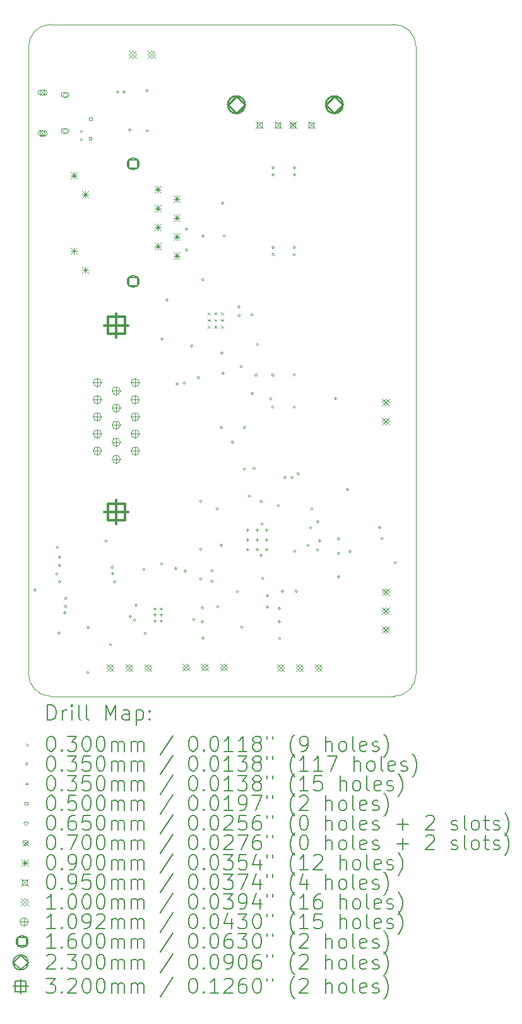
<source format=gbr>
%TF.GenerationSoftware,KiCad,Pcbnew,8.0.1-8.0.1-1~ubuntu22.04.1*%
%TF.CreationDate,2024-06-13T00:54:32-07:00*%
%TF.ProjectId,emu_brd,656d755f-6272-4642-9e6b-696361645f70,REV1*%
%TF.SameCoordinates,Original*%
%TF.FileFunction,Drillmap*%
%TF.FilePolarity,Positive*%
%FSLAX45Y45*%
G04 Gerber Fmt 4.5, Leading zero omitted, Abs format (unit mm)*
G04 Created by KiCad (PCBNEW 8.0.1-8.0.1-1~ubuntu22.04.1) date 2024-06-13 00:54:32*
%MOMM*%
%LPD*%
G01*
G04 APERTURE LIST*
%ADD10C,0.100000*%
%ADD11C,0.050000*%
%ADD12C,0.200000*%
%ADD13C,0.109220*%
%ADD14C,0.160000*%
%ADD15C,0.230000*%
%ADD16C,0.320000*%
G04 APERTURE END LIST*
D10*
X11839000Y-12100000D02*
X7239000Y-12100000D01*
X6939000Y-11800000D02*
X6939000Y-3400000D01*
D11*
X12139000Y-9028000D02*
X12139000Y-3400000D01*
D10*
X12139000Y-11800000D02*
G75*
G02*
X11839000Y-12100000I-300000J0D01*
G01*
D11*
X7239000Y-3100000D02*
X11839000Y-3100000D01*
D10*
X6939000Y-3400000D02*
G75*
G02*
X7239000Y-3100000I300000J0D01*
G01*
X7239000Y-12100000D02*
G75*
G02*
X6939000Y-11800000I0J300000D01*
G01*
X12139000Y-9028000D02*
X12139000Y-11800000D01*
X11839000Y-3100000D02*
G75*
G02*
X12139000Y-3400000I0J-300000D01*
G01*
D12*
D10*
X9343000Y-6956000D02*
X9373000Y-6986000D01*
X9373000Y-6956000D02*
X9343000Y-6986000D01*
X9343000Y-7046000D02*
X9373000Y-7076000D01*
X9373000Y-7046000D02*
X9343000Y-7076000D01*
X9343000Y-7136000D02*
X9373000Y-7166000D01*
X9373000Y-7136000D02*
X9343000Y-7166000D01*
X9433000Y-6956000D02*
X9463000Y-6986000D01*
X9463000Y-6956000D02*
X9433000Y-6986000D01*
X9433000Y-7046000D02*
X9463000Y-7076000D01*
X9463000Y-7046000D02*
X9433000Y-7076000D01*
X9433000Y-7136000D02*
X9463000Y-7166000D01*
X9463000Y-7136000D02*
X9433000Y-7166000D01*
X9523000Y-6956000D02*
X9553000Y-6986000D01*
X9553000Y-6956000D02*
X9523000Y-6986000D01*
X9523000Y-7046000D02*
X9553000Y-7076000D01*
X9553000Y-7046000D02*
X9523000Y-7076000D01*
X9523000Y-7136000D02*
X9553000Y-7166000D01*
X9553000Y-7136000D02*
X9523000Y-7166000D01*
X7046500Y-10677000D02*
G75*
G02*
X7011500Y-10677000I-17500J0D01*
G01*
X7011500Y-10677000D02*
G75*
G02*
X7046500Y-10677000I17500J0D01*
G01*
X7337218Y-10460000D02*
G75*
G02*
X7302218Y-10460000I-17500J0D01*
G01*
X7302218Y-10460000D02*
G75*
G02*
X7337218Y-10460000I17500J0D01*
G01*
X7343462Y-10106962D02*
G75*
G02*
X7308462Y-10106962I-17500J0D01*
G01*
X7308462Y-10106962D02*
G75*
G02*
X7343462Y-10106962I17500J0D01*
G01*
X7369000Y-11253000D02*
G75*
G02*
X7334000Y-11253000I-17500J0D01*
G01*
X7334000Y-11253000D02*
G75*
G02*
X7369000Y-11253000I17500J0D01*
G01*
X7371500Y-10567500D02*
G75*
G02*
X7336500Y-10567500I-17500J0D01*
G01*
X7336500Y-10567500D02*
G75*
G02*
X7371500Y-10567500I17500J0D01*
G01*
X7374000Y-10237500D02*
G75*
G02*
X7339000Y-10237500I-17500J0D01*
G01*
X7339000Y-10237500D02*
G75*
G02*
X7374000Y-10237500I17500J0D01*
G01*
X7374000Y-10347500D02*
G75*
G02*
X7339000Y-10347500I-17500J0D01*
G01*
X7339000Y-10347500D02*
G75*
G02*
X7374000Y-10347500I17500J0D01*
G01*
X7442500Y-10982000D02*
G75*
G02*
X7407500Y-10982000I-17500J0D01*
G01*
X7407500Y-10982000D02*
G75*
G02*
X7442500Y-10982000I17500J0D01*
G01*
X7453283Y-10898717D02*
G75*
G02*
X7418283Y-10898717I-17500J0D01*
G01*
X7418283Y-10898717D02*
G75*
G02*
X7453283Y-10898717I17500J0D01*
G01*
X7456500Y-10788000D02*
G75*
G02*
X7421500Y-10788000I-17500J0D01*
G01*
X7421500Y-10788000D02*
G75*
G02*
X7456500Y-10788000I17500J0D01*
G01*
X7665500Y-4536000D02*
G75*
G02*
X7630500Y-4536000I-17500J0D01*
G01*
X7630500Y-4536000D02*
G75*
G02*
X7665500Y-4536000I17500J0D01*
G01*
X7665500Y-4646000D02*
G75*
G02*
X7630500Y-4646000I-17500J0D01*
G01*
X7630500Y-4646000D02*
G75*
G02*
X7665500Y-4646000I17500J0D01*
G01*
X7754000Y-11175500D02*
G75*
G02*
X7719000Y-11175500I-17500J0D01*
G01*
X7719000Y-11175500D02*
G75*
G02*
X7754000Y-11175500I17500J0D01*
G01*
X7754000Y-11783000D02*
G75*
G02*
X7719000Y-11783000I-17500J0D01*
G01*
X7719000Y-11783000D02*
G75*
G02*
X7754000Y-11783000I17500J0D01*
G01*
X7996500Y-10020000D02*
G75*
G02*
X7961500Y-10020000I-17500J0D01*
G01*
X7961500Y-10020000D02*
G75*
G02*
X7996500Y-10020000I17500J0D01*
G01*
X8056500Y-11410000D02*
G75*
G02*
X8021500Y-11410000I-17500J0D01*
G01*
X8021500Y-11410000D02*
G75*
G02*
X8056500Y-11410000I17500J0D01*
G01*
X8079500Y-10370000D02*
G75*
G02*
X8044500Y-10370000I-17500J0D01*
G01*
X8044500Y-10370000D02*
G75*
G02*
X8079500Y-10370000I17500J0D01*
G01*
X8084500Y-10458000D02*
G75*
G02*
X8049500Y-10458000I-17500J0D01*
G01*
X8049500Y-10458000D02*
G75*
G02*
X8084500Y-10458000I17500J0D01*
G01*
X8114000Y-10565500D02*
G75*
G02*
X8079000Y-10565500I-17500J0D01*
G01*
X8079000Y-10565500D02*
G75*
G02*
X8114000Y-10565500I17500J0D01*
G01*
X8150000Y-4005500D02*
G75*
G02*
X8115000Y-4005500I-17500J0D01*
G01*
X8115000Y-4005500D02*
G75*
G02*
X8150000Y-4005500I17500J0D01*
G01*
X8237500Y-4005500D02*
G75*
G02*
X8202500Y-4005500I-17500J0D01*
G01*
X8202500Y-4005500D02*
G75*
G02*
X8237500Y-4005500I17500J0D01*
G01*
X8315000Y-4515500D02*
G75*
G02*
X8280000Y-4515500I-17500J0D01*
G01*
X8280000Y-4515500D02*
G75*
G02*
X8315000Y-4515500I17500J0D01*
G01*
X8320967Y-11032749D02*
G75*
G02*
X8285967Y-11032749I-17500J0D01*
G01*
X8285967Y-11032749D02*
G75*
G02*
X8320967Y-11032749I17500J0D01*
G01*
X8379000Y-11080500D02*
G75*
G02*
X8344000Y-11080500I-17500J0D01*
G01*
X8344000Y-11080500D02*
G75*
G02*
X8379000Y-11080500I17500J0D01*
G01*
X8396500Y-10880500D02*
G75*
G02*
X8361500Y-10880500I-17500J0D01*
G01*
X8361500Y-10880500D02*
G75*
G02*
X8396500Y-10880500I17500J0D01*
G01*
X8507500Y-10403000D02*
G75*
G02*
X8472500Y-10403000I-17500J0D01*
G01*
X8472500Y-10403000D02*
G75*
G02*
X8507500Y-10403000I17500J0D01*
G01*
X8518370Y-11257000D02*
G75*
G02*
X8483370Y-11257000I-17500J0D01*
G01*
X8483370Y-11257000D02*
G75*
G02*
X8518370Y-11257000I17500J0D01*
G01*
X8545000Y-3985500D02*
G75*
G02*
X8510000Y-3985500I-17500J0D01*
G01*
X8510000Y-3985500D02*
G75*
G02*
X8545000Y-3985500I17500J0D01*
G01*
X8548500Y-4524000D02*
G75*
G02*
X8513500Y-4524000I-17500J0D01*
G01*
X8513500Y-4524000D02*
G75*
G02*
X8548500Y-4524000I17500J0D01*
G01*
X8740500Y-10324000D02*
G75*
G02*
X8705500Y-10324000I-17500J0D01*
G01*
X8705500Y-10324000D02*
G75*
G02*
X8740500Y-10324000I17500J0D01*
G01*
X8744500Y-7316000D02*
G75*
G02*
X8709500Y-7316000I-17500J0D01*
G01*
X8709500Y-7316000D02*
G75*
G02*
X8744500Y-7316000I17500J0D01*
G01*
X8814500Y-6790000D02*
G75*
G02*
X8779500Y-6790000I-17500J0D01*
G01*
X8779500Y-6790000D02*
G75*
G02*
X8814500Y-6790000I17500J0D01*
G01*
X8931500Y-10389000D02*
G75*
G02*
X8896500Y-10389000I-17500J0D01*
G01*
X8896500Y-10389000D02*
G75*
G02*
X8931500Y-10389000I17500J0D01*
G01*
X8949552Y-7917009D02*
G75*
G02*
X8914552Y-7917009I-17500J0D01*
G01*
X8914552Y-7917009D02*
G75*
G02*
X8949552Y-7917009I17500J0D01*
G01*
X9048394Y-7905496D02*
G75*
G02*
X9013394Y-7905496I-17500J0D01*
G01*
X9013394Y-7905496D02*
G75*
G02*
X9048394Y-7905496I17500J0D01*
G01*
X9057500Y-10423000D02*
G75*
G02*
X9022500Y-10423000I-17500J0D01*
G01*
X9022500Y-10423000D02*
G75*
G02*
X9057500Y-10423000I17500J0D01*
G01*
X9077500Y-6125000D02*
G75*
G02*
X9042500Y-6125000I-17500J0D01*
G01*
X9042500Y-6125000D02*
G75*
G02*
X9077500Y-6125000I17500J0D01*
G01*
X9077500Y-5840000D02*
G75*
G02*
X9042500Y-5840000I-17500J0D01*
G01*
X9042500Y-5840000D02*
G75*
G02*
X9077500Y-5840000I17500J0D01*
G01*
X9145500Y-7406000D02*
G75*
G02*
X9110500Y-7406000I-17500J0D01*
G01*
X9110500Y-7406000D02*
G75*
G02*
X9145500Y-7406000I17500J0D01*
G01*
X9174000Y-11068000D02*
G75*
G02*
X9139000Y-11068000I-17500J0D01*
G01*
X9139000Y-11068000D02*
G75*
G02*
X9174000Y-11068000I17500J0D01*
G01*
X9234500Y-7831500D02*
G75*
G02*
X9199500Y-7831500I-17500J0D01*
G01*
X9199500Y-7831500D02*
G75*
G02*
X9234500Y-7831500I17500J0D01*
G01*
X9266500Y-9490000D02*
G75*
G02*
X9231500Y-9490000I-17500J0D01*
G01*
X9231500Y-9490000D02*
G75*
G02*
X9266500Y-9490000I17500J0D01*
G01*
X9267500Y-10129000D02*
G75*
G02*
X9232500Y-10129000I-17500J0D01*
G01*
X9232500Y-10129000D02*
G75*
G02*
X9267500Y-10129000I17500J0D01*
G01*
X9268500Y-10527000D02*
G75*
G02*
X9233500Y-10527000I-17500J0D01*
G01*
X9233500Y-10527000D02*
G75*
G02*
X9268500Y-10527000I17500J0D01*
G01*
X9288500Y-11103000D02*
G75*
G02*
X9253500Y-11103000I-17500J0D01*
G01*
X9253500Y-11103000D02*
G75*
G02*
X9288500Y-11103000I17500J0D01*
G01*
X9291500Y-10915000D02*
G75*
G02*
X9256500Y-10915000I-17500J0D01*
G01*
X9256500Y-10915000D02*
G75*
G02*
X9291500Y-10915000I17500J0D01*
G01*
X9296500Y-6516000D02*
G75*
G02*
X9261500Y-6516000I-17500J0D01*
G01*
X9261500Y-6516000D02*
G75*
G02*
X9296500Y-6516000I17500J0D01*
G01*
X9296500Y-5933000D02*
G75*
G02*
X9261500Y-5933000I-17500J0D01*
G01*
X9261500Y-5933000D02*
G75*
G02*
X9296500Y-5933000I17500J0D01*
G01*
X9299000Y-11320500D02*
G75*
G02*
X9264000Y-11320500I-17500J0D01*
G01*
X9264000Y-11320500D02*
G75*
G02*
X9299000Y-11320500I17500J0D01*
G01*
X9416500Y-10418310D02*
G75*
G02*
X9381500Y-10418310I-17500J0D01*
G01*
X9381500Y-10418310D02*
G75*
G02*
X9416500Y-10418310I17500J0D01*
G01*
X9417500Y-10560500D02*
G75*
G02*
X9382500Y-10560500I-17500J0D01*
G01*
X9382500Y-10560500D02*
G75*
G02*
X9417500Y-10560500I17500J0D01*
G01*
X9487206Y-9587500D02*
G75*
G02*
X9452206Y-9587500I-17500J0D01*
G01*
X9452206Y-9587500D02*
G75*
G02*
X9487206Y-9587500I17500J0D01*
G01*
X9496500Y-10900000D02*
G75*
G02*
X9461500Y-10900000I-17500J0D01*
G01*
X9461500Y-10900000D02*
G75*
G02*
X9496500Y-10900000I17500J0D01*
G01*
X9541500Y-8502000D02*
G75*
G02*
X9506500Y-8502000I-17500J0D01*
G01*
X9506500Y-8502000D02*
G75*
G02*
X9541500Y-8502000I17500J0D01*
G01*
X9541500Y-10078000D02*
G75*
G02*
X9506500Y-10078000I-17500J0D01*
G01*
X9506500Y-10078000D02*
G75*
G02*
X9541500Y-10078000I17500J0D01*
G01*
X9550500Y-7502000D02*
G75*
G02*
X9515500Y-7502000I-17500J0D01*
G01*
X9515500Y-7502000D02*
G75*
G02*
X9550500Y-7502000I17500J0D01*
G01*
X9559500Y-5497000D02*
G75*
G02*
X9524500Y-5497000I-17500J0D01*
G01*
X9524500Y-5497000D02*
G75*
G02*
X9559500Y-5497000I17500J0D01*
G01*
X9568250Y-7770500D02*
G75*
G02*
X9533250Y-7770500I-17500J0D01*
G01*
X9533250Y-7770500D02*
G75*
G02*
X9568250Y-7770500I17500J0D01*
G01*
X9581500Y-5933000D02*
G75*
G02*
X9546500Y-5933000I-17500J0D01*
G01*
X9546500Y-5933000D02*
G75*
G02*
X9581500Y-5933000I17500J0D01*
G01*
X9693500Y-8693000D02*
G75*
G02*
X9658500Y-8693000I-17500J0D01*
G01*
X9658500Y-8693000D02*
G75*
G02*
X9693500Y-8693000I17500J0D01*
G01*
X9756570Y-10696500D02*
G75*
G02*
X9721570Y-10696500I-17500J0D01*
G01*
X9721570Y-10696500D02*
G75*
G02*
X9756570Y-10696500I17500J0D01*
G01*
X9780048Y-6998500D02*
G75*
G02*
X9745048Y-6998500I-17500J0D01*
G01*
X9745048Y-6998500D02*
G75*
G02*
X9780048Y-6998500I17500J0D01*
G01*
X9781500Y-6883500D02*
G75*
G02*
X9746500Y-6883500I-17500J0D01*
G01*
X9746500Y-6883500D02*
G75*
G02*
X9781500Y-6883500I17500J0D01*
G01*
X9810500Y-7685000D02*
G75*
G02*
X9775500Y-7685000I-17500J0D01*
G01*
X9775500Y-7685000D02*
G75*
G02*
X9810500Y-7685000I17500J0D01*
G01*
X9819000Y-11170500D02*
G75*
G02*
X9784000Y-11170500I-17500J0D01*
G01*
X9784000Y-11170500D02*
G75*
G02*
X9819000Y-11170500I17500J0D01*
G01*
X9849860Y-9057350D02*
G75*
G02*
X9814860Y-9057350I-17500J0D01*
G01*
X9814860Y-9057350D02*
G75*
G02*
X9849860Y-9057350I17500J0D01*
G01*
X9854500Y-8504000D02*
G75*
G02*
X9819500Y-8504000I-17500J0D01*
G01*
X9819500Y-8504000D02*
G75*
G02*
X9854500Y-8504000I17500J0D01*
G01*
X9915900Y-9419300D02*
G75*
G02*
X9880900Y-9419300I-17500J0D01*
G01*
X9880900Y-9419300D02*
G75*
G02*
X9915900Y-9419300I17500J0D01*
G01*
X9950500Y-6990000D02*
G75*
G02*
X9915500Y-6990000I-17500J0D01*
G01*
X9915500Y-6990000D02*
G75*
G02*
X9950500Y-6990000I17500J0D01*
G01*
X9958500Y-8043000D02*
G75*
G02*
X9923500Y-8043000I-17500J0D01*
G01*
X9923500Y-8043000D02*
G75*
G02*
X9958500Y-8043000I17500J0D01*
G01*
X9979400Y-9049730D02*
G75*
G02*
X9944400Y-9049730I-17500J0D01*
G01*
X9944400Y-9049730D02*
G75*
G02*
X9979400Y-9049730I17500J0D01*
G01*
X10009500Y-7796000D02*
G75*
G02*
X9974500Y-7796000I-17500J0D01*
G01*
X9974500Y-7796000D02*
G75*
G02*
X10009500Y-7796000I17500J0D01*
G01*
X10029500Y-7389000D02*
G75*
G02*
X9994500Y-7389000I-17500J0D01*
G01*
X9994500Y-7389000D02*
G75*
G02*
X10029500Y-7389000I17500J0D01*
G01*
X10077497Y-10210000D02*
G75*
G02*
X10042497Y-10210000I-17500J0D01*
G01*
X10042497Y-10210000D02*
G75*
G02*
X10077497Y-10210000I17500J0D01*
G01*
X10078144Y-9493619D02*
G75*
G02*
X10043144Y-9493619I-17500J0D01*
G01*
X10043144Y-9493619D02*
G75*
G02*
X10078144Y-9493619I17500J0D01*
G01*
X10086462Y-9791038D02*
G75*
G02*
X10051462Y-9791038I-17500J0D01*
G01*
X10051462Y-9791038D02*
G75*
G02*
X10086462Y-9791038I17500J0D01*
G01*
X10097500Y-10520000D02*
G75*
G02*
X10062500Y-10520000I-17500J0D01*
G01*
X10062500Y-10520000D02*
G75*
G02*
X10097500Y-10520000I17500J0D01*
G01*
X10157200Y-10905200D02*
G75*
G02*
X10122200Y-10905200I-17500J0D01*
G01*
X10122200Y-10905200D02*
G75*
G02*
X10157200Y-10905200I17500J0D01*
G01*
X10159740Y-10755340D02*
G75*
G02*
X10124740Y-10755340I-17500J0D01*
G01*
X10124740Y-10755340D02*
G75*
G02*
X10159740Y-10755340I17500J0D01*
G01*
X10207500Y-8114000D02*
G75*
G02*
X10172500Y-8114000I-17500J0D01*
G01*
X10172500Y-8114000D02*
G75*
G02*
X10207500Y-8114000I17500J0D01*
G01*
X10234500Y-7796000D02*
G75*
G02*
X10199500Y-7796000I-17500J0D01*
G01*
X10199500Y-7796000D02*
G75*
G02*
X10234500Y-7796000I17500J0D01*
G01*
X10234500Y-8225000D02*
G75*
G02*
X10199500Y-8225000I-17500J0D01*
G01*
X10199500Y-8225000D02*
G75*
G02*
X10234500Y-8225000I17500J0D01*
G01*
X10237500Y-5020000D02*
G75*
G02*
X10202500Y-5020000I-17500J0D01*
G01*
X10202500Y-5020000D02*
G75*
G02*
X10237500Y-5020000I17500J0D01*
G01*
X10237500Y-5115000D02*
G75*
G02*
X10202500Y-5115000I-17500J0D01*
G01*
X10202500Y-5115000D02*
G75*
G02*
X10237500Y-5115000I17500J0D01*
G01*
X10237500Y-6090000D02*
G75*
G02*
X10202500Y-6090000I-17500J0D01*
G01*
X10202500Y-6090000D02*
G75*
G02*
X10237500Y-6090000I17500J0D01*
G01*
X10237500Y-6185000D02*
G75*
G02*
X10202500Y-6185000I-17500J0D01*
G01*
X10202500Y-6185000D02*
G75*
G02*
X10237500Y-6185000I17500J0D01*
G01*
X10309600Y-9546300D02*
G75*
G02*
X10274600Y-9546300I-17500J0D01*
G01*
X10274600Y-9546300D02*
G75*
G02*
X10309600Y-9546300I17500J0D01*
G01*
X10322500Y-10921000D02*
G75*
G02*
X10287500Y-10921000I-17500J0D01*
G01*
X10287500Y-10921000D02*
G75*
G02*
X10322500Y-10921000I17500J0D01*
G01*
X10322500Y-11099000D02*
G75*
G02*
X10287500Y-11099000I-17500J0D01*
G01*
X10287500Y-11099000D02*
G75*
G02*
X10322500Y-11099000I17500J0D01*
G01*
X10324000Y-11323000D02*
G75*
G02*
X10289000Y-11323000I-17500J0D01*
G01*
X10289000Y-11323000D02*
G75*
G02*
X10324000Y-11323000I17500J0D01*
G01*
X10361500Y-10693000D02*
G75*
G02*
X10326500Y-10693000I-17500J0D01*
G01*
X10326500Y-10693000D02*
G75*
G02*
X10361500Y-10693000I17500J0D01*
G01*
X10394600Y-9171650D02*
G75*
G02*
X10359600Y-9171650I-17500J0D01*
G01*
X10359600Y-9171650D02*
G75*
G02*
X10394600Y-9171650I17500J0D01*
G01*
X10492480Y-9167840D02*
G75*
G02*
X10457480Y-9167840I-17500J0D01*
G01*
X10457480Y-9167840D02*
G75*
G02*
X10492480Y-9167840I17500J0D01*
G01*
X10519500Y-7796000D02*
G75*
G02*
X10484500Y-7796000I-17500J0D01*
G01*
X10484500Y-7796000D02*
G75*
G02*
X10519500Y-7796000I17500J0D01*
G01*
X10519500Y-8225000D02*
G75*
G02*
X10484500Y-8225000I-17500J0D01*
G01*
X10484500Y-8225000D02*
G75*
G02*
X10519500Y-8225000I17500J0D01*
G01*
X10522500Y-5020000D02*
G75*
G02*
X10487500Y-5020000I-17500J0D01*
G01*
X10487500Y-5020000D02*
G75*
G02*
X10522500Y-5020000I17500J0D01*
G01*
X10522500Y-5115000D02*
G75*
G02*
X10487500Y-5115000I-17500J0D01*
G01*
X10487500Y-5115000D02*
G75*
G02*
X10522500Y-5115000I17500J0D01*
G01*
X10522500Y-6090000D02*
G75*
G02*
X10487500Y-6090000I-17500J0D01*
G01*
X10487500Y-6090000D02*
G75*
G02*
X10522500Y-6090000I17500J0D01*
G01*
X10522500Y-6185000D02*
G75*
G02*
X10487500Y-6185000I-17500J0D01*
G01*
X10487500Y-6185000D02*
G75*
G02*
X10522500Y-6185000I17500J0D01*
G01*
X10525500Y-10155900D02*
G75*
G02*
X10490500Y-10155900I-17500J0D01*
G01*
X10490500Y-10155900D02*
G75*
G02*
X10525500Y-10155900I17500J0D01*
G01*
X10546500Y-10693000D02*
G75*
G02*
X10511500Y-10693000I-17500J0D01*
G01*
X10511500Y-10693000D02*
G75*
G02*
X10546500Y-10693000I17500J0D01*
G01*
X10571990Y-9117960D02*
G75*
G02*
X10536990Y-9117960I-17500J0D01*
G01*
X10536990Y-9117960D02*
G75*
G02*
X10571990Y-9117960I17500J0D01*
G01*
X10707382Y-10079995D02*
G75*
G02*
X10672382Y-10079995I-17500J0D01*
G01*
X10672382Y-10079995D02*
G75*
G02*
X10707382Y-10079995I17500J0D01*
G01*
X10739571Y-9842890D02*
G75*
G02*
X10704571Y-9842890I-17500J0D01*
G01*
X10704571Y-9842890D02*
G75*
G02*
X10739571Y-9842890I17500J0D01*
G01*
X10755454Y-9587293D02*
G75*
G02*
X10720454Y-9587293I-17500J0D01*
G01*
X10720454Y-9587293D02*
G75*
G02*
X10755454Y-9587293I17500J0D01*
G01*
X10834050Y-10142378D02*
G75*
G02*
X10799050Y-10142378I-17500J0D01*
G01*
X10799050Y-10142378D02*
G75*
G02*
X10834050Y-10142378I17500J0D01*
G01*
X10838588Y-9760000D02*
G75*
G02*
X10803588Y-9760000I-17500J0D01*
G01*
X10803588Y-9760000D02*
G75*
G02*
X10838588Y-9760000I17500J0D01*
G01*
X10866500Y-10016743D02*
G75*
G02*
X10831500Y-10016743I-17500J0D01*
G01*
X10831500Y-10016743D02*
G75*
G02*
X10866500Y-10016743I17500J0D01*
G01*
X11076500Y-8110000D02*
G75*
G02*
X11041500Y-8110000I-17500J0D01*
G01*
X11041500Y-8110000D02*
G75*
G02*
X11076500Y-8110000I17500J0D01*
G01*
X11116500Y-9987550D02*
G75*
G02*
X11081500Y-9987550I-17500J0D01*
G01*
X11081500Y-9987550D02*
G75*
G02*
X11116500Y-9987550I17500J0D01*
G01*
X11116500Y-10190000D02*
G75*
G02*
X11081500Y-10190000I-17500J0D01*
G01*
X11081500Y-10190000D02*
G75*
G02*
X11116500Y-10190000I17500J0D01*
G01*
X11116500Y-10500500D02*
G75*
G02*
X11081500Y-10500500I-17500J0D01*
G01*
X11081500Y-10500500D02*
G75*
G02*
X11116500Y-10500500I17500J0D01*
G01*
X11236500Y-9330000D02*
G75*
G02*
X11201500Y-9330000I-17500J0D01*
G01*
X11201500Y-9330000D02*
G75*
G02*
X11236500Y-9330000I17500J0D01*
G01*
X11268833Y-10158157D02*
G75*
G02*
X11233833Y-10158157I-17500J0D01*
G01*
X11233833Y-10158157D02*
G75*
G02*
X11268833Y-10158157I17500J0D01*
G01*
X11666500Y-9840000D02*
G75*
G02*
X11631500Y-9840000I-17500J0D01*
G01*
X11631500Y-9840000D02*
G75*
G02*
X11666500Y-9840000I17500J0D01*
G01*
X11696500Y-9990000D02*
G75*
G02*
X11661500Y-9990000I-17500J0D01*
G01*
X11661500Y-9990000D02*
G75*
G02*
X11696500Y-9990000I17500J0D01*
G01*
X11876500Y-10310000D02*
G75*
G02*
X11841500Y-10310000I-17500J0D01*
G01*
X11841500Y-10310000D02*
G75*
G02*
X11876500Y-10310000I17500J0D01*
G01*
X8634000Y-10910500D02*
X8634000Y-10945500D01*
X8616500Y-10928000D02*
X8651500Y-10928000D01*
X8634000Y-10989240D02*
X8634000Y-11024240D01*
X8616500Y-11006740D02*
X8651500Y-11006740D01*
X8634000Y-11067980D02*
X8634000Y-11102980D01*
X8616500Y-11085480D02*
X8651500Y-11085480D01*
X8712740Y-10910500D02*
X8712740Y-10945500D01*
X8695240Y-10928000D02*
X8730240Y-10928000D01*
X8712740Y-10989240D02*
X8712740Y-11024240D01*
X8695240Y-11006740D02*
X8730240Y-11006740D01*
X8712740Y-11067980D02*
X8712740Y-11102980D01*
X8695240Y-11085480D02*
X8730240Y-11085480D01*
X9872500Y-9855000D02*
X9872500Y-9890000D01*
X9855000Y-9872500D02*
X9890000Y-9872500D01*
X9872500Y-9982500D02*
X9872500Y-10017500D01*
X9855000Y-10000000D02*
X9890000Y-10000000D01*
X9872500Y-10110000D02*
X9872500Y-10145000D01*
X9855000Y-10127500D02*
X9890000Y-10127500D01*
X10000000Y-9855000D02*
X10000000Y-9890000D01*
X9982500Y-9872500D02*
X10017500Y-9872500D01*
X10000000Y-9982500D02*
X10000000Y-10017500D01*
X9982500Y-10000000D02*
X10017500Y-10000000D01*
X10000000Y-10110000D02*
X10000000Y-10145000D01*
X9982500Y-10127500D02*
X10017500Y-10127500D01*
X10127500Y-9855000D02*
X10127500Y-9890000D01*
X10110000Y-9872500D02*
X10145000Y-9872500D01*
X10127500Y-9982500D02*
X10127500Y-10017500D01*
X10110000Y-10000000D02*
X10145000Y-10000000D01*
X10127500Y-10110000D02*
X10127500Y-10145000D01*
X10110000Y-10127500D02*
X10145000Y-10127500D01*
X7785678Y-4645678D02*
X7785678Y-4610322D01*
X7750322Y-4610322D01*
X7750322Y-4645678D01*
X7785678Y-4645678D01*
X7789678Y-4381678D02*
X7789678Y-4346322D01*
X7754322Y-4346322D01*
X7754322Y-4381678D01*
X7789678Y-4381678D01*
X7430000Y-4075000D02*
X7462500Y-4042500D01*
X7430000Y-4010000D01*
X7397500Y-4042500D01*
X7430000Y-4075000D01*
X7410000Y-4075000D02*
X7450000Y-4075000D01*
X7450000Y-4010000D02*
G75*
G02*
X7450000Y-4075000I0J-32500D01*
G01*
X7450000Y-4010000D02*
X7410000Y-4010000D01*
X7410000Y-4010000D02*
G75*
G03*
X7410000Y-4075000I0J-32500D01*
G01*
X7430000Y-4560000D02*
X7462500Y-4527500D01*
X7430000Y-4495000D01*
X7397500Y-4527500D01*
X7430000Y-4560000D01*
X7410000Y-4560000D02*
X7450000Y-4560000D01*
X7450000Y-4495000D02*
G75*
G02*
X7450000Y-4560000I0J-32500D01*
G01*
X7450000Y-4495000D02*
X7410000Y-4495000D01*
X7410000Y-4495000D02*
G75*
G03*
X7410000Y-4560000I0J-32500D01*
G01*
X7092000Y-3977500D02*
X7162000Y-4047500D01*
X7162000Y-3977500D02*
X7092000Y-4047500D01*
X7162000Y-4012500D02*
G75*
G02*
X7092000Y-4012500I-35000J0D01*
G01*
X7092000Y-4012500D02*
G75*
G02*
X7162000Y-4012500I35000J0D01*
G01*
X7102000Y-4047500D02*
X7152000Y-4047500D01*
X7152000Y-3977500D02*
G75*
G02*
X7152000Y-4047500I0J-35000D01*
G01*
X7152000Y-3977500D02*
X7102000Y-3977500D01*
X7102000Y-3977500D02*
G75*
G03*
X7102000Y-4047500I0J-35000D01*
G01*
X7092000Y-4522500D02*
X7162000Y-4592500D01*
X7162000Y-4522500D02*
X7092000Y-4592500D01*
X7162000Y-4557500D02*
G75*
G02*
X7092000Y-4557500I-35000J0D01*
G01*
X7092000Y-4557500D02*
G75*
G02*
X7162000Y-4557500I35000J0D01*
G01*
X7102000Y-4592500D02*
X7152000Y-4592500D01*
X7152000Y-4522500D02*
G75*
G02*
X7152000Y-4592500I0J-35000D01*
G01*
X7152000Y-4522500D02*
X7102000Y-4522500D01*
X7102000Y-4522500D02*
G75*
G03*
X7102000Y-4592500I0J-35000D01*
G01*
X7504141Y-5078126D02*
X7594141Y-5168126D01*
X7594141Y-5078126D02*
X7504141Y-5168126D01*
X7549141Y-5078126D02*
X7549141Y-5168126D01*
X7504141Y-5123126D02*
X7594141Y-5123126D01*
X7504191Y-6088941D02*
X7594191Y-6178941D01*
X7594191Y-6088941D02*
X7504191Y-6178941D01*
X7549191Y-6088941D02*
X7549191Y-6178941D01*
X7504191Y-6133941D02*
X7594191Y-6133941D01*
X7656141Y-6343126D02*
X7746141Y-6433126D01*
X7746141Y-6343126D02*
X7656141Y-6433126D01*
X7701141Y-6343126D02*
X7701141Y-6433126D01*
X7656141Y-6388126D02*
X7746141Y-6388126D01*
X7656191Y-5331941D02*
X7746191Y-5421941D01*
X7746191Y-5331941D02*
X7656191Y-5421941D01*
X7701191Y-5331941D02*
X7701191Y-5421941D01*
X7656191Y-5376941D02*
X7746191Y-5376941D01*
X8629000Y-5266000D02*
X8719000Y-5356000D01*
X8719000Y-5266000D02*
X8629000Y-5356000D01*
X8674000Y-5266000D02*
X8674000Y-5356000D01*
X8629000Y-5311000D02*
X8719000Y-5311000D01*
X8629000Y-5520000D02*
X8719000Y-5610000D01*
X8719000Y-5520000D02*
X8629000Y-5610000D01*
X8674000Y-5520000D02*
X8674000Y-5610000D01*
X8629000Y-5565000D02*
X8719000Y-5565000D01*
X8629000Y-5774000D02*
X8719000Y-5864000D01*
X8719000Y-5774000D02*
X8629000Y-5864000D01*
X8674000Y-5774000D02*
X8674000Y-5864000D01*
X8629000Y-5819000D02*
X8719000Y-5819000D01*
X8629000Y-6028000D02*
X8719000Y-6118000D01*
X8719000Y-6028000D02*
X8629000Y-6118000D01*
X8674000Y-6028000D02*
X8674000Y-6118000D01*
X8629000Y-6073000D02*
X8719000Y-6073000D01*
X8883000Y-5393000D02*
X8973000Y-5483000D01*
X8973000Y-5393000D02*
X8883000Y-5483000D01*
X8928000Y-5393000D02*
X8928000Y-5483000D01*
X8883000Y-5438000D02*
X8973000Y-5438000D01*
X8883000Y-5647000D02*
X8973000Y-5737000D01*
X8973000Y-5647000D02*
X8883000Y-5737000D01*
X8928000Y-5647000D02*
X8928000Y-5737000D01*
X8883000Y-5692000D02*
X8973000Y-5692000D01*
X8883000Y-5901000D02*
X8973000Y-5991000D01*
X8973000Y-5901000D02*
X8883000Y-5991000D01*
X8928000Y-5901000D02*
X8928000Y-5991000D01*
X8883000Y-5946000D02*
X8973000Y-5946000D01*
X8883000Y-6155000D02*
X8973000Y-6245000D01*
X8973000Y-6155000D02*
X8883000Y-6245000D01*
X8928000Y-6155000D02*
X8928000Y-6245000D01*
X8883000Y-6200000D02*
X8973000Y-6200000D01*
X9987500Y-4399500D02*
X10082500Y-4494500D01*
X10082500Y-4399500D02*
X9987500Y-4494500D01*
X10068588Y-4480588D02*
X10068588Y-4413412D01*
X10001412Y-4413412D01*
X10001412Y-4480588D01*
X10068588Y-4480588D01*
X10237500Y-4399500D02*
X10332500Y-4494500D01*
X10332500Y-4399500D02*
X10237500Y-4494500D01*
X10318588Y-4480588D02*
X10318588Y-4413412D01*
X10251412Y-4413412D01*
X10251412Y-4480588D01*
X10318588Y-4480588D01*
X10437500Y-4399500D02*
X10532500Y-4494500D01*
X10532500Y-4399500D02*
X10437500Y-4494500D01*
X10518588Y-4480588D02*
X10518588Y-4413412D01*
X10451412Y-4413412D01*
X10451412Y-4480588D01*
X10518588Y-4480588D01*
X10687500Y-4399500D02*
X10782500Y-4494500D01*
X10782500Y-4399500D02*
X10687500Y-4494500D01*
X10768588Y-4480588D02*
X10768588Y-4413412D01*
X10701412Y-4413412D01*
X10701412Y-4480588D01*
X10768588Y-4480588D01*
X7985000Y-11668000D02*
X8085000Y-11768000D01*
X8085000Y-11668000D02*
X7985000Y-11768000D01*
X8035000Y-11768000D02*
X8085000Y-11718000D01*
X8035000Y-11668000D01*
X7985000Y-11718000D01*
X8035000Y-11768000D01*
X8239000Y-11668000D02*
X8339000Y-11768000D01*
X8339000Y-11668000D02*
X8239000Y-11768000D01*
X8289000Y-11768000D02*
X8339000Y-11718000D01*
X8289000Y-11668000D01*
X8239000Y-11718000D01*
X8289000Y-11768000D01*
X8285000Y-3450000D02*
X8385000Y-3550000D01*
X8385000Y-3450000D02*
X8285000Y-3550000D01*
X8335000Y-3550000D02*
X8385000Y-3500000D01*
X8335000Y-3450000D01*
X8285000Y-3500000D01*
X8335000Y-3550000D01*
X8493000Y-11668000D02*
X8593000Y-11768000D01*
X8593000Y-11668000D02*
X8493000Y-11768000D01*
X8543000Y-11768000D02*
X8593000Y-11718000D01*
X8543000Y-11668000D01*
X8493000Y-11718000D01*
X8543000Y-11768000D01*
X8539000Y-3450000D02*
X8639000Y-3550000D01*
X8639000Y-3450000D02*
X8539000Y-3550000D01*
X8589000Y-3550000D02*
X8639000Y-3500000D01*
X8589000Y-3450000D01*
X8539000Y-3500000D01*
X8589000Y-3550000D01*
X9001000Y-11660500D02*
X9101000Y-11760500D01*
X9101000Y-11660500D02*
X9001000Y-11760500D01*
X9051000Y-11760500D02*
X9101000Y-11710500D01*
X9051000Y-11660500D01*
X9001000Y-11710500D01*
X9051000Y-11760500D01*
X9255000Y-11660500D02*
X9355000Y-11760500D01*
X9355000Y-11660500D02*
X9255000Y-11760500D01*
X9305000Y-11760500D02*
X9355000Y-11710500D01*
X9305000Y-11660500D01*
X9255000Y-11710500D01*
X9305000Y-11760500D01*
X9509000Y-11660500D02*
X9609000Y-11760500D01*
X9609000Y-11660500D02*
X9509000Y-11760500D01*
X9559000Y-11760500D02*
X9609000Y-11710500D01*
X9559000Y-11660500D01*
X9509000Y-11710500D01*
X9559000Y-11760500D01*
X10271000Y-11668000D02*
X10371000Y-11768000D01*
X10371000Y-11668000D02*
X10271000Y-11768000D01*
X10321000Y-11768000D02*
X10371000Y-11718000D01*
X10321000Y-11668000D01*
X10271000Y-11718000D01*
X10321000Y-11768000D01*
X10525000Y-11668000D02*
X10625000Y-11768000D01*
X10625000Y-11668000D02*
X10525000Y-11768000D01*
X10575000Y-11768000D02*
X10625000Y-11718000D01*
X10575000Y-11668000D01*
X10525000Y-11718000D01*
X10575000Y-11768000D01*
X10779000Y-11668000D02*
X10879000Y-11768000D01*
X10879000Y-11668000D02*
X10779000Y-11768000D01*
X10829000Y-11768000D02*
X10879000Y-11718000D01*
X10829000Y-11668000D01*
X10779000Y-11718000D01*
X10829000Y-11768000D01*
X11679000Y-8112000D02*
X11779000Y-8212000D01*
X11779000Y-8112000D02*
X11679000Y-8212000D01*
X11729000Y-8212000D02*
X11779000Y-8162000D01*
X11729000Y-8112000D01*
X11679000Y-8162000D01*
X11729000Y-8212000D01*
X11679000Y-8366000D02*
X11779000Y-8466000D01*
X11779000Y-8366000D02*
X11679000Y-8466000D01*
X11729000Y-8466000D02*
X11779000Y-8416000D01*
X11729000Y-8366000D01*
X11679000Y-8416000D01*
X11729000Y-8466000D01*
X11679000Y-10652000D02*
X11779000Y-10752000D01*
X11779000Y-10652000D02*
X11679000Y-10752000D01*
X11729000Y-10752000D02*
X11779000Y-10702000D01*
X11729000Y-10652000D01*
X11679000Y-10702000D01*
X11729000Y-10752000D01*
X11679000Y-10906000D02*
X11779000Y-11006000D01*
X11779000Y-10906000D02*
X11679000Y-11006000D01*
X11729000Y-11006000D02*
X11779000Y-10956000D01*
X11729000Y-10906000D01*
X11679000Y-10956000D01*
X11729000Y-11006000D01*
X11679000Y-11160000D02*
X11779000Y-11260000D01*
X11779000Y-11160000D02*
X11679000Y-11260000D01*
X11729000Y-11260000D02*
X11779000Y-11210000D01*
X11729000Y-11160000D01*
X11679000Y-11210000D01*
X11729000Y-11260000D01*
D13*
X7863000Y-7843390D02*
X7863000Y-7952610D01*
X7808390Y-7898000D02*
X7917610Y-7898000D01*
X7917610Y-7898000D02*
G75*
G02*
X7808390Y-7898000I-54610J0D01*
G01*
X7808390Y-7898000D02*
G75*
G02*
X7917610Y-7898000I54610J0D01*
G01*
X7863000Y-8072390D02*
X7863000Y-8181610D01*
X7808390Y-8127000D02*
X7917610Y-8127000D01*
X7917610Y-8127000D02*
G75*
G02*
X7808390Y-8127000I-54610J0D01*
G01*
X7808390Y-8127000D02*
G75*
G02*
X7917610Y-8127000I54610J0D01*
G01*
X7863000Y-8301390D02*
X7863000Y-8410610D01*
X7808390Y-8356000D02*
X7917610Y-8356000D01*
X7917610Y-8356000D02*
G75*
G02*
X7808390Y-8356000I-54610J0D01*
G01*
X7808390Y-8356000D02*
G75*
G02*
X7917610Y-8356000I54610J0D01*
G01*
X7863000Y-8530390D02*
X7863000Y-8639610D01*
X7808390Y-8585000D02*
X7917610Y-8585000D01*
X7917610Y-8585000D02*
G75*
G02*
X7808390Y-8585000I-54610J0D01*
G01*
X7808390Y-8585000D02*
G75*
G02*
X7917610Y-8585000I54610J0D01*
G01*
X7863000Y-8759390D02*
X7863000Y-8868610D01*
X7808390Y-8814000D02*
X7917610Y-8814000D01*
X7917610Y-8814000D02*
G75*
G02*
X7808390Y-8814000I-54610J0D01*
G01*
X7808390Y-8814000D02*
G75*
G02*
X7917610Y-8814000I54610J0D01*
G01*
X8117000Y-7954340D02*
X8117000Y-8063560D01*
X8062390Y-8008950D02*
X8171610Y-8008950D01*
X8171610Y-8008950D02*
G75*
G02*
X8062390Y-8008950I-54610J0D01*
G01*
X8062390Y-8008950D02*
G75*
G02*
X8171610Y-8008950I54610J0D01*
G01*
X8117000Y-8183340D02*
X8117000Y-8292560D01*
X8062390Y-8237950D02*
X8171610Y-8237950D01*
X8171610Y-8237950D02*
G75*
G02*
X8062390Y-8237950I-54610J0D01*
G01*
X8062390Y-8237950D02*
G75*
G02*
X8171610Y-8237950I54610J0D01*
G01*
X8117000Y-8412340D02*
X8117000Y-8521560D01*
X8062390Y-8466950D02*
X8171610Y-8466950D01*
X8171610Y-8466950D02*
G75*
G02*
X8062390Y-8466950I-54610J0D01*
G01*
X8062390Y-8466950D02*
G75*
G02*
X8171610Y-8466950I54610J0D01*
G01*
X8117000Y-8641340D02*
X8117000Y-8750560D01*
X8062390Y-8695950D02*
X8171610Y-8695950D01*
X8171610Y-8695950D02*
G75*
G02*
X8062390Y-8695950I-54610J0D01*
G01*
X8062390Y-8695950D02*
G75*
G02*
X8171610Y-8695950I54610J0D01*
G01*
X8117000Y-8870340D02*
X8117000Y-8979560D01*
X8062390Y-8924950D02*
X8171610Y-8924950D01*
X8171610Y-8924950D02*
G75*
G02*
X8062390Y-8924950I-54610J0D01*
G01*
X8062390Y-8924950D02*
G75*
G02*
X8171610Y-8924950I54610J0D01*
G01*
X8371000Y-7843390D02*
X8371000Y-7952610D01*
X8316390Y-7898000D02*
X8425610Y-7898000D01*
X8425610Y-7898000D02*
G75*
G02*
X8316390Y-7898000I-54610J0D01*
G01*
X8316390Y-7898000D02*
G75*
G02*
X8425610Y-7898000I54610J0D01*
G01*
X8371000Y-8072390D02*
X8371000Y-8181610D01*
X8316390Y-8127000D02*
X8425610Y-8127000D01*
X8425610Y-8127000D02*
G75*
G02*
X8316390Y-8127000I-54610J0D01*
G01*
X8316390Y-8127000D02*
G75*
G02*
X8425610Y-8127000I54610J0D01*
G01*
X8371000Y-8301390D02*
X8371000Y-8410610D01*
X8316390Y-8356000D02*
X8425610Y-8356000D01*
X8425610Y-8356000D02*
G75*
G02*
X8316390Y-8356000I-54610J0D01*
G01*
X8316390Y-8356000D02*
G75*
G02*
X8425610Y-8356000I54610J0D01*
G01*
X8371000Y-8530390D02*
X8371000Y-8639610D01*
X8316390Y-8585000D02*
X8425610Y-8585000D01*
X8425610Y-8585000D02*
G75*
G02*
X8316390Y-8585000I-54610J0D01*
G01*
X8316390Y-8585000D02*
G75*
G02*
X8425610Y-8585000I54610J0D01*
G01*
X8371000Y-8759390D02*
X8371000Y-8868610D01*
X8316390Y-8814000D02*
X8425610Y-8814000D01*
X8425610Y-8814000D02*
G75*
G02*
X8316390Y-8814000I-54610J0D01*
G01*
X8316390Y-8814000D02*
G75*
G02*
X8425610Y-8814000I54610J0D01*
G01*
D14*
X8400569Y-5024569D02*
X8400569Y-4911431D01*
X8287431Y-4911431D01*
X8287431Y-5024569D01*
X8400569Y-5024569D01*
X8424000Y-4968000D02*
G75*
G02*
X8264000Y-4968000I-80000J0D01*
G01*
X8264000Y-4968000D02*
G75*
G02*
X8424000Y-4968000I80000J0D01*
G01*
X8400569Y-6599569D02*
X8400569Y-6486431D01*
X8287431Y-6486431D01*
X8287431Y-6599569D01*
X8400569Y-6599569D01*
X8424000Y-6543000D02*
G75*
G02*
X8264000Y-6543000I-80000J0D01*
G01*
X8264000Y-6543000D02*
G75*
G02*
X8424000Y-6543000I80000J0D01*
G01*
D15*
X9728000Y-4291000D02*
X9843000Y-4176000D01*
X9728000Y-4061000D01*
X9613000Y-4176000D01*
X9728000Y-4291000D01*
X9843000Y-4176000D02*
G75*
G02*
X9613000Y-4176000I-115000J0D01*
G01*
X9613000Y-4176000D02*
G75*
G02*
X9843000Y-4176000I115000J0D01*
G01*
X11042000Y-4291000D02*
X11157000Y-4176000D01*
X11042000Y-4061000D01*
X10927000Y-4176000D01*
X11042000Y-4291000D01*
X11157000Y-4176000D02*
G75*
G02*
X10927000Y-4176000I-115000J0D01*
G01*
X10927000Y-4176000D02*
G75*
G02*
X11157000Y-4176000I115000J0D01*
G01*
D16*
X8117000Y-6971500D02*
X8117000Y-7291500D01*
X7957000Y-7131500D02*
X8277000Y-7131500D01*
X8230138Y-7244638D02*
X8230138Y-7018362D01*
X8003862Y-7018362D01*
X8003862Y-7244638D01*
X8230138Y-7244638D01*
X8117000Y-9470500D02*
X8117000Y-9790500D01*
X7957000Y-9630500D02*
X8277000Y-9630500D01*
X8230138Y-9743638D02*
X8230138Y-9517362D01*
X8003862Y-9517362D01*
X8003862Y-9743638D01*
X8230138Y-9743638D01*
D12*
X7194777Y-12416484D02*
X7194777Y-12216484D01*
X7194777Y-12216484D02*
X7242396Y-12216484D01*
X7242396Y-12216484D02*
X7270967Y-12226008D01*
X7270967Y-12226008D02*
X7290015Y-12245055D01*
X7290015Y-12245055D02*
X7299539Y-12264103D01*
X7299539Y-12264103D02*
X7309062Y-12302198D01*
X7309062Y-12302198D02*
X7309062Y-12330769D01*
X7309062Y-12330769D02*
X7299539Y-12368865D01*
X7299539Y-12368865D02*
X7290015Y-12387912D01*
X7290015Y-12387912D02*
X7270967Y-12406960D01*
X7270967Y-12406960D02*
X7242396Y-12416484D01*
X7242396Y-12416484D02*
X7194777Y-12416484D01*
X7394777Y-12416484D02*
X7394777Y-12283150D01*
X7394777Y-12321246D02*
X7404301Y-12302198D01*
X7404301Y-12302198D02*
X7413824Y-12292674D01*
X7413824Y-12292674D02*
X7432872Y-12283150D01*
X7432872Y-12283150D02*
X7451920Y-12283150D01*
X7518586Y-12416484D02*
X7518586Y-12283150D01*
X7518586Y-12216484D02*
X7509062Y-12226008D01*
X7509062Y-12226008D02*
X7518586Y-12235531D01*
X7518586Y-12235531D02*
X7528110Y-12226008D01*
X7528110Y-12226008D02*
X7518586Y-12216484D01*
X7518586Y-12216484D02*
X7518586Y-12235531D01*
X7642396Y-12416484D02*
X7623348Y-12406960D01*
X7623348Y-12406960D02*
X7613824Y-12387912D01*
X7613824Y-12387912D02*
X7613824Y-12216484D01*
X7747158Y-12416484D02*
X7728110Y-12406960D01*
X7728110Y-12406960D02*
X7718586Y-12387912D01*
X7718586Y-12387912D02*
X7718586Y-12216484D01*
X7975729Y-12416484D02*
X7975729Y-12216484D01*
X7975729Y-12216484D02*
X8042396Y-12359341D01*
X8042396Y-12359341D02*
X8109062Y-12216484D01*
X8109062Y-12216484D02*
X8109062Y-12416484D01*
X8290015Y-12416484D02*
X8290015Y-12311722D01*
X8290015Y-12311722D02*
X8280491Y-12292674D01*
X8280491Y-12292674D02*
X8261443Y-12283150D01*
X8261443Y-12283150D02*
X8223348Y-12283150D01*
X8223348Y-12283150D02*
X8204301Y-12292674D01*
X8290015Y-12406960D02*
X8270967Y-12416484D01*
X8270967Y-12416484D02*
X8223348Y-12416484D01*
X8223348Y-12416484D02*
X8204301Y-12406960D01*
X8204301Y-12406960D02*
X8194777Y-12387912D01*
X8194777Y-12387912D02*
X8194777Y-12368865D01*
X8194777Y-12368865D02*
X8204301Y-12349817D01*
X8204301Y-12349817D02*
X8223348Y-12340293D01*
X8223348Y-12340293D02*
X8270967Y-12340293D01*
X8270967Y-12340293D02*
X8290015Y-12330769D01*
X8385253Y-12283150D02*
X8385253Y-12483150D01*
X8385253Y-12292674D02*
X8404301Y-12283150D01*
X8404301Y-12283150D02*
X8442396Y-12283150D01*
X8442396Y-12283150D02*
X8461444Y-12292674D01*
X8461444Y-12292674D02*
X8470967Y-12302198D01*
X8470967Y-12302198D02*
X8480491Y-12321246D01*
X8480491Y-12321246D02*
X8480491Y-12378388D01*
X8480491Y-12378388D02*
X8470967Y-12397436D01*
X8470967Y-12397436D02*
X8461444Y-12406960D01*
X8461444Y-12406960D02*
X8442396Y-12416484D01*
X8442396Y-12416484D02*
X8404301Y-12416484D01*
X8404301Y-12416484D02*
X8385253Y-12406960D01*
X8566205Y-12397436D02*
X8575729Y-12406960D01*
X8575729Y-12406960D02*
X8566205Y-12416484D01*
X8566205Y-12416484D02*
X8556682Y-12406960D01*
X8556682Y-12406960D02*
X8566205Y-12397436D01*
X8566205Y-12397436D02*
X8566205Y-12416484D01*
X8566205Y-12292674D02*
X8575729Y-12302198D01*
X8575729Y-12302198D02*
X8566205Y-12311722D01*
X8566205Y-12311722D02*
X8556682Y-12302198D01*
X8556682Y-12302198D02*
X8566205Y-12292674D01*
X8566205Y-12292674D02*
X8566205Y-12311722D01*
D10*
X6904000Y-12730000D02*
X6934000Y-12760000D01*
X6934000Y-12730000D02*
X6904000Y-12760000D01*
D12*
X7232872Y-12636484D02*
X7251920Y-12636484D01*
X7251920Y-12636484D02*
X7270967Y-12646008D01*
X7270967Y-12646008D02*
X7280491Y-12655531D01*
X7280491Y-12655531D02*
X7290015Y-12674579D01*
X7290015Y-12674579D02*
X7299539Y-12712674D01*
X7299539Y-12712674D02*
X7299539Y-12760293D01*
X7299539Y-12760293D02*
X7290015Y-12798388D01*
X7290015Y-12798388D02*
X7280491Y-12817436D01*
X7280491Y-12817436D02*
X7270967Y-12826960D01*
X7270967Y-12826960D02*
X7251920Y-12836484D01*
X7251920Y-12836484D02*
X7232872Y-12836484D01*
X7232872Y-12836484D02*
X7213824Y-12826960D01*
X7213824Y-12826960D02*
X7204301Y-12817436D01*
X7204301Y-12817436D02*
X7194777Y-12798388D01*
X7194777Y-12798388D02*
X7185253Y-12760293D01*
X7185253Y-12760293D02*
X7185253Y-12712674D01*
X7185253Y-12712674D02*
X7194777Y-12674579D01*
X7194777Y-12674579D02*
X7204301Y-12655531D01*
X7204301Y-12655531D02*
X7213824Y-12646008D01*
X7213824Y-12646008D02*
X7232872Y-12636484D01*
X7385253Y-12817436D02*
X7394777Y-12826960D01*
X7394777Y-12826960D02*
X7385253Y-12836484D01*
X7385253Y-12836484D02*
X7375729Y-12826960D01*
X7375729Y-12826960D02*
X7385253Y-12817436D01*
X7385253Y-12817436D02*
X7385253Y-12836484D01*
X7461443Y-12636484D02*
X7585253Y-12636484D01*
X7585253Y-12636484D02*
X7518586Y-12712674D01*
X7518586Y-12712674D02*
X7547158Y-12712674D01*
X7547158Y-12712674D02*
X7566205Y-12722198D01*
X7566205Y-12722198D02*
X7575729Y-12731722D01*
X7575729Y-12731722D02*
X7585253Y-12750769D01*
X7585253Y-12750769D02*
X7585253Y-12798388D01*
X7585253Y-12798388D02*
X7575729Y-12817436D01*
X7575729Y-12817436D02*
X7566205Y-12826960D01*
X7566205Y-12826960D02*
X7547158Y-12836484D01*
X7547158Y-12836484D02*
X7490015Y-12836484D01*
X7490015Y-12836484D02*
X7470967Y-12826960D01*
X7470967Y-12826960D02*
X7461443Y-12817436D01*
X7709062Y-12636484D02*
X7728110Y-12636484D01*
X7728110Y-12636484D02*
X7747158Y-12646008D01*
X7747158Y-12646008D02*
X7756682Y-12655531D01*
X7756682Y-12655531D02*
X7766205Y-12674579D01*
X7766205Y-12674579D02*
X7775729Y-12712674D01*
X7775729Y-12712674D02*
X7775729Y-12760293D01*
X7775729Y-12760293D02*
X7766205Y-12798388D01*
X7766205Y-12798388D02*
X7756682Y-12817436D01*
X7756682Y-12817436D02*
X7747158Y-12826960D01*
X7747158Y-12826960D02*
X7728110Y-12836484D01*
X7728110Y-12836484D02*
X7709062Y-12836484D01*
X7709062Y-12836484D02*
X7690015Y-12826960D01*
X7690015Y-12826960D02*
X7680491Y-12817436D01*
X7680491Y-12817436D02*
X7670967Y-12798388D01*
X7670967Y-12798388D02*
X7661443Y-12760293D01*
X7661443Y-12760293D02*
X7661443Y-12712674D01*
X7661443Y-12712674D02*
X7670967Y-12674579D01*
X7670967Y-12674579D02*
X7680491Y-12655531D01*
X7680491Y-12655531D02*
X7690015Y-12646008D01*
X7690015Y-12646008D02*
X7709062Y-12636484D01*
X7899539Y-12636484D02*
X7918586Y-12636484D01*
X7918586Y-12636484D02*
X7937634Y-12646008D01*
X7937634Y-12646008D02*
X7947158Y-12655531D01*
X7947158Y-12655531D02*
X7956682Y-12674579D01*
X7956682Y-12674579D02*
X7966205Y-12712674D01*
X7966205Y-12712674D02*
X7966205Y-12760293D01*
X7966205Y-12760293D02*
X7956682Y-12798388D01*
X7956682Y-12798388D02*
X7947158Y-12817436D01*
X7947158Y-12817436D02*
X7937634Y-12826960D01*
X7937634Y-12826960D02*
X7918586Y-12836484D01*
X7918586Y-12836484D02*
X7899539Y-12836484D01*
X7899539Y-12836484D02*
X7880491Y-12826960D01*
X7880491Y-12826960D02*
X7870967Y-12817436D01*
X7870967Y-12817436D02*
X7861443Y-12798388D01*
X7861443Y-12798388D02*
X7851920Y-12760293D01*
X7851920Y-12760293D02*
X7851920Y-12712674D01*
X7851920Y-12712674D02*
X7861443Y-12674579D01*
X7861443Y-12674579D02*
X7870967Y-12655531D01*
X7870967Y-12655531D02*
X7880491Y-12646008D01*
X7880491Y-12646008D02*
X7899539Y-12636484D01*
X8051920Y-12836484D02*
X8051920Y-12703150D01*
X8051920Y-12722198D02*
X8061443Y-12712674D01*
X8061443Y-12712674D02*
X8080491Y-12703150D01*
X8080491Y-12703150D02*
X8109063Y-12703150D01*
X8109063Y-12703150D02*
X8128110Y-12712674D01*
X8128110Y-12712674D02*
X8137634Y-12731722D01*
X8137634Y-12731722D02*
X8137634Y-12836484D01*
X8137634Y-12731722D02*
X8147158Y-12712674D01*
X8147158Y-12712674D02*
X8166205Y-12703150D01*
X8166205Y-12703150D02*
X8194777Y-12703150D01*
X8194777Y-12703150D02*
X8213824Y-12712674D01*
X8213824Y-12712674D02*
X8223348Y-12731722D01*
X8223348Y-12731722D02*
X8223348Y-12836484D01*
X8318586Y-12836484D02*
X8318586Y-12703150D01*
X8318586Y-12722198D02*
X8328110Y-12712674D01*
X8328110Y-12712674D02*
X8347158Y-12703150D01*
X8347158Y-12703150D02*
X8375729Y-12703150D01*
X8375729Y-12703150D02*
X8394777Y-12712674D01*
X8394777Y-12712674D02*
X8404301Y-12731722D01*
X8404301Y-12731722D02*
X8404301Y-12836484D01*
X8404301Y-12731722D02*
X8413825Y-12712674D01*
X8413825Y-12712674D02*
X8432872Y-12703150D01*
X8432872Y-12703150D02*
X8461444Y-12703150D01*
X8461444Y-12703150D02*
X8480491Y-12712674D01*
X8480491Y-12712674D02*
X8490015Y-12731722D01*
X8490015Y-12731722D02*
X8490015Y-12836484D01*
X8880491Y-12626960D02*
X8709063Y-12884103D01*
X9137634Y-12636484D02*
X9156682Y-12636484D01*
X9156682Y-12636484D02*
X9175729Y-12646008D01*
X9175729Y-12646008D02*
X9185253Y-12655531D01*
X9185253Y-12655531D02*
X9194777Y-12674579D01*
X9194777Y-12674579D02*
X9204301Y-12712674D01*
X9204301Y-12712674D02*
X9204301Y-12760293D01*
X9204301Y-12760293D02*
X9194777Y-12798388D01*
X9194777Y-12798388D02*
X9185253Y-12817436D01*
X9185253Y-12817436D02*
X9175729Y-12826960D01*
X9175729Y-12826960D02*
X9156682Y-12836484D01*
X9156682Y-12836484D02*
X9137634Y-12836484D01*
X9137634Y-12836484D02*
X9118587Y-12826960D01*
X9118587Y-12826960D02*
X9109063Y-12817436D01*
X9109063Y-12817436D02*
X9099539Y-12798388D01*
X9099539Y-12798388D02*
X9090015Y-12760293D01*
X9090015Y-12760293D02*
X9090015Y-12712674D01*
X9090015Y-12712674D02*
X9099539Y-12674579D01*
X9099539Y-12674579D02*
X9109063Y-12655531D01*
X9109063Y-12655531D02*
X9118587Y-12646008D01*
X9118587Y-12646008D02*
X9137634Y-12636484D01*
X9290015Y-12817436D02*
X9299539Y-12826960D01*
X9299539Y-12826960D02*
X9290015Y-12836484D01*
X9290015Y-12836484D02*
X9280491Y-12826960D01*
X9280491Y-12826960D02*
X9290015Y-12817436D01*
X9290015Y-12817436D02*
X9290015Y-12836484D01*
X9423348Y-12636484D02*
X9442396Y-12636484D01*
X9442396Y-12636484D02*
X9461444Y-12646008D01*
X9461444Y-12646008D02*
X9470968Y-12655531D01*
X9470968Y-12655531D02*
X9480491Y-12674579D01*
X9480491Y-12674579D02*
X9490015Y-12712674D01*
X9490015Y-12712674D02*
X9490015Y-12760293D01*
X9490015Y-12760293D02*
X9480491Y-12798388D01*
X9480491Y-12798388D02*
X9470968Y-12817436D01*
X9470968Y-12817436D02*
X9461444Y-12826960D01*
X9461444Y-12826960D02*
X9442396Y-12836484D01*
X9442396Y-12836484D02*
X9423348Y-12836484D01*
X9423348Y-12836484D02*
X9404301Y-12826960D01*
X9404301Y-12826960D02*
X9394777Y-12817436D01*
X9394777Y-12817436D02*
X9385253Y-12798388D01*
X9385253Y-12798388D02*
X9375729Y-12760293D01*
X9375729Y-12760293D02*
X9375729Y-12712674D01*
X9375729Y-12712674D02*
X9385253Y-12674579D01*
X9385253Y-12674579D02*
X9394777Y-12655531D01*
X9394777Y-12655531D02*
X9404301Y-12646008D01*
X9404301Y-12646008D02*
X9423348Y-12636484D01*
X9680491Y-12836484D02*
X9566206Y-12836484D01*
X9623348Y-12836484D02*
X9623348Y-12636484D01*
X9623348Y-12636484D02*
X9604301Y-12665055D01*
X9604301Y-12665055D02*
X9585253Y-12684103D01*
X9585253Y-12684103D02*
X9566206Y-12693627D01*
X9870968Y-12836484D02*
X9756682Y-12836484D01*
X9813825Y-12836484D02*
X9813825Y-12636484D01*
X9813825Y-12636484D02*
X9794777Y-12665055D01*
X9794777Y-12665055D02*
X9775729Y-12684103D01*
X9775729Y-12684103D02*
X9756682Y-12693627D01*
X9985253Y-12722198D02*
X9966206Y-12712674D01*
X9966206Y-12712674D02*
X9956682Y-12703150D01*
X9956682Y-12703150D02*
X9947158Y-12684103D01*
X9947158Y-12684103D02*
X9947158Y-12674579D01*
X9947158Y-12674579D02*
X9956682Y-12655531D01*
X9956682Y-12655531D02*
X9966206Y-12646008D01*
X9966206Y-12646008D02*
X9985253Y-12636484D01*
X9985253Y-12636484D02*
X10023349Y-12636484D01*
X10023349Y-12636484D02*
X10042396Y-12646008D01*
X10042396Y-12646008D02*
X10051920Y-12655531D01*
X10051920Y-12655531D02*
X10061444Y-12674579D01*
X10061444Y-12674579D02*
X10061444Y-12684103D01*
X10061444Y-12684103D02*
X10051920Y-12703150D01*
X10051920Y-12703150D02*
X10042396Y-12712674D01*
X10042396Y-12712674D02*
X10023349Y-12722198D01*
X10023349Y-12722198D02*
X9985253Y-12722198D01*
X9985253Y-12722198D02*
X9966206Y-12731722D01*
X9966206Y-12731722D02*
X9956682Y-12741246D01*
X9956682Y-12741246D02*
X9947158Y-12760293D01*
X9947158Y-12760293D02*
X9947158Y-12798388D01*
X9947158Y-12798388D02*
X9956682Y-12817436D01*
X9956682Y-12817436D02*
X9966206Y-12826960D01*
X9966206Y-12826960D02*
X9985253Y-12836484D01*
X9985253Y-12836484D02*
X10023349Y-12836484D01*
X10023349Y-12836484D02*
X10042396Y-12826960D01*
X10042396Y-12826960D02*
X10051920Y-12817436D01*
X10051920Y-12817436D02*
X10061444Y-12798388D01*
X10061444Y-12798388D02*
X10061444Y-12760293D01*
X10061444Y-12760293D02*
X10051920Y-12741246D01*
X10051920Y-12741246D02*
X10042396Y-12731722D01*
X10042396Y-12731722D02*
X10023349Y-12722198D01*
X10137634Y-12636484D02*
X10137634Y-12674579D01*
X10213825Y-12636484D02*
X10213825Y-12674579D01*
X10509063Y-12912674D02*
X10499539Y-12903150D01*
X10499539Y-12903150D02*
X10480491Y-12874579D01*
X10480491Y-12874579D02*
X10470968Y-12855531D01*
X10470968Y-12855531D02*
X10461444Y-12826960D01*
X10461444Y-12826960D02*
X10451920Y-12779341D01*
X10451920Y-12779341D02*
X10451920Y-12741246D01*
X10451920Y-12741246D02*
X10461444Y-12693627D01*
X10461444Y-12693627D02*
X10470968Y-12665055D01*
X10470968Y-12665055D02*
X10480491Y-12646008D01*
X10480491Y-12646008D02*
X10499539Y-12617436D01*
X10499539Y-12617436D02*
X10509063Y-12607912D01*
X10594777Y-12836484D02*
X10632872Y-12836484D01*
X10632872Y-12836484D02*
X10651920Y-12826960D01*
X10651920Y-12826960D02*
X10661444Y-12817436D01*
X10661444Y-12817436D02*
X10680491Y-12788865D01*
X10680491Y-12788865D02*
X10690015Y-12750769D01*
X10690015Y-12750769D02*
X10690015Y-12674579D01*
X10690015Y-12674579D02*
X10680491Y-12655531D01*
X10680491Y-12655531D02*
X10670968Y-12646008D01*
X10670968Y-12646008D02*
X10651920Y-12636484D01*
X10651920Y-12636484D02*
X10613825Y-12636484D01*
X10613825Y-12636484D02*
X10594777Y-12646008D01*
X10594777Y-12646008D02*
X10585253Y-12655531D01*
X10585253Y-12655531D02*
X10575730Y-12674579D01*
X10575730Y-12674579D02*
X10575730Y-12722198D01*
X10575730Y-12722198D02*
X10585253Y-12741246D01*
X10585253Y-12741246D02*
X10594777Y-12750769D01*
X10594777Y-12750769D02*
X10613825Y-12760293D01*
X10613825Y-12760293D02*
X10651920Y-12760293D01*
X10651920Y-12760293D02*
X10670968Y-12750769D01*
X10670968Y-12750769D02*
X10680491Y-12741246D01*
X10680491Y-12741246D02*
X10690015Y-12722198D01*
X10928111Y-12836484D02*
X10928111Y-12636484D01*
X11013825Y-12836484D02*
X11013825Y-12731722D01*
X11013825Y-12731722D02*
X11004301Y-12712674D01*
X11004301Y-12712674D02*
X10985253Y-12703150D01*
X10985253Y-12703150D02*
X10956682Y-12703150D01*
X10956682Y-12703150D02*
X10937634Y-12712674D01*
X10937634Y-12712674D02*
X10928111Y-12722198D01*
X11137634Y-12836484D02*
X11118587Y-12826960D01*
X11118587Y-12826960D02*
X11109063Y-12817436D01*
X11109063Y-12817436D02*
X11099539Y-12798388D01*
X11099539Y-12798388D02*
X11099539Y-12741246D01*
X11099539Y-12741246D02*
X11109063Y-12722198D01*
X11109063Y-12722198D02*
X11118587Y-12712674D01*
X11118587Y-12712674D02*
X11137634Y-12703150D01*
X11137634Y-12703150D02*
X11166206Y-12703150D01*
X11166206Y-12703150D02*
X11185253Y-12712674D01*
X11185253Y-12712674D02*
X11194777Y-12722198D01*
X11194777Y-12722198D02*
X11204301Y-12741246D01*
X11204301Y-12741246D02*
X11204301Y-12798388D01*
X11204301Y-12798388D02*
X11194777Y-12817436D01*
X11194777Y-12817436D02*
X11185253Y-12826960D01*
X11185253Y-12826960D02*
X11166206Y-12836484D01*
X11166206Y-12836484D02*
X11137634Y-12836484D01*
X11318587Y-12836484D02*
X11299539Y-12826960D01*
X11299539Y-12826960D02*
X11290015Y-12807912D01*
X11290015Y-12807912D02*
X11290015Y-12636484D01*
X11470968Y-12826960D02*
X11451920Y-12836484D01*
X11451920Y-12836484D02*
X11413825Y-12836484D01*
X11413825Y-12836484D02*
X11394777Y-12826960D01*
X11394777Y-12826960D02*
X11385253Y-12807912D01*
X11385253Y-12807912D02*
X11385253Y-12731722D01*
X11385253Y-12731722D02*
X11394777Y-12712674D01*
X11394777Y-12712674D02*
X11413825Y-12703150D01*
X11413825Y-12703150D02*
X11451920Y-12703150D01*
X11451920Y-12703150D02*
X11470968Y-12712674D01*
X11470968Y-12712674D02*
X11480491Y-12731722D01*
X11480491Y-12731722D02*
X11480491Y-12750769D01*
X11480491Y-12750769D02*
X11385253Y-12769817D01*
X11556682Y-12826960D02*
X11575730Y-12836484D01*
X11575730Y-12836484D02*
X11613825Y-12836484D01*
X11613825Y-12836484D02*
X11632872Y-12826960D01*
X11632872Y-12826960D02*
X11642396Y-12807912D01*
X11642396Y-12807912D02*
X11642396Y-12798388D01*
X11642396Y-12798388D02*
X11632872Y-12779341D01*
X11632872Y-12779341D02*
X11613825Y-12769817D01*
X11613825Y-12769817D02*
X11585253Y-12769817D01*
X11585253Y-12769817D02*
X11566206Y-12760293D01*
X11566206Y-12760293D02*
X11556682Y-12741246D01*
X11556682Y-12741246D02*
X11556682Y-12731722D01*
X11556682Y-12731722D02*
X11566206Y-12712674D01*
X11566206Y-12712674D02*
X11585253Y-12703150D01*
X11585253Y-12703150D02*
X11613825Y-12703150D01*
X11613825Y-12703150D02*
X11632872Y-12712674D01*
X11709063Y-12912674D02*
X11718587Y-12903150D01*
X11718587Y-12903150D02*
X11737634Y-12874579D01*
X11737634Y-12874579D02*
X11747158Y-12855531D01*
X11747158Y-12855531D02*
X11756682Y-12826960D01*
X11756682Y-12826960D02*
X11766206Y-12779341D01*
X11766206Y-12779341D02*
X11766206Y-12741246D01*
X11766206Y-12741246D02*
X11756682Y-12693627D01*
X11756682Y-12693627D02*
X11747158Y-12665055D01*
X11747158Y-12665055D02*
X11737634Y-12646008D01*
X11737634Y-12646008D02*
X11718587Y-12617436D01*
X11718587Y-12617436D02*
X11709063Y-12607912D01*
D10*
X6934000Y-13009000D02*
G75*
G02*
X6899000Y-13009000I-17500J0D01*
G01*
X6899000Y-13009000D02*
G75*
G02*
X6934000Y-13009000I17500J0D01*
G01*
D12*
X7232872Y-12900484D02*
X7251920Y-12900484D01*
X7251920Y-12900484D02*
X7270967Y-12910008D01*
X7270967Y-12910008D02*
X7280491Y-12919531D01*
X7280491Y-12919531D02*
X7290015Y-12938579D01*
X7290015Y-12938579D02*
X7299539Y-12976674D01*
X7299539Y-12976674D02*
X7299539Y-13024293D01*
X7299539Y-13024293D02*
X7290015Y-13062388D01*
X7290015Y-13062388D02*
X7280491Y-13081436D01*
X7280491Y-13081436D02*
X7270967Y-13090960D01*
X7270967Y-13090960D02*
X7251920Y-13100484D01*
X7251920Y-13100484D02*
X7232872Y-13100484D01*
X7232872Y-13100484D02*
X7213824Y-13090960D01*
X7213824Y-13090960D02*
X7204301Y-13081436D01*
X7204301Y-13081436D02*
X7194777Y-13062388D01*
X7194777Y-13062388D02*
X7185253Y-13024293D01*
X7185253Y-13024293D02*
X7185253Y-12976674D01*
X7185253Y-12976674D02*
X7194777Y-12938579D01*
X7194777Y-12938579D02*
X7204301Y-12919531D01*
X7204301Y-12919531D02*
X7213824Y-12910008D01*
X7213824Y-12910008D02*
X7232872Y-12900484D01*
X7385253Y-13081436D02*
X7394777Y-13090960D01*
X7394777Y-13090960D02*
X7385253Y-13100484D01*
X7385253Y-13100484D02*
X7375729Y-13090960D01*
X7375729Y-13090960D02*
X7385253Y-13081436D01*
X7385253Y-13081436D02*
X7385253Y-13100484D01*
X7461443Y-12900484D02*
X7585253Y-12900484D01*
X7585253Y-12900484D02*
X7518586Y-12976674D01*
X7518586Y-12976674D02*
X7547158Y-12976674D01*
X7547158Y-12976674D02*
X7566205Y-12986198D01*
X7566205Y-12986198D02*
X7575729Y-12995722D01*
X7575729Y-12995722D02*
X7585253Y-13014769D01*
X7585253Y-13014769D02*
X7585253Y-13062388D01*
X7585253Y-13062388D02*
X7575729Y-13081436D01*
X7575729Y-13081436D02*
X7566205Y-13090960D01*
X7566205Y-13090960D02*
X7547158Y-13100484D01*
X7547158Y-13100484D02*
X7490015Y-13100484D01*
X7490015Y-13100484D02*
X7470967Y-13090960D01*
X7470967Y-13090960D02*
X7461443Y-13081436D01*
X7766205Y-12900484D02*
X7670967Y-12900484D01*
X7670967Y-12900484D02*
X7661443Y-12995722D01*
X7661443Y-12995722D02*
X7670967Y-12986198D01*
X7670967Y-12986198D02*
X7690015Y-12976674D01*
X7690015Y-12976674D02*
X7737634Y-12976674D01*
X7737634Y-12976674D02*
X7756682Y-12986198D01*
X7756682Y-12986198D02*
X7766205Y-12995722D01*
X7766205Y-12995722D02*
X7775729Y-13014769D01*
X7775729Y-13014769D02*
X7775729Y-13062388D01*
X7775729Y-13062388D02*
X7766205Y-13081436D01*
X7766205Y-13081436D02*
X7756682Y-13090960D01*
X7756682Y-13090960D02*
X7737634Y-13100484D01*
X7737634Y-13100484D02*
X7690015Y-13100484D01*
X7690015Y-13100484D02*
X7670967Y-13090960D01*
X7670967Y-13090960D02*
X7661443Y-13081436D01*
X7899539Y-12900484D02*
X7918586Y-12900484D01*
X7918586Y-12900484D02*
X7937634Y-12910008D01*
X7937634Y-12910008D02*
X7947158Y-12919531D01*
X7947158Y-12919531D02*
X7956682Y-12938579D01*
X7956682Y-12938579D02*
X7966205Y-12976674D01*
X7966205Y-12976674D02*
X7966205Y-13024293D01*
X7966205Y-13024293D02*
X7956682Y-13062388D01*
X7956682Y-13062388D02*
X7947158Y-13081436D01*
X7947158Y-13081436D02*
X7937634Y-13090960D01*
X7937634Y-13090960D02*
X7918586Y-13100484D01*
X7918586Y-13100484D02*
X7899539Y-13100484D01*
X7899539Y-13100484D02*
X7880491Y-13090960D01*
X7880491Y-13090960D02*
X7870967Y-13081436D01*
X7870967Y-13081436D02*
X7861443Y-13062388D01*
X7861443Y-13062388D02*
X7851920Y-13024293D01*
X7851920Y-13024293D02*
X7851920Y-12976674D01*
X7851920Y-12976674D02*
X7861443Y-12938579D01*
X7861443Y-12938579D02*
X7870967Y-12919531D01*
X7870967Y-12919531D02*
X7880491Y-12910008D01*
X7880491Y-12910008D02*
X7899539Y-12900484D01*
X8051920Y-13100484D02*
X8051920Y-12967150D01*
X8051920Y-12986198D02*
X8061443Y-12976674D01*
X8061443Y-12976674D02*
X8080491Y-12967150D01*
X8080491Y-12967150D02*
X8109063Y-12967150D01*
X8109063Y-12967150D02*
X8128110Y-12976674D01*
X8128110Y-12976674D02*
X8137634Y-12995722D01*
X8137634Y-12995722D02*
X8137634Y-13100484D01*
X8137634Y-12995722D02*
X8147158Y-12976674D01*
X8147158Y-12976674D02*
X8166205Y-12967150D01*
X8166205Y-12967150D02*
X8194777Y-12967150D01*
X8194777Y-12967150D02*
X8213824Y-12976674D01*
X8213824Y-12976674D02*
X8223348Y-12995722D01*
X8223348Y-12995722D02*
X8223348Y-13100484D01*
X8318586Y-13100484D02*
X8318586Y-12967150D01*
X8318586Y-12986198D02*
X8328110Y-12976674D01*
X8328110Y-12976674D02*
X8347158Y-12967150D01*
X8347158Y-12967150D02*
X8375729Y-12967150D01*
X8375729Y-12967150D02*
X8394777Y-12976674D01*
X8394777Y-12976674D02*
X8404301Y-12995722D01*
X8404301Y-12995722D02*
X8404301Y-13100484D01*
X8404301Y-12995722D02*
X8413825Y-12976674D01*
X8413825Y-12976674D02*
X8432872Y-12967150D01*
X8432872Y-12967150D02*
X8461444Y-12967150D01*
X8461444Y-12967150D02*
X8480491Y-12976674D01*
X8480491Y-12976674D02*
X8490015Y-12995722D01*
X8490015Y-12995722D02*
X8490015Y-13100484D01*
X8880491Y-12890960D02*
X8709063Y-13148103D01*
X9137634Y-12900484D02*
X9156682Y-12900484D01*
X9156682Y-12900484D02*
X9175729Y-12910008D01*
X9175729Y-12910008D02*
X9185253Y-12919531D01*
X9185253Y-12919531D02*
X9194777Y-12938579D01*
X9194777Y-12938579D02*
X9204301Y-12976674D01*
X9204301Y-12976674D02*
X9204301Y-13024293D01*
X9204301Y-13024293D02*
X9194777Y-13062388D01*
X9194777Y-13062388D02*
X9185253Y-13081436D01*
X9185253Y-13081436D02*
X9175729Y-13090960D01*
X9175729Y-13090960D02*
X9156682Y-13100484D01*
X9156682Y-13100484D02*
X9137634Y-13100484D01*
X9137634Y-13100484D02*
X9118587Y-13090960D01*
X9118587Y-13090960D02*
X9109063Y-13081436D01*
X9109063Y-13081436D02*
X9099539Y-13062388D01*
X9099539Y-13062388D02*
X9090015Y-13024293D01*
X9090015Y-13024293D02*
X9090015Y-12976674D01*
X9090015Y-12976674D02*
X9099539Y-12938579D01*
X9099539Y-12938579D02*
X9109063Y-12919531D01*
X9109063Y-12919531D02*
X9118587Y-12910008D01*
X9118587Y-12910008D02*
X9137634Y-12900484D01*
X9290015Y-13081436D02*
X9299539Y-13090960D01*
X9299539Y-13090960D02*
X9290015Y-13100484D01*
X9290015Y-13100484D02*
X9280491Y-13090960D01*
X9280491Y-13090960D02*
X9290015Y-13081436D01*
X9290015Y-13081436D02*
X9290015Y-13100484D01*
X9423348Y-12900484D02*
X9442396Y-12900484D01*
X9442396Y-12900484D02*
X9461444Y-12910008D01*
X9461444Y-12910008D02*
X9470968Y-12919531D01*
X9470968Y-12919531D02*
X9480491Y-12938579D01*
X9480491Y-12938579D02*
X9490015Y-12976674D01*
X9490015Y-12976674D02*
X9490015Y-13024293D01*
X9490015Y-13024293D02*
X9480491Y-13062388D01*
X9480491Y-13062388D02*
X9470968Y-13081436D01*
X9470968Y-13081436D02*
X9461444Y-13090960D01*
X9461444Y-13090960D02*
X9442396Y-13100484D01*
X9442396Y-13100484D02*
X9423348Y-13100484D01*
X9423348Y-13100484D02*
X9404301Y-13090960D01*
X9404301Y-13090960D02*
X9394777Y-13081436D01*
X9394777Y-13081436D02*
X9385253Y-13062388D01*
X9385253Y-13062388D02*
X9375729Y-13024293D01*
X9375729Y-13024293D02*
X9375729Y-12976674D01*
X9375729Y-12976674D02*
X9385253Y-12938579D01*
X9385253Y-12938579D02*
X9394777Y-12919531D01*
X9394777Y-12919531D02*
X9404301Y-12910008D01*
X9404301Y-12910008D02*
X9423348Y-12900484D01*
X9680491Y-13100484D02*
X9566206Y-13100484D01*
X9623348Y-13100484D02*
X9623348Y-12900484D01*
X9623348Y-12900484D02*
X9604301Y-12929055D01*
X9604301Y-12929055D02*
X9585253Y-12948103D01*
X9585253Y-12948103D02*
X9566206Y-12957627D01*
X9747158Y-12900484D02*
X9870968Y-12900484D01*
X9870968Y-12900484D02*
X9804301Y-12976674D01*
X9804301Y-12976674D02*
X9832872Y-12976674D01*
X9832872Y-12976674D02*
X9851920Y-12986198D01*
X9851920Y-12986198D02*
X9861444Y-12995722D01*
X9861444Y-12995722D02*
X9870968Y-13014769D01*
X9870968Y-13014769D02*
X9870968Y-13062388D01*
X9870968Y-13062388D02*
X9861444Y-13081436D01*
X9861444Y-13081436D02*
X9851920Y-13090960D01*
X9851920Y-13090960D02*
X9832872Y-13100484D01*
X9832872Y-13100484D02*
X9775729Y-13100484D01*
X9775729Y-13100484D02*
X9756682Y-13090960D01*
X9756682Y-13090960D02*
X9747158Y-13081436D01*
X9985253Y-12986198D02*
X9966206Y-12976674D01*
X9966206Y-12976674D02*
X9956682Y-12967150D01*
X9956682Y-12967150D02*
X9947158Y-12948103D01*
X9947158Y-12948103D02*
X9947158Y-12938579D01*
X9947158Y-12938579D02*
X9956682Y-12919531D01*
X9956682Y-12919531D02*
X9966206Y-12910008D01*
X9966206Y-12910008D02*
X9985253Y-12900484D01*
X9985253Y-12900484D02*
X10023349Y-12900484D01*
X10023349Y-12900484D02*
X10042396Y-12910008D01*
X10042396Y-12910008D02*
X10051920Y-12919531D01*
X10051920Y-12919531D02*
X10061444Y-12938579D01*
X10061444Y-12938579D02*
X10061444Y-12948103D01*
X10061444Y-12948103D02*
X10051920Y-12967150D01*
X10051920Y-12967150D02*
X10042396Y-12976674D01*
X10042396Y-12976674D02*
X10023349Y-12986198D01*
X10023349Y-12986198D02*
X9985253Y-12986198D01*
X9985253Y-12986198D02*
X9966206Y-12995722D01*
X9966206Y-12995722D02*
X9956682Y-13005246D01*
X9956682Y-13005246D02*
X9947158Y-13024293D01*
X9947158Y-13024293D02*
X9947158Y-13062388D01*
X9947158Y-13062388D02*
X9956682Y-13081436D01*
X9956682Y-13081436D02*
X9966206Y-13090960D01*
X9966206Y-13090960D02*
X9985253Y-13100484D01*
X9985253Y-13100484D02*
X10023349Y-13100484D01*
X10023349Y-13100484D02*
X10042396Y-13090960D01*
X10042396Y-13090960D02*
X10051920Y-13081436D01*
X10051920Y-13081436D02*
X10061444Y-13062388D01*
X10061444Y-13062388D02*
X10061444Y-13024293D01*
X10061444Y-13024293D02*
X10051920Y-13005246D01*
X10051920Y-13005246D02*
X10042396Y-12995722D01*
X10042396Y-12995722D02*
X10023349Y-12986198D01*
X10137634Y-12900484D02*
X10137634Y-12938579D01*
X10213825Y-12900484D02*
X10213825Y-12938579D01*
X10509063Y-13176674D02*
X10499539Y-13167150D01*
X10499539Y-13167150D02*
X10480491Y-13138579D01*
X10480491Y-13138579D02*
X10470968Y-13119531D01*
X10470968Y-13119531D02*
X10461444Y-13090960D01*
X10461444Y-13090960D02*
X10451920Y-13043341D01*
X10451920Y-13043341D02*
X10451920Y-13005246D01*
X10451920Y-13005246D02*
X10461444Y-12957627D01*
X10461444Y-12957627D02*
X10470968Y-12929055D01*
X10470968Y-12929055D02*
X10480491Y-12910008D01*
X10480491Y-12910008D02*
X10499539Y-12881436D01*
X10499539Y-12881436D02*
X10509063Y-12871912D01*
X10690015Y-13100484D02*
X10575730Y-13100484D01*
X10632872Y-13100484D02*
X10632872Y-12900484D01*
X10632872Y-12900484D02*
X10613825Y-12929055D01*
X10613825Y-12929055D02*
X10594777Y-12948103D01*
X10594777Y-12948103D02*
X10575730Y-12957627D01*
X10880491Y-13100484D02*
X10766206Y-13100484D01*
X10823349Y-13100484D02*
X10823349Y-12900484D01*
X10823349Y-12900484D02*
X10804301Y-12929055D01*
X10804301Y-12929055D02*
X10785253Y-12948103D01*
X10785253Y-12948103D02*
X10766206Y-12957627D01*
X10947158Y-12900484D02*
X11080491Y-12900484D01*
X11080491Y-12900484D02*
X10994777Y-13100484D01*
X11309063Y-13100484D02*
X11309063Y-12900484D01*
X11394777Y-13100484D02*
X11394777Y-12995722D01*
X11394777Y-12995722D02*
X11385253Y-12976674D01*
X11385253Y-12976674D02*
X11366206Y-12967150D01*
X11366206Y-12967150D02*
X11337634Y-12967150D01*
X11337634Y-12967150D02*
X11318587Y-12976674D01*
X11318587Y-12976674D02*
X11309063Y-12986198D01*
X11518587Y-13100484D02*
X11499539Y-13090960D01*
X11499539Y-13090960D02*
X11490015Y-13081436D01*
X11490015Y-13081436D02*
X11480491Y-13062388D01*
X11480491Y-13062388D02*
X11480491Y-13005246D01*
X11480491Y-13005246D02*
X11490015Y-12986198D01*
X11490015Y-12986198D02*
X11499539Y-12976674D01*
X11499539Y-12976674D02*
X11518587Y-12967150D01*
X11518587Y-12967150D02*
X11547158Y-12967150D01*
X11547158Y-12967150D02*
X11566206Y-12976674D01*
X11566206Y-12976674D02*
X11575730Y-12986198D01*
X11575730Y-12986198D02*
X11585253Y-13005246D01*
X11585253Y-13005246D02*
X11585253Y-13062388D01*
X11585253Y-13062388D02*
X11575730Y-13081436D01*
X11575730Y-13081436D02*
X11566206Y-13090960D01*
X11566206Y-13090960D02*
X11547158Y-13100484D01*
X11547158Y-13100484D02*
X11518587Y-13100484D01*
X11699539Y-13100484D02*
X11680491Y-13090960D01*
X11680491Y-13090960D02*
X11670968Y-13071912D01*
X11670968Y-13071912D02*
X11670968Y-12900484D01*
X11851920Y-13090960D02*
X11832872Y-13100484D01*
X11832872Y-13100484D02*
X11794777Y-13100484D01*
X11794777Y-13100484D02*
X11775730Y-13090960D01*
X11775730Y-13090960D02*
X11766206Y-13071912D01*
X11766206Y-13071912D02*
X11766206Y-12995722D01*
X11766206Y-12995722D02*
X11775730Y-12976674D01*
X11775730Y-12976674D02*
X11794777Y-12967150D01*
X11794777Y-12967150D02*
X11832872Y-12967150D01*
X11832872Y-12967150D02*
X11851920Y-12976674D01*
X11851920Y-12976674D02*
X11861444Y-12995722D01*
X11861444Y-12995722D02*
X11861444Y-13014769D01*
X11861444Y-13014769D02*
X11766206Y-13033817D01*
X11937634Y-13090960D02*
X11956682Y-13100484D01*
X11956682Y-13100484D02*
X11994777Y-13100484D01*
X11994777Y-13100484D02*
X12013825Y-13090960D01*
X12013825Y-13090960D02*
X12023349Y-13071912D01*
X12023349Y-13071912D02*
X12023349Y-13062388D01*
X12023349Y-13062388D02*
X12013825Y-13043341D01*
X12013825Y-13043341D02*
X11994777Y-13033817D01*
X11994777Y-13033817D02*
X11966206Y-13033817D01*
X11966206Y-13033817D02*
X11947158Y-13024293D01*
X11947158Y-13024293D02*
X11937634Y-13005246D01*
X11937634Y-13005246D02*
X11937634Y-12995722D01*
X11937634Y-12995722D02*
X11947158Y-12976674D01*
X11947158Y-12976674D02*
X11966206Y-12967150D01*
X11966206Y-12967150D02*
X11994777Y-12967150D01*
X11994777Y-12967150D02*
X12013825Y-12976674D01*
X12090015Y-13176674D02*
X12099539Y-13167150D01*
X12099539Y-13167150D02*
X12118587Y-13138579D01*
X12118587Y-13138579D02*
X12128111Y-13119531D01*
X12128111Y-13119531D02*
X12137634Y-13090960D01*
X12137634Y-13090960D02*
X12147158Y-13043341D01*
X12147158Y-13043341D02*
X12147158Y-13005246D01*
X12147158Y-13005246D02*
X12137634Y-12957627D01*
X12137634Y-12957627D02*
X12128111Y-12929055D01*
X12128111Y-12929055D02*
X12118587Y-12910008D01*
X12118587Y-12910008D02*
X12099539Y-12881436D01*
X12099539Y-12881436D02*
X12090015Y-12871912D01*
D10*
X6916500Y-13255500D02*
X6916500Y-13290500D01*
X6899000Y-13273000D02*
X6934000Y-13273000D01*
D12*
X7232872Y-13164484D02*
X7251920Y-13164484D01*
X7251920Y-13164484D02*
X7270967Y-13174008D01*
X7270967Y-13174008D02*
X7280491Y-13183531D01*
X7280491Y-13183531D02*
X7290015Y-13202579D01*
X7290015Y-13202579D02*
X7299539Y-13240674D01*
X7299539Y-13240674D02*
X7299539Y-13288293D01*
X7299539Y-13288293D02*
X7290015Y-13326388D01*
X7290015Y-13326388D02*
X7280491Y-13345436D01*
X7280491Y-13345436D02*
X7270967Y-13354960D01*
X7270967Y-13354960D02*
X7251920Y-13364484D01*
X7251920Y-13364484D02*
X7232872Y-13364484D01*
X7232872Y-13364484D02*
X7213824Y-13354960D01*
X7213824Y-13354960D02*
X7204301Y-13345436D01*
X7204301Y-13345436D02*
X7194777Y-13326388D01*
X7194777Y-13326388D02*
X7185253Y-13288293D01*
X7185253Y-13288293D02*
X7185253Y-13240674D01*
X7185253Y-13240674D02*
X7194777Y-13202579D01*
X7194777Y-13202579D02*
X7204301Y-13183531D01*
X7204301Y-13183531D02*
X7213824Y-13174008D01*
X7213824Y-13174008D02*
X7232872Y-13164484D01*
X7385253Y-13345436D02*
X7394777Y-13354960D01*
X7394777Y-13354960D02*
X7385253Y-13364484D01*
X7385253Y-13364484D02*
X7375729Y-13354960D01*
X7375729Y-13354960D02*
X7385253Y-13345436D01*
X7385253Y-13345436D02*
X7385253Y-13364484D01*
X7461443Y-13164484D02*
X7585253Y-13164484D01*
X7585253Y-13164484D02*
X7518586Y-13240674D01*
X7518586Y-13240674D02*
X7547158Y-13240674D01*
X7547158Y-13240674D02*
X7566205Y-13250198D01*
X7566205Y-13250198D02*
X7575729Y-13259722D01*
X7575729Y-13259722D02*
X7585253Y-13278769D01*
X7585253Y-13278769D02*
X7585253Y-13326388D01*
X7585253Y-13326388D02*
X7575729Y-13345436D01*
X7575729Y-13345436D02*
X7566205Y-13354960D01*
X7566205Y-13354960D02*
X7547158Y-13364484D01*
X7547158Y-13364484D02*
X7490015Y-13364484D01*
X7490015Y-13364484D02*
X7470967Y-13354960D01*
X7470967Y-13354960D02*
X7461443Y-13345436D01*
X7766205Y-13164484D02*
X7670967Y-13164484D01*
X7670967Y-13164484D02*
X7661443Y-13259722D01*
X7661443Y-13259722D02*
X7670967Y-13250198D01*
X7670967Y-13250198D02*
X7690015Y-13240674D01*
X7690015Y-13240674D02*
X7737634Y-13240674D01*
X7737634Y-13240674D02*
X7756682Y-13250198D01*
X7756682Y-13250198D02*
X7766205Y-13259722D01*
X7766205Y-13259722D02*
X7775729Y-13278769D01*
X7775729Y-13278769D02*
X7775729Y-13326388D01*
X7775729Y-13326388D02*
X7766205Y-13345436D01*
X7766205Y-13345436D02*
X7756682Y-13354960D01*
X7756682Y-13354960D02*
X7737634Y-13364484D01*
X7737634Y-13364484D02*
X7690015Y-13364484D01*
X7690015Y-13364484D02*
X7670967Y-13354960D01*
X7670967Y-13354960D02*
X7661443Y-13345436D01*
X7899539Y-13164484D02*
X7918586Y-13164484D01*
X7918586Y-13164484D02*
X7937634Y-13174008D01*
X7937634Y-13174008D02*
X7947158Y-13183531D01*
X7947158Y-13183531D02*
X7956682Y-13202579D01*
X7956682Y-13202579D02*
X7966205Y-13240674D01*
X7966205Y-13240674D02*
X7966205Y-13288293D01*
X7966205Y-13288293D02*
X7956682Y-13326388D01*
X7956682Y-13326388D02*
X7947158Y-13345436D01*
X7947158Y-13345436D02*
X7937634Y-13354960D01*
X7937634Y-13354960D02*
X7918586Y-13364484D01*
X7918586Y-13364484D02*
X7899539Y-13364484D01*
X7899539Y-13364484D02*
X7880491Y-13354960D01*
X7880491Y-13354960D02*
X7870967Y-13345436D01*
X7870967Y-13345436D02*
X7861443Y-13326388D01*
X7861443Y-13326388D02*
X7851920Y-13288293D01*
X7851920Y-13288293D02*
X7851920Y-13240674D01*
X7851920Y-13240674D02*
X7861443Y-13202579D01*
X7861443Y-13202579D02*
X7870967Y-13183531D01*
X7870967Y-13183531D02*
X7880491Y-13174008D01*
X7880491Y-13174008D02*
X7899539Y-13164484D01*
X8051920Y-13364484D02*
X8051920Y-13231150D01*
X8051920Y-13250198D02*
X8061443Y-13240674D01*
X8061443Y-13240674D02*
X8080491Y-13231150D01*
X8080491Y-13231150D02*
X8109063Y-13231150D01*
X8109063Y-13231150D02*
X8128110Y-13240674D01*
X8128110Y-13240674D02*
X8137634Y-13259722D01*
X8137634Y-13259722D02*
X8137634Y-13364484D01*
X8137634Y-13259722D02*
X8147158Y-13240674D01*
X8147158Y-13240674D02*
X8166205Y-13231150D01*
X8166205Y-13231150D02*
X8194777Y-13231150D01*
X8194777Y-13231150D02*
X8213824Y-13240674D01*
X8213824Y-13240674D02*
X8223348Y-13259722D01*
X8223348Y-13259722D02*
X8223348Y-13364484D01*
X8318586Y-13364484D02*
X8318586Y-13231150D01*
X8318586Y-13250198D02*
X8328110Y-13240674D01*
X8328110Y-13240674D02*
X8347158Y-13231150D01*
X8347158Y-13231150D02*
X8375729Y-13231150D01*
X8375729Y-13231150D02*
X8394777Y-13240674D01*
X8394777Y-13240674D02*
X8404301Y-13259722D01*
X8404301Y-13259722D02*
X8404301Y-13364484D01*
X8404301Y-13259722D02*
X8413825Y-13240674D01*
X8413825Y-13240674D02*
X8432872Y-13231150D01*
X8432872Y-13231150D02*
X8461444Y-13231150D01*
X8461444Y-13231150D02*
X8480491Y-13240674D01*
X8480491Y-13240674D02*
X8490015Y-13259722D01*
X8490015Y-13259722D02*
X8490015Y-13364484D01*
X8880491Y-13154960D02*
X8709063Y-13412103D01*
X9137634Y-13164484D02*
X9156682Y-13164484D01*
X9156682Y-13164484D02*
X9175729Y-13174008D01*
X9175729Y-13174008D02*
X9185253Y-13183531D01*
X9185253Y-13183531D02*
X9194777Y-13202579D01*
X9194777Y-13202579D02*
X9204301Y-13240674D01*
X9204301Y-13240674D02*
X9204301Y-13288293D01*
X9204301Y-13288293D02*
X9194777Y-13326388D01*
X9194777Y-13326388D02*
X9185253Y-13345436D01*
X9185253Y-13345436D02*
X9175729Y-13354960D01*
X9175729Y-13354960D02*
X9156682Y-13364484D01*
X9156682Y-13364484D02*
X9137634Y-13364484D01*
X9137634Y-13364484D02*
X9118587Y-13354960D01*
X9118587Y-13354960D02*
X9109063Y-13345436D01*
X9109063Y-13345436D02*
X9099539Y-13326388D01*
X9099539Y-13326388D02*
X9090015Y-13288293D01*
X9090015Y-13288293D02*
X9090015Y-13240674D01*
X9090015Y-13240674D02*
X9099539Y-13202579D01*
X9099539Y-13202579D02*
X9109063Y-13183531D01*
X9109063Y-13183531D02*
X9118587Y-13174008D01*
X9118587Y-13174008D02*
X9137634Y-13164484D01*
X9290015Y-13345436D02*
X9299539Y-13354960D01*
X9299539Y-13354960D02*
X9290015Y-13364484D01*
X9290015Y-13364484D02*
X9280491Y-13354960D01*
X9280491Y-13354960D02*
X9290015Y-13345436D01*
X9290015Y-13345436D02*
X9290015Y-13364484D01*
X9423348Y-13164484D02*
X9442396Y-13164484D01*
X9442396Y-13164484D02*
X9461444Y-13174008D01*
X9461444Y-13174008D02*
X9470968Y-13183531D01*
X9470968Y-13183531D02*
X9480491Y-13202579D01*
X9480491Y-13202579D02*
X9490015Y-13240674D01*
X9490015Y-13240674D02*
X9490015Y-13288293D01*
X9490015Y-13288293D02*
X9480491Y-13326388D01*
X9480491Y-13326388D02*
X9470968Y-13345436D01*
X9470968Y-13345436D02*
X9461444Y-13354960D01*
X9461444Y-13354960D02*
X9442396Y-13364484D01*
X9442396Y-13364484D02*
X9423348Y-13364484D01*
X9423348Y-13364484D02*
X9404301Y-13354960D01*
X9404301Y-13354960D02*
X9394777Y-13345436D01*
X9394777Y-13345436D02*
X9385253Y-13326388D01*
X9385253Y-13326388D02*
X9375729Y-13288293D01*
X9375729Y-13288293D02*
X9375729Y-13240674D01*
X9375729Y-13240674D02*
X9385253Y-13202579D01*
X9385253Y-13202579D02*
X9394777Y-13183531D01*
X9394777Y-13183531D02*
X9404301Y-13174008D01*
X9404301Y-13174008D02*
X9423348Y-13164484D01*
X9680491Y-13364484D02*
X9566206Y-13364484D01*
X9623348Y-13364484D02*
X9623348Y-13164484D01*
X9623348Y-13164484D02*
X9604301Y-13193055D01*
X9604301Y-13193055D02*
X9585253Y-13212103D01*
X9585253Y-13212103D02*
X9566206Y-13221627D01*
X9747158Y-13164484D02*
X9870968Y-13164484D01*
X9870968Y-13164484D02*
X9804301Y-13240674D01*
X9804301Y-13240674D02*
X9832872Y-13240674D01*
X9832872Y-13240674D02*
X9851920Y-13250198D01*
X9851920Y-13250198D02*
X9861444Y-13259722D01*
X9861444Y-13259722D02*
X9870968Y-13278769D01*
X9870968Y-13278769D02*
X9870968Y-13326388D01*
X9870968Y-13326388D02*
X9861444Y-13345436D01*
X9861444Y-13345436D02*
X9851920Y-13354960D01*
X9851920Y-13354960D02*
X9832872Y-13364484D01*
X9832872Y-13364484D02*
X9775729Y-13364484D01*
X9775729Y-13364484D02*
X9756682Y-13354960D01*
X9756682Y-13354960D02*
X9747158Y-13345436D01*
X9985253Y-13250198D02*
X9966206Y-13240674D01*
X9966206Y-13240674D02*
X9956682Y-13231150D01*
X9956682Y-13231150D02*
X9947158Y-13212103D01*
X9947158Y-13212103D02*
X9947158Y-13202579D01*
X9947158Y-13202579D02*
X9956682Y-13183531D01*
X9956682Y-13183531D02*
X9966206Y-13174008D01*
X9966206Y-13174008D02*
X9985253Y-13164484D01*
X9985253Y-13164484D02*
X10023349Y-13164484D01*
X10023349Y-13164484D02*
X10042396Y-13174008D01*
X10042396Y-13174008D02*
X10051920Y-13183531D01*
X10051920Y-13183531D02*
X10061444Y-13202579D01*
X10061444Y-13202579D02*
X10061444Y-13212103D01*
X10061444Y-13212103D02*
X10051920Y-13231150D01*
X10051920Y-13231150D02*
X10042396Y-13240674D01*
X10042396Y-13240674D02*
X10023349Y-13250198D01*
X10023349Y-13250198D02*
X9985253Y-13250198D01*
X9985253Y-13250198D02*
X9966206Y-13259722D01*
X9966206Y-13259722D02*
X9956682Y-13269246D01*
X9956682Y-13269246D02*
X9947158Y-13288293D01*
X9947158Y-13288293D02*
X9947158Y-13326388D01*
X9947158Y-13326388D02*
X9956682Y-13345436D01*
X9956682Y-13345436D02*
X9966206Y-13354960D01*
X9966206Y-13354960D02*
X9985253Y-13364484D01*
X9985253Y-13364484D02*
X10023349Y-13364484D01*
X10023349Y-13364484D02*
X10042396Y-13354960D01*
X10042396Y-13354960D02*
X10051920Y-13345436D01*
X10051920Y-13345436D02*
X10061444Y-13326388D01*
X10061444Y-13326388D02*
X10061444Y-13288293D01*
X10061444Y-13288293D02*
X10051920Y-13269246D01*
X10051920Y-13269246D02*
X10042396Y-13259722D01*
X10042396Y-13259722D02*
X10023349Y-13250198D01*
X10137634Y-13164484D02*
X10137634Y-13202579D01*
X10213825Y-13164484D02*
X10213825Y-13202579D01*
X10509063Y-13440674D02*
X10499539Y-13431150D01*
X10499539Y-13431150D02*
X10480491Y-13402579D01*
X10480491Y-13402579D02*
X10470968Y-13383531D01*
X10470968Y-13383531D02*
X10461444Y-13354960D01*
X10461444Y-13354960D02*
X10451920Y-13307341D01*
X10451920Y-13307341D02*
X10451920Y-13269246D01*
X10451920Y-13269246D02*
X10461444Y-13221627D01*
X10461444Y-13221627D02*
X10470968Y-13193055D01*
X10470968Y-13193055D02*
X10480491Y-13174008D01*
X10480491Y-13174008D02*
X10499539Y-13145436D01*
X10499539Y-13145436D02*
X10509063Y-13135912D01*
X10690015Y-13364484D02*
X10575730Y-13364484D01*
X10632872Y-13364484D02*
X10632872Y-13164484D01*
X10632872Y-13164484D02*
X10613825Y-13193055D01*
X10613825Y-13193055D02*
X10594777Y-13212103D01*
X10594777Y-13212103D02*
X10575730Y-13221627D01*
X10870968Y-13164484D02*
X10775730Y-13164484D01*
X10775730Y-13164484D02*
X10766206Y-13259722D01*
X10766206Y-13259722D02*
X10775730Y-13250198D01*
X10775730Y-13250198D02*
X10794777Y-13240674D01*
X10794777Y-13240674D02*
X10842396Y-13240674D01*
X10842396Y-13240674D02*
X10861444Y-13250198D01*
X10861444Y-13250198D02*
X10870968Y-13259722D01*
X10870968Y-13259722D02*
X10880491Y-13278769D01*
X10880491Y-13278769D02*
X10880491Y-13326388D01*
X10880491Y-13326388D02*
X10870968Y-13345436D01*
X10870968Y-13345436D02*
X10861444Y-13354960D01*
X10861444Y-13354960D02*
X10842396Y-13364484D01*
X10842396Y-13364484D02*
X10794777Y-13364484D01*
X10794777Y-13364484D02*
X10775730Y-13354960D01*
X10775730Y-13354960D02*
X10766206Y-13345436D01*
X11118587Y-13364484D02*
X11118587Y-13164484D01*
X11204301Y-13364484D02*
X11204301Y-13259722D01*
X11204301Y-13259722D02*
X11194777Y-13240674D01*
X11194777Y-13240674D02*
X11175730Y-13231150D01*
X11175730Y-13231150D02*
X11147158Y-13231150D01*
X11147158Y-13231150D02*
X11128111Y-13240674D01*
X11128111Y-13240674D02*
X11118587Y-13250198D01*
X11328110Y-13364484D02*
X11309063Y-13354960D01*
X11309063Y-13354960D02*
X11299539Y-13345436D01*
X11299539Y-13345436D02*
X11290015Y-13326388D01*
X11290015Y-13326388D02*
X11290015Y-13269246D01*
X11290015Y-13269246D02*
X11299539Y-13250198D01*
X11299539Y-13250198D02*
X11309063Y-13240674D01*
X11309063Y-13240674D02*
X11328110Y-13231150D01*
X11328110Y-13231150D02*
X11356682Y-13231150D01*
X11356682Y-13231150D02*
X11375730Y-13240674D01*
X11375730Y-13240674D02*
X11385253Y-13250198D01*
X11385253Y-13250198D02*
X11394777Y-13269246D01*
X11394777Y-13269246D02*
X11394777Y-13326388D01*
X11394777Y-13326388D02*
X11385253Y-13345436D01*
X11385253Y-13345436D02*
X11375730Y-13354960D01*
X11375730Y-13354960D02*
X11356682Y-13364484D01*
X11356682Y-13364484D02*
X11328110Y-13364484D01*
X11509063Y-13364484D02*
X11490015Y-13354960D01*
X11490015Y-13354960D02*
X11480491Y-13335912D01*
X11480491Y-13335912D02*
X11480491Y-13164484D01*
X11661444Y-13354960D02*
X11642396Y-13364484D01*
X11642396Y-13364484D02*
X11604301Y-13364484D01*
X11604301Y-13364484D02*
X11585253Y-13354960D01*
X11585253Y-13354960D02*
X11575730Y-13335912D01*
X11575730Y-13335912D02*
X11575730Y-13259722D01*
X11575730Y-13259722D02*
X11585253Y-13240674D01*
X11585253Y-13240674D02*
X11604301Y-13231150D01*
X11604301Y-13231150D02*
X11642396Y-13231150D01*
X11642396Y-13231150D02*
X11661444Y-13240674D01*
X11661444Y-13240674D02*
X11670968Y-13259722D01*
X11670968Y-13259722D02*
X11670968Y-13278769D01*
X11670968Y-13278769D02*
X11575730Y-13297817D01*
X11747158Y-13354960D02*
X11766206Y-13364484D01*
X11766206Y-13364484D02*
X11804301Y-13364484D01*
X11804301Y-13364484D02*
X11823349Y-13354960D01*
X11823349Y-13354960D02*
X11832872Y-13335912D01*
X11832872Y-13335912D02*
X11832872Y-13326388D01*
X11832872Y-13326388D02*
X11823349Y-13307341D01*
X11823349Y-13307341D02*
X11804301Y-13297817D01*
X11804301Y-13297817D02*
X11775730Y-13297817D01*
X11775730Y-13297817D02*
X11756682Y-13288293D01*
X11756682Y-13288293D02*
X11747158Y-13269246D01*
X11747158Y-13269246D02*
X11747158Y-13259722D01*
X11747158Y-13259722D02*
X11756682Y-13240674D01*
X11756682Y-13240674D02*
X11775730Y-13231150D01*
X11775730Y-13231150D02*
X11804301Y-13231150D01*
X11804301Y-13231150D02*
X11823349Y-13240674D01*
X11899539Y-13440674D02*
X11909063Y-13431150D01*
X11909063Y-13431150D02*
X11928111Y-13402579D01*
X11928111Y-13402579D02*
X11937634Y-13383531D01*
X11937634Y-13383531D02*
X11947158Y-13354960D01*
X11947158Y-13354960D02*
X11956682Y-13307341D01*
X11956682Y-13307341D02*
X11956682Y-13269246D01*
X11956682Y-13269246D02*
X11947158Y-13221627D01*
X11947158Y-13221627D02*
X11937634Y-13193055D01*
X11937634Y-13193055D02*
X11928111Y-13174008D01*
X11928111Y-13174008D02*
X11909063Y-13145436D01*
X11909063Y-13145436D02*
X11899539Y-13135912D01*
D10*
X6926678Y-13554678D02*
X6926678Y-13519322D01*
X6891322Y-13519322D01*
X6891322Y-13554678D01*
X6926678Y-13554678D01*
D12*
X7232872Y-13428484D02*
X7251920Y-13428484D01*
X7251920Y-13428484D02*
X7270967Y-13438008D01*
X7270967Y-13438008D02*
X7280491Y-13447531D01*
X7280491Y-13447531D02*
X7290015Y-13466579D01*
X7290015Y-13466579D02*
X7299539Y-13504674D01*
X7299539Y-13504674D02*
X7299539Y-13552293D01*
X7299539Y-13552293D02*
X7290015Y-13590388D01*
X7290015Y-13590388D02*
X7280491Y-13609436D01*
X7280491Y-13609436D02*
X7270967Y-13618960D01*
X7270967Y-13618960D02*
X7251920Y-13628484D01*
X7251920Y-13628484D02*
X7232872Y-13628484D01*
X7232872Y-13628484D02*
X7213824Y-13618960D01*
X7213824Y-13618960D02*
X7204301Y-13609436D01*
X7204301Y-13609436D02*
X7194777Y-13590388D01*
X7194777Y-13590388D02*
X7185253Y-13552293D01*
X7185253Y-13552293D02*
X7185253Y-13504674D01*
X7185253Y-13504674D02*
X7194777Y-13466579D01*
X7194777Y-13466579D02*
X7204301Y-13447531D01*
X7204301Y-13447531D02*
X7213824Y-13438008D01*
X7213824Y-13438008D02*
X7232872Y-13428484D01*
X7385253Y-13609436D02*
X7394777Y-13618960D01*
X7394777Y-13618960D02*
X7385253Y-13628484D01*
X7385253Y-13628484D02*
X7375729Y-13618960D01*
X7375729Y-13618960D02*
X7385253Y-13609436D01*
X7385253Y-13609436D02*
X7385253Y-13628484D01*
X7575729Y-13428484D02*
X7480491Y-13428484D01*
X7480491Y-13428484D02*
X7470967Y-13523722D01*
X7470967Y-13523722D02*
X7480491Y-13514198D01*
X7480491Y-13514198D02*
X7499539Y-13504674D01*
X7499539Y-13504674D02*
X7547158Y-13504674D01*
X7547158Y-13504674D02*
X7566205Y-13514198D01*
X7566205Y-13514198D02*
X7575729Y-13523722D01*
X7575729Y-13523722D02*
X7585253Y-13542769D01*
X7585253Y-13542769D02*
X7585253Y-13590388D01*
X7585253Y-13590388D02*
X7575729Y-13609436D01*
X7575729Y-13609436D02*
X7566205Y-13618960D01*
X7566205Y-13618960D02*
X7547158Y-13628484D01*
X7547158Y-13628484D02*
X7499539Y-13628484D01*
X7499539Y-13628484D02*
X7480491Y-13618960D01*
X7480491Y-13618960D02*
X7470967Y-13609436D01*
X7709062Y-13428484D02*
X7728110Y-13428484D01*
X7728110Y-13428484D02*
X7747158Y-13438008D01*
X7747158Y-13438008D02*
X7756682Y-13447531D01*
X7756682Y-13447531D02*
X7766205Y-13466579D01*
X7766205Y-13466579D02*
X7775729Y-13504674D01*
X7775729Y-13504674D02*
X7775729Y-13552293D01*
X7775729Y-13552293D02*
X7766205Y-13590388D01*
X7766205Y-13590388D02*
X7756682Y-13609436D01*
X7756682Y-13609436D02*
X7747158Y-13618960D01*
X7747158Y-13618960D02*
X7728110Y-13628484D01*
X7728110Y-13628484D02*
X7709062Y-13628484D01*
X7709062Y-13628484D02*
X7690015Y-13618960D01*
X7690015Y-13618960D02*
X7680491Y-13609436D01*
X7680491Y-13609436D02*
X7670967Y-13590388D01*
X7670967Y-13590388D02*
X7661443Y-13552293D01*
X7661443Y-13552293D02*
X7661443Y-13504674D01*
X7661443Y-13504674D02*
X7670967Y-13466579D01*
X7670967Y-13466579D02*
X7680491Y-13447531D01*
X7680491Y-13447531D02*
X7690015Y-13438008D01*
X7690015Y-13438008D02*
X7709062Y-13428484D01*
X7899539Y-13428484D02*
X7918586Y-13428484D01*
X7918586Y-13428484D02*
X7937634Y-13438008D01*
X7937634Y-13438008D02*
X7947158Y-13447531D01*
X7947158Y-13447531D02*
X7956682Y-13466579D01*
X7956682Y-13466579D02*
X7966205Y-13504674D01*
X7966205Y-13504674D02*
X7966205Y-13552293D01*
X7966205Y-13552293D02*
X7956682Y-13590388D01*
X7956682Y-13590388D02*
X7947158Y-13609436D01*
X7947158Y-13609436D02*
X7937634Y-13618960D01*
X7937634Y-13618960D02*
X7918586Y-13628484D01*
X7918586Y-13628484D02*
X7899539Y-13628484D01*
X7899539Y-13628484D02*
X7880491Y-13618960D01*
X7880491Y-13618960D02*
X7870967Y-13609436D01*
X7870967Y-13609436D02*
X7861443Y-13590388D01*
X7861443Y-13590388D02*
X7851920Y-13552293D01*
X7851920Y-13552293D02*
X7851920Y-13504674D01*
X7851920Y-13504674D02*
X7861443Y-13466579D01*
X7861443Y-13466579D02*
X7870967Y-13447531D01*
X7870967Y-13447531D02*
X7880491Y-13438008D01*
X7880491Y-13438008D02*
X7899539Y-13428484D01*
X8051920Y-13628484D02*
X8051920Y-13495150D01*
X8051920Y-13514198D02*
X8061443Y-13504674D01*
X8061443Y-13504674D02*
X8080491Y-13495150D01*
X8080491Y-13495150D02*
X8109063Y-13495150D01*
X8109063Y-13495150D02*
X8128110Y-13504674D01*
X8128110Y-13504674D02*
X8137634Y-13523722D01*
X8137634Y-13523722D02*
X8137634Y-13628484D01*
X8137634Y-13523722D02*
X8147158Y-13504674D01*
X8147158Y-13504674D02*
X8166205Y-13495150D01*
X8166205Y-13495150D02*
X8194777Y-13495150D01*
X8194777Y-13495150D02*
X8213824Y-13504674D01*
X8213824Y-13504674D02*
X8223348Y-13523722D01*
X8223348Y-13523722D02*
X8223348Y-13628484D01*
X8318586Y-13628484D02*
X8318586Y-13495150D01*
X8318586Y-13514198D02*
X8328110Y-13504674D01*
X8328110Y-13504674D02*
X8347158Y-13495150D01*
X8347158Y-13495150D02*
X8375729Y-13495150D01*
X8375729Y-13495150D02*
X8394777Y-13504674D01*
X8394777Y-13504674D02*
X8404301Y-13523722D01*
X8404301Y-13523722D02*
X8404301Y-13628484D01*
X8404301Y-13523722D02*
X8413825Y-13504674D01*
X8413825Y-13504674D02*
X8432872Y-13495150D01*
X8432872Y-13495150D02*
X8461444Y-13495150D01*
X8461444Y-13495150D02*
X8480491Y-13504674D01*
X8480491Y-13504674D02*
X8490015Y-13523722D01*
X8490015Y-13523722D02*
X8490015Y-13628484D01*
X8880491Y-13418960D02*
X8709063Y-13676103D01*
X9137634Y-13428484D02*
X9156682Y-13428484D01*
X9156682Y-13428484D02*
X9175729Y-13438008D01*
X9175729Y-13438008D02*
X9185253Y-13447531D01*
X9185253Y-13447531D02*
X9194777Y-13466579D01*
X9194777Y-13466579D02*
X9204301Y-13504674D01*
X9204301Y-13504674D02*
X9204301Y-13552293D01*
X9204301Y-13552293D02*
X9194777Y-13590388D01*
X9194777Y-13590388D02*
X9185253Y-13609436D01*
X9185253Y-13609436D02*
X9175729Y-13618960D01*
X9175729Y-13618960D02*
X9156682Y-13628484D01*
X9156682Y-13628484D02*
X9137634Y-13628484D01*
X9137634Y-13628484D02*
X9118587Y-13618960D01*
X9118587Y-13618960D02*
X9109063Y-13609436D01*
X9109063Y-13609436D02*
X9099539Y-13590388D01*
X9099539Y-13590388D02*
X9090015Y-13552293D01*
X9090015Y-13552293D02*
X9090015Y-13504674D01*
X9090015Y-13504674D02*
X9099539Y-13466579D01*
X9099539Y-13466579D02*
X9109063Y-13447531D01*
X9109063Y-13447531D02*
X9118587Y-13438008D01*
X9118587Y-13438008D02*
X9137634Y-13428484D01*
X9290015Y-13609436D02*
X9299539Y-13618960D01*
X9299539Y-13618960D02*
X9290015Y-13628484D01*
X9290015Y-13628484D02*
X9280491Y-13618960D01*
X9280491Y-13618960D02*
X9290015Y-13609436D01*
X9290015Y-13609436D02*
X9290015Y-13628484D01*
X9423348Y-13428484D02*
X9442396Y-13428484D01*
X9442396Y-13428484D02*
X9461444Y-13438008D01*
X9461444Y-13438008D02*
X9470968Y-13447531D01*
X9470968Y-13447531D02*
X9480491Y-13466579D01*
X9480491Y-13466579D02*
X9490015Y-13504674D01*
X9490015Y-13504674D02*
X9490015Y-13552293D01*
X9490015Y-13552293D02*
X9480491Y-13590388D01*
X9480491Y-13590388D02*
X9470968Y-13609436D01*
X9470968Y-13609436D02*
X9461444Y-13618960D01*
X9461444Y-13618960D02*
X9442396Y-13628484D01*
X9442396Y-13628484D02*
X9423348Y-13628484D01*
X9423348Y-13628484D02*
X9404301Y-13618960D01*
X9404301Y-13618960D02*
X9394777Y-13609436D01*
X9394777Y-13609436D02*
X9385253Y-13590388D01*
X9385253Y-13590388D02*
X9375729Y-13552293D01*
X9375729Y-13552293D02*
X9375729Y-13504674D01*
X9375729Y-13504674D02*
X9385253Y-13466579D01*
X9385253Y-13466579D02*
X9394777Y-13447531D01*
X9394777Y-13447531D02*
X9404301Y-13438008D01*
X9404301Y-13438008D02*
X9423348Y-13428484D01*
X9680491Y-13628484D02*
X9566206Y-13628484D01*
X9623348Y-13628484D02*
X9623348Y-13428484D01*
X9623348Y-13428484D02*
X9604301Y-13457055D01*
X9604301Y-13457055D02*
X9585253Y-13476103D01*
X9585253Y-13476103D02*
X9566206Y-13485627D01*
X9775729Y-13628484D02*
X9813825Y-13628484D01*
X9813825Y-13628484D02*
X9832872Y-13618960D01*
X9832872Y-13618960D02*
X9842396Y-13609436D01*
X9842396Y-13609436D02*
X9861444Y-13580865D01*
X9861444Y-13580865D02*
X9870968Y-13542769D01*
X9870968Y-13542769D02*
X9870968Y-13466579D01*
X9870968Y-13466579D02*
X9861444Y-13447531D01*
X9861444Y-13447531D02*
X9851920Y-13438008D01*
X9851920Y-13438008D02*
X9832872Y-13428484D01*
X9832872Y-13428484D02*
X9794777Y-13428484D01*
X9794777Y-13428484D02*
X9775729Y-13438008D01*
X9775729Y-13438008D02*
X9766206Y-13447531D01*
X9766206Y-13447531D02*
X9756682Y-13466579D01*
X9756682Y-13466579D02*
X9756682Y-13514198D01*
X9756682Y-13514198D02*
X9766206Y-13533246D01*
X9766206Y-13533246D02*
X9775729Y-13542769D01*
X9775729Y-13542769D02*
X9794777Y-13552293D01*
X9794777Y-13552293D02*
X9832872Y-13552293D01*
X9832872Y-13552293D02*
X9851920Y-13542769D01*
X9851920Y-13542769D02*
X9861444Y-13533246D01*
X9861444Y-13533246D02*
X9870968Y-13514198D01*
X9937634Y-13428484D02*
X10070968Y-13428484D01*
X10070968Y-13428484D02*
X9985253Y-13628484D01*
X10137634Y-13428484D02*
X10137634Y-13466579D01*
X10213825Y-13428484D02*
X10213825Y-13466579D01*
X10509063Y-13704674D02*
X10499539Y-13695150D01*
X10499539Y-13695150D02*
X10480491Y-13666579D01*
X10480491Y-13666579D02*
X10470968Y-13647531D01*
X10470968Y-13647531D02*
X10461444Y-13618960D01*
X10461444Y-13618960D02*
X10451920Y-13571341D01*
X10451920Y-13571341D02*
X10451920Y-13533246D01*
X10451920Y-13533246D02*
X10461444Y-13485627D01*
X10461444Y-13485627D02*
X10470968Y-13457055D01*
X10470968Y-13457055D02*
X10480491Y-13438008D01*
X10480491Y-13438008D02*
X10499539Y-13409436D01*
X10499539Y-13409436D02*
X10509063Y-13399912D01*
X10575730Y-13447531D02*
X10585253Y-13438008D01*
X10585253Y-13438008D02*
X10604301Y-13428484D01*
X10604301Y-13428484D02*
X10651920Y-13428484D01*
X10651920Y-13428484D02*
X10670968Y-13438008D01*
X10670968Y-13438008D02*
X10680491Y-13447531D01*
X10680491Y-13447531D02*
X10690015Y-13466579D01*
X10690015Y-13466579D02*
X10690015Y-13485627D01*
X10690015Y-13485627D02*
X10680491Y-13514198D01*
X10680491Y-13514198D02*
X10566206Y-13628484D01*
X10566206Y-13628484D02*
X10690015Y-13628484D01*
X10928111Y-13628484D02*
X10928111Y-13428484D01*
X11013825Y-13628484D02*
X11013825Y-13523722D01*
X11013825Y-13523722D02*
X11004301Y-13504674D01*
X11004301Y-13504674D02*
X10985253Y-13495150D01*
X10985253Y-13495150D02*
X10956682Y-13495150D01*
X10956682Y-13495150D02*
X10937634Y-13504674D01*
X10937634Y-13504674D02*
X10928111Y-13514198D01*
X11137634Y-13628484D02*
X11118587Y-13618960D01*
X11118587Y-13618960D02*
X11109063Y-13609436D01*
X11109063Y-13609436D02*
X11099539Y-13590388D01*
X11099539Y-13590388D02*
X11099539Y-13533246D01*
X11099539Y-13533246D02*
X11109063Y-13514198D01*
X11109063Y-13514198D02*
X11118587Y-13504674D01*
X11118587Y-13504674D02*
X11137634Y-13495150D01*
X11137634Y-13495150D02*
X11166206Y-13495150D01*
X11166206Y-13495150D02*
X11185253Y-13504674D01*
X11185253Y-13504674D02*
X11194777Y-13514198D01*
X11194777Y-13514198D02*
X11204301Y-13533246D01*
X11204301Y-13533246D02*
X11204301Y-13590388D01*
X11204301Y-13590388D02*
X11194777Y-13609436D01*
X11194777Y-13609436D02*
X11185253Y-13618960D01*
X11185253Y-13618960D02*
X11166206Y-13628484D01*
X11166206Y-13628484D02*
X11137634Y-13628484D01*
X11318587Y-13628484D02*
X11299539Y-13618960D01*
X11299539Y-13618960D02*
X11290015Y-13599912D01*
X11290015Y-13599912D02*
X11290015Y-13428484D01*
X11470968Y-13618960D02*
X11451920Y-13628484D01*
X11451920Y-13628484D02*
X11413825Y-13628484D01*
X11413825Y-13628484D02*
X11394777Y-13618960D01*
X11394777Y-13618960D02*
X11385253Y-13599912D01*
X11385253Y-13599912D02*
X11385253Y-13523722D01*
X11385253Y-13523722D02*
X11394777Y-13504674D01*
X11394777Y-13504674D02*
X11413825Y-13495150D01*
X11413825Y-13495150D02*
X11451920Y-13495150D01*
X11451920Y-13495150D02*
X11470968Y-13504674D01*
X11470968Y-13504674D02*
X11480491Y-13523722D01*
X11480491Y-13523722D02*
X11480491Y-13542769D01*
X11480491Y-13542769D02*
X11385253Y-13561817D01*
X11556682Y-13618960D02*
X11575730Y-13628484D01*
X11575730Y-13628484D02*
X11613825Y-13628484D01*
X11613825Y-13628484D02*
X11632872Y-13618960D01*
X11632872Y-13618960D02*
X11642396Y-13599912D01*
X11642396Y-13599912D02*
X11642396Y-13590388D01*
X11642396Y-13590388D02*
X11632872Y-13571341D01*
X11632872Y-13571341D02*
X11613825Y-13561817D01*
X11613825Y-13561817D02*
X11585253Y-13561817D01*
X11585253Y-13561817D02*
X11566206Y-13552293D01*
X11566206Y-13552293D02*
X11556682Y-13533246D01*
X11556682Y-13533246D02*
X11556682Y-13523722D01*
X11556682Y-13523722D02*
X11566206Y-13504674D01*
X11566206Y-13504674D02*
X11585253Y-13495150D01*
X11585253Y-13495150D02*
X11613825Y-13495150D01*
X11613825Y-13495150D02*
X11632872Y-13504674D01*
X11709063Y-13704674D02*
X11718587Y-13695150D01*
X11718587Y-13695150D02*
X11737634Y-13666579D01*
X11737634Y-13666579D02*
X11747158Y-13647531D01*
X11747158Y-13647531D02*
X11756682Y-13618960D01*
X11756682Y-13618960D02*
X11766206Y-13571341D01*
X11766206Y-13571341D02*
X11766206Y-13533246D01*
X11766206Y-13533246D02*
X11756682Y-13485627D01*
X11756682Y-13485627D02*
X11747158Y-13457055D01*
X11747158Y-13457055D02*
X11737634Y-13438008D01*
X11737634Y-13438008D02*
X11718587Y-13409436D01*
X11718587Y-13409436D02*
X11709063Y-13399912D01*
D10*
X6901500Y-13833500D02*
X6934000Y-13801000D01*
X6901500Y-13768500D01*
X6869000Y-13801000D01*
X6901500Y-13833500D01*
D12*
X7232872Y-13692484D02*
X7251920Y-13692484D01*
X7251920Y-13692484D02*
X7270967Y-13702008D01*
X7270967Y-13702008D02*
X7280491Y-13711531D01*
X7280491Y-13711531D02*
X7290015Y-13730579D01*
X7290015Y-13730579D02*
X7299539Y-13768674D01*
X7299539Y-13768674D02*
X7299539Y-13816293D01*
X7299539Y-13816293D02*
X7290015Y-13854388D01*
X7290015Y-13854388D02*
X7280491Y-13873436D01*
X7280491Y-13873436D02*
X7270967Y-13882960D01*
X7270967Y-13882960D02*
X7251920Y-13892484D01*
X7251920Y-13892484D02*
X7232872Y-13892484D01*
X7232872Y-13892484D02*
X7213824Y-13882960D01*
X7213824Y-13882960D02*
X7204301Y-13873436D01*
X7204301Y-13873436D02*
X7194777Y-13854388D01*
X7194777Y-13854388D02*
X7185253Y-13816293D01*
X7185253Y-13816293D02*
X7185253Y-13768674D01*
X7185253Y-13768674D02*
X7194777Y-13730579D01*
X7194777Y-13730579D02*
X7204301Y-13711531D01*
X7204301Y-13711531D02*
X7213824Y-13702008D01*
X7213824Y-13702008D02*
X7232872Y-13692484D01*
X7385253Y-13873436D02*
X7394777Y-13882960D01*
X7394777Y-13882960D02*
X7385253Y-13892484D01*
X7385253Y-13892484D02*
X7375729Y-13882960D01*
X7375729Y-13882960D02*
X7385253Y-13873436D01*
X7385253Y-13873436D02*
X7385253Y-13892484D01*
X7566205Y-13692484D02*
X7528110Y-13692484D01*
X7528110Y-13692484D02*
X7509062Y-13702008D01*
X7509062Y-13702008D02*
X7499539Y-13711531D01*
X7499539Y-13711531D02*
X7480491Y-13740103D01*
X7480491Y-13740103D02*
X7470967Y-13778198D01*
X7470967Y-13778198D02*
X7470967Y-13854388D01*
X7470967Y-13854388D02*
X7480491Y-13873436D01*
X7480491Y-13873436D02*
X7490015Y-13882960D01*
X7490015Y-13882960D02*
X7509062Y-13892484D01*
X7509062Y-13892484D02*
X7547158Y-13892484D01*
X7547158Y-13892484D02*
X7566205Y-13882960D01*
X7566205Y-13882960D02*
X7575729Y-13873436D01*
X7575729Y-13873436D02*
X7585253Y-13854388D01*
X7585253Y-13854388D02*
X7585253Y-13806769D01*
X7585253Y-13806769D02*
X7575729Y-13787722D01*
X7575729Y-13787722D02*
X7566205Y-13778198D01*
X7566205Y-13778198D02*
X7547158Y-13768674D01*
X7547158Y-13768674D02*
X7509062Y-13768674D01*
X7509062Y-13768674D02*
X7490015Y-13778198D01*
X7490015Y-13778198D02*
X7480491Y-13787722D01*
X7480491Y-13787722D02*
X7470967Y-13806769D01*
X7766205Y-13692484D02*
X7670967Y-13692484D01*
X7670967Y-13692484D02*
X7661443Y-13787722D01*
X7661443Y-13787722D02*
X7670967Y-13778198D01*
X7670967Y-13778198D02*
X7690015Y-13768674D01*
X7690015Y-13768674D02*
X7737634Y-13768674D01*
X7737634Y-13768674D02*
X7756682Y-13778198D01*
X7756682Y-13778198D02*
X7766205Y-13787722D01*
X7766205Y-13787722D02*
X7775729Y-13806769D01*
X7775729Y-13806769D02*
X7775729Y-13854388D01*
X7775729Y-13854388D02*
X7766205Y-13873436D01*
X7766205Y-13873436D02*
X7756682Y-13882960D01*
X7756682Y-13882960D02*
X7737634Y-13892484D01*
X7737634Y-13892484D02*
X7690015Y-13892484D01*
X7690015Y-13892484D02*
X7670967Y-13882960D01*
X7670967Y-13882960D02*
X7661443Y-13873436D01*
X7899539Y-13692484D02*
X7918586Y-13692484D01*
X7918586Y-13692484D02*
X7937634Y-13702008D01*
X7937634Y-13702008D02*
X7947158Y-13711531D01*
X7947158Y-13711531D02*
X7956682Y-13730579D01*
X7956682Y-13730579D02*
X7966205Y-13768674D01*
X7966205Y-13768674D02*
X7966205Y-13816293D01*
X7966205Y-13816293D02*
X7956682Y-13854388D01*
X7956682Y-13854388D02*
X7947158Y-13873436D01*
X7947158Y-13873436D02*
X7937634Y-13882960D01*
X7937634Y-13882960D02*
X7918586Y-13892484D01*
X7918586Y-13892484D02*
X7899539Y-13892484D01*
X7899539Y-13892484D02*
X7880491Y-13882960D01*
X7880491Y-13882960D02*
X7870967Y-13873436D01*
X7870967Y-13873436D02*
X7861443Y-13854388D01*
X7861443Y-13854388D02*
X7851920Y-13816293D01*
X7851920Y-13816293D02*
X7851920Y-13768674D01*
X7851920Y-13768674D02*
X7861443Y-13730579D01*
X7861443Y-13730579D02*
X7870967Y-13711531D01*
X7870967Y-13711531D02*
X7880491Y-13702008D01*
X7880491Y-13702008D02*
X7899539Y-13692484D01*
X8051920Y-13892484D02*
X8051920Y-13759150D01*
X8051920Y-13778198D02*
X8061443Y-13768674D01*
X8061443Y-13768674D02*
X8080491Y-13759150D01*
X8080491Y-13759150D02*
X8109063Y-13759150D01*
X8109063Y-13759150D02*
X8128110Y-13768674D01*
X8128110Y-13768674D02*
X8137634Y-13787722D01*
X8137634Y-13787722D02*
X8137634Y-13892484D01*
X8137634Y-13787722D02*
X8147158Y-13768674D01*
X8147158Y-13768674D02*
X8166205Y-13759150D01*
X8166205Y-13759150D02*
X8194777Y-13759150D01*
X8194777Y-13759150D02*
X8213824Y-13768674D01*
X8213824Y-13768674D02*
X8223348Y-13787722D01*
X8223348Y-13787722D02*
X8223348Y-13892484D01*
X8318586Y-13892484D02*
X8318586Y-13759150D01*
X8318586Y-13778198D02*
X8328110Y-13768674D01*
X8328110Y-13768674D02*
X8347158Y-13759150D01*
X8347158Y-13759150D02*
X8375729Y-13759150D01*
X8375729Y-13759150D02*
X8394777Y-13768674D01*
X8394777Y-13768674D02*
X8404301Y-13787722D01*
X8404301Y-13787722D02*
X8404301Y-13892484D01*
X8404301Y-13787722D02*
X8413825Y-13768674D01*
X8413825Y-13768674D02*
X8432872Y-13759150D01*
X8432872Y-13759150D02*
X8461444Y-13759150D01*
X8461444Y-13759150D02*
X8480491Y-13768674D01*
X8480491Y-13768674D02*
X8490015Y-13787722D01*
X8490015Y-13787722D02*
X8490015Y-13892484D01*
X8880491Y-13682960D02*
X8709063Y-13940103D01*
X9137634Y-13692484D02*
X9156682Y-13692484D01*
X9156682Y-13692484D02*
X9175729Y-13702008D01*
X9175729Y-13702008D02*
X9185253Y-13711531D01*
X9185253Y-13711531D02*
X9194777Y-13730579D01*
X9194777Y-13730579D02*
X9204301Y-13768674D01*
X9204301Y-13768674D02*
X9204301Y-13816293D01*
X9204301Y-13816293D02*
X9194777Y-13854388D01*
X9194777Y-13854388D02*
X9185253Y-13873436D01*
X9185253Y-13873436D02*
X9175729Y-13882960D01*
X9175729Y-13882960D02*
X9156682Y-13892484D01*
X9156682Y-13892484D02*
X9137634Y-13892484D01*
X9137634Y-13892484D02*
X9118587Y-13882960D01*
X9118587Y-13882960D02*
X9109063Y-13873436D01*
X9109063Y-13873436D02*
X9099539Y-13854388D01*
X9099539Y-13854388D02*
X9090015Y-13816293D01*
X9090015Y-13816293D02*
X9090015Y-13768674D01*
X9090015Y-13768674D02*
X9099539Y-13730579D01*
X9099539Y-13730579D02*
X9109063Y-13711531D01*
X9109063Y-13711531D02*
X9118587Y-13702008D01*
X9118587Y-13702008D02*
X9137634Y-13692484D01*
X9290015Y-13873436D02*
X9299539Y-13882960D01*
X9299539Y-13882960D02*
X9290015Y-13892484D01*
X9290015Y-13892484D02*
X9280491Y-13882960D01*
X9280491Y-13882960D02*
X9290015Y-13873436D01*
X9290015Y-13873436D02*
X9290015Y-13892484D01*
X9423348Y-13692484D02*
X9442396Y-13692484D01*
X9442396Y-13692484D02*
X9461444Y-13702008D01*
X9461444Y-13702008D02*
X9470968Y-13711531D01*
X9470968Y-13711531D02*
X9480491Y-13730579D01*
X9480491Y-13730579D02*
X9490015Y-13768674D01*
X9490015Y-13768674D02*
X9490015Y-13816293D01*
X9490015Y-13816293D02*
X9480491Y-13854388D01*
X9480491Y-13854388D02*
X9470968Y-13873436D01*
X9470968Y-13873436D02*
X9461444Y-13882960D01*
X9461444Y-13882960D02*
X9442396Y-13892484D01*
X9442396Y-13892484D02*
X9423348Y-13892484D01*
X9423348Y-13892484D02*
X9404301Y-13882960D01*
X9404301Y-13882960D02*
X9394777Y-13873436D01*
X9394777Y-13873436D02*
X9385253Y-13854388D01*
X9385253Y-13854388D02*
X9375729Y-13816293D01*
X9375729Y-13816293D02*
X9375729Y-13768674D01*
X9375729Y-13768674D02*
X9385253Y-13730579D01*
X9385253Y-13730579D02*
X9394777Y-13711531D01*
X9394777Y-13711531D02*
X9404301Y-13702008D01*
X9404301Y-13702008D02*
X9423348Y-13692484D01*
X9566206Y-13711531D02*
X9575729Y-13702008D01*
X9575729Y-13702008D02*
X9594777Y-13692484D01*
X9594777Y-13692484D02*
X9642396Y-13692484D01*
X9642396Y-13692484D02*
X9661444Y-13702008D01*
X9661444Y-13702008D02*
X9670968Y-13711531D01*
X9670968Y-13711531D02*
X9680491Y-13730579D01*
X9680491Y-13730579D02*
X9680491Y-13749627D01*
X9680491Y-13749627D02*
X9670968Y-13778198D01*
X9670968Y-13778198D02*
X9556682Y-13892484D01*
X9556682Y-13892484D02*
X9680491Y-13892484D01*
X9861444Y-13692484D02*
X9766206Y-13692484D01*
X9766206Y-13692484D02*
X9756682Y-13787722D01*
X9756682Y-13787722D02*
X9766206Y-13778198D01*
X9766206Y-13778198D02*
X9785253Y-13768674D01*
X9785253Y-13768674D02*
X9832872Y-13768674D01*
X9832872Y-13768674D02*
X9851920Y-13778198D01*
X9851920Y-13778198D02*
X9861444Y-13787722D01*
X9861444Y-13787722D02*
X9870968Y-13806769D01*
X9870968Y-13806769D02*
X9870968Y-13854388D01*
X9870968Y-13854388D02*
X9861444Y-13873436D01*
X9861444Y-13873436D02*
X9851920Y-13882960D01*
X9851920Y-13882960D02*
X9832872Y-13892484D01*
X9832872Y-13892484D02*
X9785253Y-13892484D01*
X9785253Y-13892484D02*
X9766206Y-13882960D01*
X9766206Y-13882960D02*
X9756682Y-13873436D01*
X10042396Y-13692484D02*
X10004301Y-13692484D01*
X10004301Y-13692484D02*
X9985253Y-13702008D01*
X9985253Y-13702008D02*
X9975729Y-13711531D01*
X9975729Y-13711531D02*
X9956682Y-13740103D01*
X9956682Y-13740103D02*
X9947158Y-13778198D01*
X9947158Y-13778198D02*
X9947158Y-13854388D01*
X9947158Y-13854388D02*
X9956682Y-13873436D01*
X9956682Y-13873436D02*
X9966206Y-13882960D01*
X9966206Y-13882960D02*
X9985253Y-13892484D01*
X9985253Y-13892484D02*
X10023349Y-13892484D01*
X10023349Y-13892484D02*
X10042396Y-13882960D01*
X10042396Y-13882960D02*
X10051920Y-13873436D01*
X10051920Y-13873436D02*
X10061444Y-13854388D01*
X10061444Y-13854388D02*
X10061444Y-13806769D01*
X10061444Y-13806769D02*
X10051920Y-13787722D01*
X10051920Y-13787722D02*
X10042396Y-13778198D01*
X10042396Y-13778198D02*
X10023349Y-13768674D01*
X10023349Y-13768674D02*
X9985253Y-13768674D01*
X9985253Y-13768674D02*
X9966206Y-13778198D01*
X9966206Y-13778198D02*
X9956682Y-13787722D01*
X9956682Y-13787722D02*
X9947158Y-13806769D01*
X10137634Y-13692484D02*
X10137634Y-13730579D01*
X10213825Y-13692484D02*
X10213825Y-13730579D01*
X10509063Y-13968674D02*
X10499539Y-13959150D01*
X10499539Y-13959150D02*
X10480491Y-13930579D01*
X10480491Y-13930579D02*
X10470968Y-13911531D01*
X10470968Y-13911531D02*
X10461444Y-13882960D01*
X10461444Y-13882960D02*
X10451920Y-13835341D01*
X10451920Y-13835341D02*
X10451920Y-13797246D01*
X10451920Y-13797246D02*
X10461444Y-13749627D01*
X10461444Y-13749627D02*
X10470968Y-13721055D01*
X10470968Y-13721055D02*
X10480491Y-13702008D01*
X10480491Y-13702008D02*
X10499539Y-13673436D01*
X10499539Y-13673436D02*
X10509063Y-13663912D01*
X10623349Y-13692484D02*
X10642396Y-13692484D01*
X10642396Y-13692484D02*
X10661444Y-13702008D01*
X10661444Y-13702008D02*
X10670968Y-13711531D01*
X10670968Y-13711531D02*
X10680491Y-13730579D01*
X10680491Y-13730579D02*
X10690015Y-13768674D01*
X10690015Y-13768674D02*
X10690015Y-13816293D01*
X10690015Y-13816293D02*
X10680491Y-13854388D01*
X10680491Y-13854388D02*
X10670968Y-13873436D01*
X10670968Y-13873436D02*
X10661444Y-13882960D01*
X10661444Y-13882960D02*
X10642396Y-13892484D01*
X10642396Y-13892484D02*
X10623349Y-13892484D01*
X10623349Y-13892484D02*
X10604301Y-13882960D01*
X10604301Y-13882960D02*
X10594777Y-13873436D01*
X10594777Y-13873436D02*
X10585253Y-13854388D01*
X10585253Y-13854388D02*
X10575730Y-13816293D01*
X10575730Y-13816293D02*
X10575730Y-13768674D01*
X10575730Y-13768674D02*
X10585253Y-13730579D01*
X10585253Y-13730579D02*
X10594777Y-13711531D01*
X10594777Y-13711531D02*
X10604301Y-13702008D01*
X10604301Y-13702008D02*
X10623349Y-13692484D01*
X10928111Y-13892484D02*
X10928111Y-13692484D01*
X11013825Y-13892484D02*
X11013825Y-13787722D01*
X11013825Y-13787722D02*
X11004301Y-13768674D01*
X11004301Y-13768674D02*
X10985253Y-13759150D01*
X10985253Y-13759150D02*
X10956682Y-13759150D01*
X10956682Y-13759150D02*
X10937634Y-13768674D01*
X10937634Y-13768674D02*
X10928111Y-13778198D01*
X11137634Y-13892484D02*
X11118587Y-13882960D01*
X11118587Y-13882960D02*
X11109063Y-13873436D01*
X11109063Y-13873436D02*
X11099539Y-13854388D01*
X11099539Y-13854388D02*
X11099539Y-13797246D01*
X11099539Y-13797246D02*
X11109063Y-13778198D01*
X11109063Y-13778198D02*
X11118587Y-13768674D01*
X11118587Y-13768674D02*
X11137634Y-13759150D01*
X11137634Y-13759150D02*
X11166206Y-13759150D01*
X11166206Y-13759150D02*
X11185253Y-13768674D01*
X11185253Y-13768674D02*
X11194777Y-13778198D01*
X11194777Y-13778198D02*
X11204301Y-13797246D01*
X11204301Y-13797246D02*
X11204301Y-13854388D01*
X11204301Y-13854388D02*
X11194777Y-13873436D01*
X11194777Y-13873436D02*
X11185253Y-13882960D01*
X11185253Y-13882960D02*
X11166206Y-13892484D01*
X11166206Y-13892484D02*
X11137634Y-13892484D01*
X11318587Y-13892484D02*
X11299539Y-13882960D01*
X11299539Y-13882960D02*
X11290015Y-13863912D01*
X11290015Y-13863912D02*
X11290015Y-13692484D01*
X11470968Y-13882960D02*
X11451920Y-13892484D01*
X11451920Y-13892484D02*
X11413825Y-13892484D01*
X11413825Y-13892484D02*
X11394777Y-13882960D01*
X11394777Y-13882960D02*
X11385253Y-13863912D01*
X11385253Y-13863912D02*
X11385253Y-13787722D01*
X11385253Y-13787722D02*
X11394777Y-13768674D01*
X11394777Y-13768674D02*
X11413825Y-13759150D01*
X11413825Y-13759150D02*
X11451920Y-13759150D01*
X11451920Y-13759150D02*
X11470968Y-13768674D01*
X11470968Y-13768674D02*
X11480491Y-13787722D01*
X11480491Y-13787722D02*
X11480491Y-13806769D01*
X11480491Y-13806769D02*
X11385253Y-13825817D01*
X11556682Y-13882960D02*
X11575730Y-13892484D01*
X11575730Y-13892484D02*
X11613825Y-13892484D01*
X11613825Y-13892484D02*
X11632872Y-13882960D01*
X11632872Y-13882960D02*
X11642396Y-13863912D01*
X11642396Y-13863912D02*
X11642396Y-13854388D01*
X11642396Y-13854388D02*
X11632872Y-13835341D01*
X11632872Y-13835341D02*
X11613825Y-13825817D01*
X11613825Y-13825817D02*
X11585253Y-13825817D01*
X11585253Y-13825817D02*
X11566206Y-13816293D01*
X11566206Y-13816293D02*
X11556682Y-13797246D01*
X11556682Y-13797246D02*
X11556682Y-13787722D01*
X11556682Y-13787722D02*
X11566206Y-13768674D01*
X11566206Y-13768674D02*
X11585253Y-13759150D01*
X11585253Y-13759150D02*
X11613825Y-13759150D01*
X11613825Y-13759150D02*
X11632872Y-13768674D01*
X11880492Y-13816293D02*
X12032873Y-13816293D01*
X11956682Y-13892484D02*
X11956682Y-13740103D01*
X12270968Y-13711531D02*
X12280492Y-13702008D01*
X12280492Y-13702008D02*
X12299539Y-13692484D01*
X12299539Y-13692484D02*
X12347158Y-13692484D01*
X12347158Y-13692484D02*
X12366206Y-13702008D01*
X12366206Y-13702008D02*
X12375730Y-13711531D01*
X12375730Y-13711531D02*
X12385253Y-13730579D01*
X12385253Y-13730579D02*
X12385253Y-13749627D01*
X12385253Y-13749627D02*
X12375730Y-13778198D01*
X12375730Y-13778198D02*
X12261444Y-13892484D01*
X12261444Y-13892484D02*
X12385253Y-13892484D01*
X12613825Y-13882960D02*
X12632873Y-13892484D01*
X12632873Y-13892484D02*
X12670968Y-13892484D01*
X12670968Y-13892484D02*
X12690015Y-13882960D01*
X12690015Y-13882960D02*
X12699539Y-13863912D01*
X12699539Y-13863912D02*
X12699539Y-13854388D01*
X12699539Y-13854388D02*
X12690015Y-13835341D01*
X12690015Y-13835341D02*
X12670968Y-13825817D01*
X12670968Y-13825817D02*
X12642396Y-13825817D01*
X12642396Y-13825817D02*
X12623349Y-13816293D01*
X12623349Y-13816293D02*
X12613825Y-13797246D01*
X12613825Y-13797246D02*
X12613825Y-13787722D01*
X12613825Y-13787722D02*
X12623349Y-13768674D01*
X12623349Y-13768674D02*
X12642396Y-13759150D01*
X12642396Y-13759150D02*
X12670968Y-13759150D01*
X12670968Y-13759150D02*
X12690015Y-13768674D01*
X12813825Y-13892484D02*
X12794777Y-13882960D01*
X12794777Y-13882960D02*
X12785254Y-13863912D01*
X12785254Y-13863912D02*
X12785254Y-13692484D01*
X12918587Y-13892484D02*
X12899539Y-13882960D01*
X12899539Y-13882960D02*
X12890015Y-13873436D01*
X12890015Y-13873436D02*
X12880492Y-13854388D01*
X12880492Y-13854388D02*
X12880492Y-13797246D01*
X12880492Y-13797246D02*
X12890015Y-13778198D01*
X12890015Y-13778198D02*
X12899539Y-13768674D01*
X12899539Y-13768674D02*
X12918587Y-13759150D01*
X12918587Y-13759150D02*
X12947158Y-13759150D01*
X12947158Y-13759150D02*
X12966206Y-13768674D01*
X12966206Y-13768674D02*
X12975730Y-13778198D01*
X12975730Y-13778198D02*
X12985254Y-13797246D01*
X12985254Y-13797246D02*
X12985254Y-13854388D01*
X12985254Y-13854388D02*
X12975730Y-13873436D01*
X12975730Y-13873436D02*
X12966206Y-13882960D01*
X12966206Y-13882960D02*
X12947158Y-13892484D01*
X12947158Y-13892484D02*
X12918587Y-13892484D01*
X13042396Y-13759150D02*
X13118587Y-13759150D01*
X13070968Y-13692484D02*
X13070968Y-13863912D01*
X13070968Y-13863912D02*
X13080492Y-13882960D01*
X13080492Y-13882960D02*
X13099539Y-13892484D01*
X13099539Y-13892484D02*
X13118587Y-13892484D01*
X13175730Y-13882960D02*
X13194777Y-13892484D01*
X13194777Y-13892484D02*
X13232873Y-13892484D01*
X13232873Y-13892484D02*
X13251920Y-13882960D01*
X13251920Y-13882960D02*
X13261444Y-13863912D01*
X13261444Y-13863912D02*
X13261444Y-13854388D01*
X13261444Y-13854388D02*
X13251920Y-13835341D01*
X13251920Y-13835341D02*
X13232873Y-13825817D01*
X13232873Y-13825817D02*
X13204301Y-13825817D01*
X13204301Y-13825817D02*
X13185254Y-13816293D01*
X13185254Y-13816293D02*
X13175730Y-13797246D01*
X13175730Y-13797246D02*
X13175730Y-13787722D01*
X13175730Y-13787722D02*
X13185254Y-13768674D01*
X13185254Y-13768674D02*
X13204301Y-13759150D01*
X13204301Y-13759150D02*
X13232873Y-13759150D01*
X13232873Y-13759150D02*
X13251920Y-13768674D01*
X13328111Y-13968674D02*
X13337635Y-13959150D01*
X13337635Y-13959150D02*
X13356682Y-13930579D01*
X13356682Y-13930579D02*
X13366206Y-13911531D01*
X13366206Y-13911531D02*
X13375730Y-13882960D01*
X13375730Y-13882960D02*
X13385254Y-13835341D01*
X13385254Y-13835341D02*
X13385254Y-13797246D01*
X13385254Y-13797246D02*
X13375730Y-13749627D01*
X13375730Y-13749627D02*
X13366206Y-13721055D01*
X13366206Y-13721055D02*
X13356682Y-13702008D01*
X13356682Y-13702008D02*
X13337635Y-13673436D01*
X13337635Y-13673436D02*
X13328111Y-13663912D01*
D10*
X6864000Y-14030000D02*
X6934000Y-14100000D01*
X6934000Y-14030000D02*
X6864000Y-14100000D01*
X6934000Y-14065000D02*
G75*
G02*
X6864000Y-14065000I-35000J0D01*
G01*
X6864000Y-14065000D02*
G75*
G02*
X6934000Y-14065000I35000J0D01*
G01*
D12*
X7232872Y-13956484D02*
X7251920Y-13956484D01*
X7251920Y-13956484D02*
X7270967Y-13966008D01*
X7270967Y-13966008D02*
X7280491Y-13975531D01*
X7280491Y-13975531D02*
X7290015Y-13994579D01*
X7290015Y-13994579D02*
X7299539Y-14032674D01*
X7299539Y-14032674D02*
X7299539Y-14080293D01*
X7299539Y-14080293D02*
X7290015Y-14118388D01*
X7290015Y-14118388D02*
X7280491Y-14137436D01*
X7280491Y-14137436D02*
X7270967Y-14146960D01*
X7270967Y-14146960D02*
X7251920Y-14156484D01*
X7251920Y-14156484D02*
X7232872Y-14156484D01*
X7232872Y-14156484D02*
X7213824Y-14146960D01*
X7213824Y-14146960D02*
X7204301Y-14137436D01*
X7204301Y-14137436D02*
X7194777Y-14118388D01*
X7194777Y-14118388D02*
X7185253Y-14080293D01*
X7185253Y-14080293D02*
X7185253Y-14032674D01*
X7185253Y-14032674D02*
X7194777Y-13994579D01*
X7194777Y-13994579D02*
X7204301Y-13975531D01*
X7204301Y-13975531D02*
X7213824Y-13966008D01*
X7213824Y-13966008D02*
X7232872Y-13956484D01*
X7385253Y-14137436D02*
X7394777Y-14146960D01*
X7394777Y-14146960D02*
X7385253Y-14156484D01*
X7385253Y-14156484D02*
X7375729Y-14146960D01*
X7375729Y-14146960D02*
X7385253Y-14137436D01*
X7385253Y-14137436D02*
X7385253Y-14156484D01*
X7461443Y-13956484D02*
X7594777Y-13956484D01*
X7594777Y-13956484D02*
X7509062Y-14156484D01*
X7709062Y-13956484D02*
X7728110Y-13956484D01*
X7728110Y-13956484D02*
X7747158Y-13966008D01*
X7747158Y-13966008D02*
X7756682Y-13975531D01*
X7756682Y-13975531D02*
X7766205Y-13994579D01*
X7766205Y-13994579D02*
X7775729Y-14032674D01*
X7775729Y-14032674D02*
X7775729Y-14080293D01*
X7775729Y-14080293D02*
X7766205Y-14118388D01*
X7766205Y-14118388D02*
X7756682Y-14137436D01*
X7756682Y-14137436D02*
X7747158Y-14146960D01*
X7747158Y-14146960D02*
X7728110Y-14156484D01*
X7728110Y-14156484D02*
X7709062Y-14156484D01*
X7709062Y-14156484D02*
X7690015Y-14146960D01*
X7690015Y-14146960D02*
X7680491Y-14137436D01*
X7680491Y-14137436D02*
X7670967Y-14118388D01*
X7670967Y-14118388D02*
X7661443Y-14080293D01*
X7661443Y-14080293D02*
X7661443Y-14032674D01*
X7661443Y-14032674D02*
X7670967Y-13994579D01*
X7670967Y-13994579D02*
X7680491Y-13975531D01*
X7680491Y-13975531D02*
X7690015Y-13966008D01*
X7690015Y-13966008D02*
X7709062Y-13956484D01*
X7899539Y-13956484D02*
X7918586Y-13956484D01*
X7918586Y-13956484D02*
X7937634Y-13966008D01*
X7937634Y-13966008D02*
X7947158Y-13975531D01*
X7947158Y-13975531D02*
X7956682Y-13994579D01*
X7956682Y-13994579D02*
X7966205Y-14032674D01*
X7966205Y-14032674D02*
X7966205Y-14080293D01*
X7966205Y-14080293D02*
X7956682Y-14118388D01*
X7956682Y-14118388D02*
X7947158Y-14137436D01*
X7947158Y-14137436D02*
X7937634Y-14146960D01*
X7937634Y-14146960D02*
X7918586Y-14156484D01*
X7918586Y-14156484D02*
X7899539Y-14156484D01*
X7899539Y-14156484D02*
X7880491Y-14146960D01*
X7880491Y-14146960D02*
X7870967Y-14137436D01*
X7870967Y-14137436D02*
X7861443Y-14118388D01*
X7861443Y-14118388D02*
X7851920Y-14080293D01*
X7851920Y-14080293D02*
X7851920Y-14032674D01*
X7851920Y-14032674D02*
X7861443Y-13994579D01*
X7861443Y-13994579D02*
X7870967Y-13975531D01*
X7870967Y-13975531D02*
X7880491Y-13966008D01*
X7880491Y-13966008D02*
X7899539Y-13956484D01*
X8051920Y-14156484D02*
X8051920Y-14023150D01*
X8051920Y-14042198D02*
X8061443Y-14032674D01*
X8061443Y-14032674D02*
X8080491Y-14023150D01*
X8080491Y-14023150D02*
X8109063Y-14023150D01*
X8109063Y-14023150D02*
X8128110Y-14032674D01*
X8128110Y-14032674D02*
X8137634Y-14051722D01*
X8137634Y-14051722D02*
X8137634Y-14156484D01*
X8137634Y-14051722D02*
X8147158Y-14032674D01*
X8147158Y-14032674D02*
X8166205Y-14023150D01*
X8166205Y-14023150D02*
X8194777Y-14023150D01*
X8194777Y-14023150D02*
X8213824Y-14032674D01*
X8213824Y-14032674D02*
X8223348Y-14051722D01*
X8223348Y-14051722D02*
X8223348Y-14156484D01*
X8318586Y-14156484D02*
X8318586Y-14023150D01*
X8318586Y-14042198D02*
X8328110Y-14032674D01*
X8328110Y-14032674D02*
X8347158Y-14023150D01*
X8347158Y-14023150D02*
X8375729Y-14023150D01*
X8375729Y-14023150D02*
X8394777Y-14032674D01*
X8394777Y-14032674D02*
X8404301Y-14051722D01*
X8404301Y-14051722D02*
X8404301Y-14156484D01*
X8404301Y-14051722D02*
X8413825Y-14032674D01*
X8413825Y-14032674D02*
X8432872Y-14023150D01*
X8432872Y-14023150D02*
X8461444Y-14023150D01*
X8461444Y-14023150D02*
X8480491Y-14032674D01*
X8480491Y-14032674D02*
X8490015Y-14051722D01*
X8490015Y-14051722D02*
X8490015Y-14156484D01*
X8880491Y-13946960D02*
X8709063Y-14204103D01*
X9137634Y-13956484D02*
X9156682Y-13956484D01*
X9156682Y-13956484D02*
X9175729Y-13966008D01*
X9175729Y-13966008D02*
X9185253Y-13975531D01*
X9185253Y-13975531D02*
X9194777Y-13994579D01*
X9194777Y-13994579D02*
X9204301Y-14032674D01*
X9204301Y-14032674D02*
X9204301Y-14080293D01*
X9204301Y-14080293D02*
X9194777Y-14118388D01*
X9194777Y-14118388D02*
X9185253Y-14137436D01*
X9185253Y-14137436D02*
X9175729Y-14146960D01*
X9175729Y-14146960D02*
X9156682Y-14156484D01*
X9156682Y-14156484D02*
X9137634Y-14156484D01*
X9137634Y-14156484D02*
X9118587Y-14146960D01*
X9118587Y-14146960D02*
X9109063Y-14137436D01*
X9109063Y-14137436D02*
X9099539Y-14118388D01*
X9099539Y-14118388D02*
X9090015Y-14080293D01*
X9090015Y-14080293D02*
X9090015Y-14032674D01*
X9090015Y-14032674D02*
X9099539Y-13994579D01*
X9099539Y-13994579D02*
X9109063Y-13975531D01*
X9109063Y-13975531D02*
X9118587Y-13966008D01*
X9118587Y-13966008D02*
X9137634Y-13956484D01*
X9290015Y-14137436D02*
X9299539Y-14146960D01*
X9299539Y-14146960D02*
X9290015Y-14156484D01*
X9290015Y-14156484D02*
X9280491Y-14146960D01*
X9280491Y-14146960D02*
X9290015Y-14137436D01*
X9290015Y-14137436D02*
X9290015Y-14156484D01*
X9423348Y-13956484D02*
X9442396Y-13956484D01*
X9442396Y-13956484D02*
X9461444Y-13966008D01*
X9461444Y-13966008D02*
X9470968Y-13975531D01*
X9470968Y-13975531D02*
X9480491Y-13994579D01*
X9480491Y-13994579D02*
X9490015Y-14032674D01*
X9490015Y-14032674D02*
X9490015Y-14080293D01*
X9490015Y-14080293D02*
X9480491Y-14118388D01*
X9480491Y-14118388D02*
X9470968Y-14137436D01*
X9470968Y-14137436D02*
X9461444Y-14146960D01*
X9461444Y-14146960D02*
X9442396Y-14156484D01*
X9442396Y-14156484D02*
X9423348Y-14156484D01*
X9423348Y-14156484D02*
X9404301Y-14146960D01*
X9404301Y-14146960D02*
X9394777Y-14137436D01*
X9394777Y-14137436D02*
X9385253Y-14118388D01*
X9385253Y-14118388D02*
X9375729Y-14080293D01*
X9375729Y-14080293D02*
X9375729Y-14032674D01*
X9375729Y-14032674D02*
X9385253Y-13994579D01*
X9385253Y-13994579D02*
X9394777Y-13975531D01*
X9394777Y-13975531D02*
X9404301Y-13966008D01*
X9404301Y-13966008D02*
X9423348Y-13956484D01*
X9566206Y-13975531D02*
X9575729Y-13966008D01*
X9575729Y-13966008D02*
X9594777Y-13956484D01*
X9594777Y-13956484D02*
X9642396Y-13956484D01*
X9642396Y-13956484D02*
X9661444Y-13966008D01*
X9661444Y-13966008D02*
X9670968Y-13975531D01*
X9670968Y-13975531D02*
X9680491Y-13994579D01*
X9680491Y-13994579D02*
X9680491Y-14013627D01*
X9680491Y-14013627D02*
X9670968Y-14042198D01*
X9670968Y-14042198D02*
X9556682Y-14156484D01*
X9556682Y-14156484D02*
X9680491Y-14156484D01*
X9747158Y-13956484D02*
X9880491Y-13956484D01*
X9880491Y-13956484D02*
X9794777Y-14156484D01*
X10042396Y-13956484D02*
X10004301Y-13956484D01*
X10004301Y-13956484D02*
X9985253Y-13966008D01*
X9985253Y-13966008D02*
X9975729Y-13975531D01*
X9975729Y-13975531D02*
X9956682Y-14004103D01*
X9956682Y-14004103D02*
X9947158Y-14042198D01*
X9947158Y-14042198D02*
X9947158Y-14118388D01*
X9947158Y-14118388D02*
X9956682Y-14137436D01*
X9956682Y-14137436D02*
X9966206Y-14146960D01*
X9966206Y-14146960D02*
X9985253Y-14156484D01*
X9985253Y-14156484D02*
X10023349Y-14156484D01*
X10023349Y-14156484D02*
X10042396Y-14146960D01*
X10042396Y-14146960D02*
X10051920Y-14137436D01*
X10051920Y-14137436D02*
X10061444Y-14118388D01*
X10061444Y-14118388D02*
X10061444Y-14070769D01*
X10061444Y-14070769D02*
X10051920Y-14051722D01*
X10051920Y-14051722D02*
X10042396Y-14042198D01*
X10042396Y-14042198D02*
X10023349Y-14032674D01*
X10023349Y-14032674D02*
X9985253Y-14032674D01*
X9985253Y-14032674D02*
X9966206Y-14042198D01*
X9966206Y-14042198D02*
X9956682Y-14051722D01*
X9956682Y-14051722D02*
X9947158Y-14070769D01*
X10137634Y-13956484D02*
X10137634Y-13994579D01*
X10213825Y-13956484D02*
X10213825Y-13994579D01*
X10509063Y-14232674D02*
X10499539Y-14223150D01*
X10499539Y-14223150D02*
X10480491Y-14194579D01*
X10480491Y-14194579D02*
X10470968Y-14175531D01*
X10470968Y-14175531D02*
X10461444Y-14146960D01*
X10461444Y-14146960D02*
X10451920Y-14099341D01*
X10451920Y-14099341D02*
X10451920Y-14061246D01*
X10451920Y-14061246D02*
X10461444Y-14013627D01*
X10461444Y-14013627D02*
X10470968Y-13985055D01*
X10470968Y-13985055D02*
X10480491Y-13966008D01*
X10480491Y-13966008D02*
X10499539Y-13937436D01*
X10499539Y-13937436D02*
X10509063Y-13927912D01*
X10623349Y-13956484D02*
X10642396Y-13956484D01*
X10642396Y-13956484D02*
X10661444Y-13966008D01*
X10661444Y-13966008D02*
X10670968Y-13975531D01*
X10670968Y-13975531D02*
X10680491Y-13994579D01*
X10680491Y-13994579D02*
X10690015Y-14032674D01*
X10690015Y-14032674D02*
X10690015Y-14080293D01*
X10690015Y-14080293D02*
X10680491Y-14118388D01*
X10680491Y-14118388D02*
X10670968Y-14137436D01*
X10670968Y-14137436D02*
X10661444Y-14146960D01*
X10661444Y-14146960D02*
X10642396Y-14156484D01*
X10642396Y-14156484D02*
X10623349Y-14156484D01*
X10623349Y-14156484D02*
X10604301Y-14146960D01*
X10604301Y-14146960D02*
X10594777Y-14137436D01*
X10594777Y-14137436D02*
X10585253Y-14118388D01*
X10585253Y-14118388D02*
X10575730Y-14080293D01*
X10575730Y-14080293D02*
X10575730Y-14032674D01*
X10575730Y-14032674D02*
X10585253Y-13994579D01*
X10585253Y-13994579D02*
X10594777Y-13975531D01*
X10594777Y-13975531D02*
X10604301Y-13966008D01*
X10604301Y-13966008D02*
X10623349Y-13956484D01*
X10928111Y-14156484D02*
X10928111Y-13956484D01*
X11013825Y-14156484D02*
X11013825Y-14051722D01*
X11013825Y-14051722D02*
X11004301Y-14032674D01*
X11004301Y-14032674D02*
X10985253Y-14023150D01*
X10985253Y-14023150D02*
X10956682Y-14023150D01*
X10956682Y-14023150D02*
X10937634Y-14032674D01*
X10937634Y-14032674D02*
X10928111Y-14042198D01*
X11137634Y-14156484D02*
X11118587Y-14146960D01*
X11118587Y-14146960D02*
X11109063Y-14137436D01*
X11109063Y-14137436D02*
X11099539Y-14118388D01*
X11099539Y-14118388D02*
X11099539Y-14061246D01*
X11099539Y-14061246D02*
X11109063Y-14042198D01*
X11109063Y-14042198D02*
X11118587Y-14032674D01*
X11118587Y-14032674D02*
X11137634Y-14023150D01*
X11137634Y-14023150D02*
X11166206Y-14023150D01*
X11166206Y-14023150D02*
X11185253Y-14032674D01*
X11185253Y-14032674D02*
X11194777Y-14042198D01*
X11194777Y-14042198D02*
X11204301Y-14061246D01*
X11204301Y-14061246D02*
X11204301Y-14118388D01*
X11204301Y-14118388D02*
X11194777Y-14137436D01*
X11194777Y-14137436D02*
X11185253Y-14146960D01*
X11185253Y-14146960D02*
X11166206Y-14156484D01*
X11166206Y-14156484D02*
X11137634Y-14156484D01*
X11318587Y-14156484D02*
X11299539Y-14146960D01*
X11299539Y-14146960D02*
X11290015Y-14127912D01*
X11290015Y-14127912D02*
X11290015Y-13956484D01*
X11470968Y-14146960D02*
X11451920Y-14156484D01*
X11451920Y-14156484D02*
X11413825Y-14156484D01*
X11413825Y-14156484D02*
X11394777Y-14146960D01*
X11394777Y-14146960D02*
X11385253Y-14127912D01*
X11385253Y-14127912D02*
X11385253Y-14051722D01*
X11385253Y-14051722D02*
X11394777Y-14032674D01*
X11394777Y-14032674D02*
X11413825Y-14023150D01*
X11413825Y-14023150D02*
X11451920Y-14023150D01*
X11451920Y-14023150D02*
X11470968Y-14032674D01*
X11470968Y-14032674D02*
X11480491Y-14051722D01*
X11480491Y-14051722D02*
X11480491Y-14070769D01*
X11480491Y-14070769D02*
X11385253Y-14089817D01*
X11556682Y-14146960D02*
X11575730Y-14156484D01*
X11575730Y-14156484D02*
X11613825Y-14156484D01*
X11613825Y-14156484D02*
X11632872Y-14146960D01*
X11632872Y-14146960D02*
X11642396Y-14127912D01*
X11642396Y-14127912D02*
X11642396Y-14118388D01*
X11642396Y-14118388D02*
X11632872Y-14099341D01*
X11632872Y-14099341D02*
X11613825Y-14089817D01*
X11613825Y-14089817D02*
X11585253Y-14089817D01*
X11585253Y-14089817D02*
X11566206Y-14080293D01*
X11566206Y-14080293D02*
X11556682Y-14061246D01*
X11556682Y-14061246D02*
X11556682Y-14051722D01*
X11556682Y-14051722D02*
X11566206Y-14032674D01*
X11566206Y-14032674D02*
X11585253Y-14023150D01*
X11585253Y-14023150D02*
X11613825Y-14023150D01*
X11613825Y-14023150D02*
X11632872Y-14032674D01*
X11880492Y-14080293D02*
X12032873Y-14080293D01*
X11956682Y-14156484D02*
X11956682Y-14004103D01*
X12270968Y-13975531D02*
X12280492Y-13966008D01*
X12280492Y-13966008D02*
X12299539Y-13956484D01*
X12299539Y-13956484D02*
X12347158Y-13956484D01*
X12347158Y-13956484D02*
X12366206Y-13966008D01*
X12366206Y-13966008D02*
X12375730Y-13975531D01*
X12375730Y-13975531D02*
X12385253Y-13994579D01*
X12385253Y-13994579D02*
X12385253Y-14013627D01*
X12385253Y-14013627D02*
X12375730Y-14042198D01*
X12375730Y-14042198D02*
X12261444Y-14156484D01*
X12261444Y-14156484D02*
X12385253Y-14156484D01*
X12613825Y-14146960D02*
X12632873Y-14156484D01*
X12632873Y-14156484D02*
X12670968Y-14156484D01*
X12670968Y-14156484D02*
X12690015Y-14146960D01*
X12690015Y-14146960D02*
X12699539Y-14127912D01*
X12699539Y-14127912D02*
X12699539Y-14118388D01*
X12699539Y-14118388D02*
X12690015Y-14099341D01*
X12690015Y-14099341D02*
X12670968Y-14089817D01*
X12670968Y-14089817D02*
X12642396Y-14089817D01*
X12642396Y-14089817D02*
X12623349Y-14080293D01*
X12623349Y-14080293D02*
X12613825Y-14061246D01*
X12613825Y-14061246D02*
X12613825Y-14051722D01*
X12613825Y-14051722D02*
X12623349Y-14032674D01*
X12623349Y-14032674D02*
X12642396Y-14023150D01*
X12642396Y-14023150D02*
X12670968Y-14023150D01*
X12670968Y-14023150D02*
X12690015Y-14032674D01*
X12813825Y-14156484D02*
X12794777Y-14146960D01*
X12794777Y-14146960D02*
X12785254Y-14127912D01*
X12785254Y-14127912D02*
X12785254Y-13956484D01*
X12918587Y-14156484D02*
X12899539Y-14146960D01*
X12899539Y-14146960D02*
X12890015Y-14137436D01*
X12890015Y-14137436D02*
X12880492Y-14118388D01*
X12880492Y-14118388D02*
X12880492Y-14061246D01*
X12880492Y-14061246D02*
X12890015Y-14042198D01*
X12890015Y-14042198D02*
X12899539Y-14032674D01*
X12899539Y-14032674D02*
X12918587Y-14023150D01*
X12918587Y-14023150D02*
X12947158Y-14023150D01*
X12947158Y-14023150D02*
X12966206Y-14032674D01*
X12966206Y-14032674D02*
X12975730Y-14042198D01*
X12975730Y-14042198D02*
X12985254Y-14061246D01*
X12985254Y-14061246D02*
X12985254Y-14118388D01*
X12985254Y-14118388D02*
X12975730Y-14137436D01*
X12975730Y-14137436D02*
X12966206Y-14146960D01*
X12966206Y-14146960D02*
X12947158Y-14156484D01*
X12947158Y-14156484D02*
X12918587Y-14156484D01*
X13042396Y-14023150D02*
X13118587Y-14023150D01*
X13070968Y-13956484D02*
X13070968Y-14127912D01*
X13070968Y-14127912D02*
X13080492Y-14146960D01*
X13080492Y-14146960D02*
X13099539Y-14156484D01*
X13099539Y-14156484D02*
X13118587Y-14156484D01*
X13175730Y-14146960D02*
X13194777Y-14156484D01*
X13194777Y-14156484D02*
X13232873Y-14156484D01*
X13232873Y-14156484D02*
X13251920Y-14146960D01*
X13251920Y-14146960D02*
X13261444Y-14127912D01*
X13261444Y-14127912D02*
X13261444Y-14118388D01*
X13261444Y-14118388D02*
X13251920Y-14099341D01*
X13251920Y-14099341D02*
X13232873Y-14089817D01*
X13232873Y-14089817D02*
X13204301Y-14089817D01*
X13204301Y-14089817D02*
X13185254Y-14080293D01*
X13185254Y-14080293D02*
X13175730Y-14061246D01*
X13175730Y-14061246D02*
X13175730Y-14051722D01*
X13175730Y-14051722D02*
X13185254Y-14032674D01*
X13185254Y-14032674D02*
X13204301Y-14023150D01*
X13204301Y-14023150D02*
X13232873Y-14023150D01*
X13232873Y-14023150D02*
X13251920Y-14032674D01*
X13328111Y-14232674D02*
X13337635Y-14223150D01*
X13337635Y-14223150D02*
X13356682Y-14194579D01*
X13356682Y-14194579D02*
X13366206Y-14175531D01*
X13366206Y-14175531D02*
X13375730Y-14146960D01*
X13375730Y-14146960D02*
X13385254Y-14099341D01*
X13385254Y-14099341D02*
X13385254Y-14061246D01*
X13385254Y-14061246D02*
X13375730Y-14013627D01*
X13375730Y-14013627D02*
X13366206Y-13985055D01*
X13366206Y-13985055D02*
X13356682Y-13966008D01*
X13356682Y-13966008D02*
X13337635Y-13937436D01*
X13337635Y-13937436D02*
X13328111Y-13927912D01*
D10*
X6844000Y-14284000D02*
X6934000Y-14374000D01*
X6934000Y-14284000D02*
X6844000Y-14374000D01*
X6889000Y-14284000D02*
X6889000Y-14374000D01*
X6844000Y-14329000D02*
X6934000Y-14329000D01*
D12*
X7232872Y-14220484D02*
X7251920Y-14220484D01*
X7251920Y-14220484D02*
X7270967Y-14230008D01*
X7270967Y-14230008D02*
X7280491Y-14239531D01*
X7280491Y-14239531D02*
X7290015Y-14258579D01*
X7290015Y-14258579D02*
X7299539Y-14296674D01*
X7299539Y-14296674D02*
X7299539Y-14344293D01*
X7299539Y-14344293D02*
X7290015Y-14382388D01*
X7290015Y-14382388D02*
X7280491Y-14401436D01*
X7280491Y-14401436D02*
X7270967Y-14410960D01*
X7270967Y-14410960D02*
X7251920Y-14420484D01*
X7251920Y-14420484D02*
X7232872Y-14420484D01*
X7232872Y-14420484D02*
X7213824Y-14410960D01*
X7213824Y-14410960D02*
X7204301Y-14401436D01*
X7204301Y-14401436D02*
X7194777Y-14382388D01*
X7194777Y-14382388D02*
X7185253Y-14344293D01*
X7185253Y-14344293D02*
X7185253Y-14296674D01*
X7185253Y-14296674D02*
X7194777Y-14258579D01*
X7194777Y-14258579D02*
X7204301Y-14239531D01*
X7204301Y-14239531D02*
X7213824Y-14230008D01*
X7213824Y-14230008D02*
X7232872Y-14220484D01*
X7385253Y-14401436D02*
X7394777Y-14410960D01*
X7394777Y-14410960D02*
X7385253Y-14420484D01*
X7385253Y-14420484D02*
X7375729Y-14410960D01*
X7375729Y-14410960D02*
X7385253Y-14401436D01*
X7385253Y-14401436D02*
X7385253Y-14420484D01*
X7490015Y-14420484D02*
X7528110Y-14420484D01*
X7528110Y-14420484D02*
X7547158Y-14410960D01*
X7547158Y-14410960D02*
X7556682Y-14401436D01*
X7556682Y-14401436D02*
X7575729Y-14372865D01*
X7575729Y-14372865D02*
X7585253Y-14334769D01*
X7585253Y-14334769D02*
X7585253Y-14258579D01*
X7585253Y-14258579D02*
X7575729Y-14239531D01*
X7575729Y-14239531D02*
X7566205Y-14230008D01*
X7566205Y-14230008D02*
X7547158Y-14220484D01*
X7547158Y-14220484D02*
X7509062Y-14220484D01*
X7509062Y-14220484D02*
X7490015Y-14230008D01*
X7490015Y-14230008D02*
X7480491Y-14239531D01*
X7480491Y-14239531D02*
X7470967Y-14258579D01*
X7470967Y-14258579D02*
X7470967Y-14306198D01*
X7470967Y-14306198D02*
X7480491Y-14325246D01*
X7480491Y-14325246D02*
X7490015Y-14334769D01*
X7490015Y-14334769D02*
X7509062Y-14344293D01*
X7509062Y-14344293D02*
X7547158Y-14344293D01*
X7547158Y-14344293D02*
X7566205Y-14334769D01*
X7566205Y-14334769D02*
X7575729Y-14325246D01*
X7575729Y-14325246D02*
X7585253Y-14306198D01*
X7709062Y-14220484D02*
X7728110Y-14220484D01*
X7728110Y-14220484D02*
X7747158Y-14230008D01*
X7747158Y-14230008D02*
X7756682Y-14239531D01*
X7756682Y-14239531D02*
X7766205Y-14258579D01*
X7766205Y-14258579D02*
X7775729Y-14296674D01*
X7775729Y-14296674D02*
X7775729Y-14344293D01*
X7775729Y-14344293D02*
X7766205Y-14382388D01*
X7766205Y-14382388D02*
X7756682Y-14401436D01*
X7756682Y-14401436D02*
X7747158Y-14410960D01*
X7747158Y-14410960D02*
X7728110Y-14420484D01*
X7728110Y-14420484D02*
X7709062Y-14420484D01*
X7709062Y-14420484D02*
X7690015Y-14410960D01*
X7690015Y-14410960D02*
X7680491Y-14401436D01*
X7680491Y-14401436D02*
X7670967Y-14382388D01*
X7670967Y-14382388D02*
X7661443Y-14344293D01*
X7661443Y-14344293D02*
X7661443Y-14296674D01*
X7661443Y-14296674D02*
X7670967Y-14258579D01*
X7670967Y-14258579D02*
X7680491Y-14239531D01*
X7680491Y-14239531D02*
X7690015Y-14230008D01*
X7690015Y-14230008D02*
X7709062Y-14220484D01*
X7899539Y-14220484D02*
X7918586Y-14220484D01*
X7918586Y-14220484D02*
X7937634Y-14230008D01*
X7937634Y-14230008D02*
X7947158Y-14239531D01*
X7947158Y-14239531D02*
X7956682Y-14258579D01*
X7956682Y-14258579D02*
X7966205Y-14296674D01*
X7966205Y-14296674D02*
X7966205Y-14344293D01*
X7966205Y-14344293D02*
X7956682Y-14382388D01*
X7956682Y-14382388D02*
X7947158Y-14401436D01*
X7947158Y-14401436D02*
X7937634Y-14410960D01*
X7937634Y-14410960D02*
X7918586Y-14420484D01*
X7918586Y-14420484D02*
X7899539Y-14420484D01*
X7899539Y-14420484D02*
X7880491Y-14410960D01*
X7880491Y-14410960D02*
X7870967Y-14401436D01*
X7870967Y-14401436D02*
X7861443Y-14382388D01*
X7861443Y-14382388D02*
X7851920Y-14344293D01*
X7851920Y-14344293D02*
X7851920Y-14296674D01*
X7851920Y-14296674D02*
X7861443Y-14258579D01*
X7861443Y-14258579D02*
X7870967Y-14239531D01*
X7870967Y-14239531D02*
X7880491Y-14230008D01*
X7880491Y-14230008D02*
X7899539Y-14220484D01*
X8051920Y-14420484D02*
X8051920Y-14287150D01*
X8051920Y-14306198D02*
X8061443Y-14296674D01*
X8061443Y-14296674D02*
X8080491Y-14287150D01*
X8080491Y-14287150D02*
X8109063Y-14287150D01*
X8109063Y-14287150D02*
X8128110Y-14296674D01*
X8128110Y-14296674D02*
X8137634Y-14315722D01*
X8137634Y-14315722D02*
X8137634Y-14420484D01*
X8137634Y-14315722D02*
X8147158Y-14296674D01*
X8147158Y-14296674D02*
X8166205Y-14287150D01*
X8166205Y-14287150D02*
X8194777Y-14287150D01*
X8194777Y-14287150D02*
X8213824Y-14296674D01*
X8213824Y-14296674D02*
X8223348Y-14315722D01*
X8223348Y-14315722D02*
X8223348Y-14420484D01*
X8318586Y-14420484D02*
X8318586Y-14287150D01*
X8318586Y-14306198D02*
X8328110Y-14296674D01*
X8328110Y-14296674D02*
X8347158Y-14287150D01*
X8347158Y-14287150D02*
X8375729Y-14287150D01*
X8375729Y-14287150D02*
X8394777Y-14296674D01*
X8394777Y-14296674D02*
X8404301Y-14315722D01*
X8404301Y-14315722D02*
X8404301Y-14420484D01*
X8404301Y-14315722D02*
X8413825Y-14296674D01*
X8413825Y-14296674D02*
X8432872Y-14287150D01*
X8432872Y-14287150D02*
X8461444Y-14287150D01*
X8461444Y-14287150D02*
X8480491Y-14296674D01*
X8480491Y-14296674D02*
X8490015Y-14315722D01*
X8490015Y-14315722D02*
X8490015Y-14420484D01*
X8880491Y-14210960D02*
X8709063Y-14468103D01*
X9137634Y-14220484D02*
X9156682Y-14220484D01*
X9156682Y-14220484D02*
X9175729Y-14230008D01*
X9175729Y-14230008D02*
X9185253Y-14239531D01*
X9185253Y-14239531D02*
X9194777Y-14258579D01*
X9194777Y-14258579D02*
X9204301Y-14296674D01*
X9204301Y-14296674D02*
X9204301Y-14344293D01*
X9204301Y-14344293D02*
X9194777Y-14382388D01*
X9194777Y-14382388D02*
X9185253Y-14401436D01*
X9185253Y-14401436D02*
X9175729Y-14410960D01*
X9175729Y-14410960D02*
X9156682Y-14420484D01*
X9156682Y-14420484D02*
X9137634Y-14420484D01*
X9137634Y-14420484D02*
X9118587Y-14410960D01*
X9118587Y-14410960D02*
X9109063Y-14401436D01*
X9109063Y-14401436D02*
X9099539Y-14382388D01*
X9099539Y-14382388D02*
X9090015Y-14344293D01*
X9090015Y-14344293D02*
X9090015Y-14296674D01*
X9090015Y-14296674D02*
X9099539Y-14258579D01*
X9099539Y-14258579D02*
X9109063Y-14239531D01*
X9109063Y-14239531D02*
X9118587Y-14230008D01*
X9118587Y-14230008D02*
X9137634Y-14220484D01*
X9290015Y-14401436D02*
X9299539Y-14410960D01*
X9299539Y-14410960D02*
X9290015Y-14420484D01*
X9290015Y-14420484D02*
X9280491Y-14410960D01*
X9280491Y-14410960D02*
X9290015Y-14401436D01*
X9290015Y-14401436D02*
X9290015Y-14420484D01*
X9423348Y-14220484D02*
X9442396Y-14220484D01*
X9442396Y-14220484D02*
X9461444Y-14230008D01*
X9461444Y-14230008D02*
X9470968Y-14239531D01*
X9470968Y-14239531D02*
X9480491Y-14258579D01*
X9480491Y-14258579D02*
X9490015Y-14296674D01*
X9490015Y-14296674D02*
X9490015Y-14344293D01*
X9490015Y-14344293D02*
X9480491Y-14382388D01*
X9480491Y-14382388D02*
X9470968Y-14401436D01*
X9470968Y-14401436D02*
X9461444Y-14410960D01*
X9461444Y-14410960D02*
X9442396Y-14420484D01*
X9442396Y-14420484D02*
X9423348Y-14420484D01*
X9423348Y-14420484D02*
X9404301Y-14410960D01*
X9404301Y-14410960D02*
X9394777Y-14401436D01*
X9394777Y-14401436D02*
X9385253Y-14382388D01*
X9385253Y-14382388D02*
X9375729Y-14344293D01*
X9375729Y-14344293D02*
X9375729Y-14296674D01*
X9375729Y-14296674D02*
X9385253Y-14258579D01*
X9385253Y-14258579D02*
X9394777Y-14239531D01*
X9394777Y-14239531D02*
X9404301Y-14230008D01*
X9404301Y-14230008D02*
X9423348Y-14220484D01*
X9556682Y-14220484D02*
X9680491Y-14220484D01*
X9680491Y-14220484D02*
X9613825Y-14296674D01*
X9613825Y-14296674D02*
X9642396Y-14296674D01*
X9642396Y-14296674D02*
X9661444Y-14306198D01*
X9661444Y-14306198D02*
X9670968Y-14315722D01*
X9670968Y-14315722D02*
X9680491Y-14334769D01*
X9680491Y-14334769D02*
X9680491Y-14382388D01*
X9680491Y-14382388D02*
X9670968Y-14401436D01*
X9670968Y-14401436D02*
X9661444Y-14410960D01*
X9661444Y-14410960D02*
X9642396Y-14420484D01*
X9642396Y-14420484D02*
X9585253Y-14420484D01*
X9585253Y-14420484D02*
X9566206Y-14410960D01*
X9566206Y-14410960D02*
X9556682Y-14401436D01*
X9861444Y-14220484D02*
X9766206Y-14220484D01*
X9766206Y-14220484D02*
X9756682Y-14315722D01*
X9756682Y-14315722D02*
X9766206Y-14306198D01*
X9766206Y-14306198D02*
X9785253Y-14296674D01*
X9785253Y-14296674D02*
X9832872Y-14296674D01*
X9832872Y-14296674D02*
X9851920Y-14306198D01*
X9851920Y-14306198D02*
X9861444Y-14315722D01*
X9861444Y-14315722D02*
X9870968Y-14334769D01*
X9870968Y-14334769D02*
X9870968Y-14382388D01*
X9870968Y-14382388D02*
X9861444Y-14401436D01*
X9861444Y-14401436D02*
X9851920Y-14410960D01*
X9851920Y-14410960D02*
X9832872Y-14420484D01*
X9832872Y-14420484D02*
X9785253Y-14420484D01*
X9785253Y-14420484D02*
X9766206Y-14410960D01*
X9766206Y-14410960D02*
X9756682Y-14401436D01*
X10042396Y-14287150D02*
X10042396Y-14420484D01*
X9994777Y-14210960D02*
X9947158Y-14353817D01*
X9947158Y-14353817D02*
X10070968Y-14353817D01*
X10137634Y-14220484D02*
X10137634Y-14258579D01*
X10213825Y-14220484D02*
X10213825Y-14258579D01*
X10509063Y-14496674D02*
X10499539Y-14487150D01*
X10499539Y-14487150D02*
X10480491Y-14458579D01*
X10480491Y-14458579D02*
X10470968Y-14439531D01*
X10470968Y-14439531D02*
X10461444Y-14410960D01*
X10461444Y-14410960D02*
X10451920Y-14363341D01*
X10451920Y-14363341D02*
X10451920Y-14325246D01*
X10451920Y-14325246D02*
X10461444Y-14277627D01*
X10461444Y-14277627D02*
X10470968Y-14249055D01*
X10470968Y-14249055D02*
X10480491Y-14230008D01*
X10480491Y-14230008D02*
X10499539Y-14201436D01*
X10499539Y-14201436D02*
X10509063Y-14191912D01*
X10690015Y-14420484D02*
X10575730Y-14420484D01*
X10632872Y-14420484D02*
X10632872Y-14220484D01*
X10632872Y-14220484D02*
X10613825Y-14249055D01*
X10613825Y-14249055D02*
X10594777Y-14268103D01*
X10594777Y-14268103D02*
X10575730Y-14277627D01*
X10766206Y-14239531D02*
X10775730Y-14230008D01*
X10775730Y-14230008D02*
X10794777Y-14220484D01*
X10794777Y-14220484D02*
X10842396Y-14220484D01*
X10842396Y-14220484D02*
X10861444Y-14230008D01*
X10861444Y-14230008D02*
X10870968Y-14239531D01*
X10870968Y-14239531D02*
X10880491Y-14258579D01*
X10880491Y-14258579D02*
X10880491Y-14277627D01*
X10880491Y-14277627D02*
X10870968Y-14306198D01*
X10870968Y-14306198D02*
X10756682Y-14420484D01*
X10756682Y-14420484D02*
X10880491Y-14420484D01*
X11118587Y-14420484D02*
X11118587Y-14220484D01*
X11204301Y-14420484D02*
X11204301Y-14315722D01*
X11204301Y-14315722D02*
X11194777Y-14296674D01*
X11194777Y-14296674D02*
X11175730Y-14287150D01*
X11175730Y-14287150D02*
X11147158Y-14287150D01*
X11147158Y-14287150D02*
X11128111Y-14296674D01*
X11128111Y-14296674D02*
X11118587Y-14306198D01*
X11328110Y-14420484D02*
X11309063Y-14410960D01*
X11309063Y-14410960D02*
X11299539Y-14401436D01*
X11299539Y-14401436D02*
X11290015Y-14382388D01*
X11290015Y-14382388D02*
X11290015Y-14325246D01*
X11290015Y-14325246D02*
X11299539Y-14306198D01*
X11299539Y-14306198D02*
X11309063Y-14296674D01*
X11309063Y-14296674D02*
X11328110Y-14287150D01*
X11328110Y-14287150D02*
X11356682Y-14287150D01*
X11356682Y-14287150D02*
X11375730Y-14296674D01*
X11375730Y-14296674D02*
X11385253Y-14306198D01*
X11385253Y-14306198D02*
X11394777Y-14325246D01*
X11394777Y-14325246D02*
X11394777Y-14382388D01*
X11394777Y-14382388D02*
X11385253Y-14401436D01*
X11385253Y-14401436D02*
X11375730Y-14410960D01*
X11375730Y-14410960D02*
X11356682Y-14420484D01*
X11356682Y-14420484D02*
X11328110Y-14420484D01*
X11509063Y-14420484D02*
X11490015Y-14410960D01*
X11490015Y-14410960D02*
X11480491Y-14391912D01*
X11480491Y-14391912D02*
X11480491Y-14220484D01*
X11661444Y-14410960D02*
X11642396Y-14420484D01*
X11642396Y-14420484D02*
X11604301Y-14420484D01*
X11604301Y-14420484D02*
X11585253Y-14410960D01*
X11585253Y-14410960D02*
X11575730Y-14391912D01*
X11575730Y-14391912D02*
X11575730Y-14315722D01*
X11575730Y-14315722D02*
X11585253Y-14296674D01*
X11585253Y-14296674D02*
X11604301Y-14287150D01*
X11604301Y-14287150D02*
X11642396Y-14287150D01*
X11642396Y-14287150D02*
X11661444Y-14296674D01*
X11661444Y-14296674D02*
X11670968Y-14315722D01*
X11670968Y-14315722D02*
X11670968Y-14334769D01*
X11670968Y-14334769D02*
X11575730Y-14353817D01*
X11747158Y-14410960D02*
X11766206Y-14420484D01*
X11766206Y-14420484D02*
X11804301Y-14420484D01*
X11804301Y-14420484D02*
X11823349Y-14410960D01*
X11823349Y-14410960D02*
X11832872Y-14391912D01*
X11832872Y-14391912D02*
X11832872Y-14382388D01*
X11832872Y-14382388D02*
X11823349Y-14363341D01*
X11823349Y-14363341D02*
X11804301Y-14353817D01*
X11804301Y-14353817D02*
X11775730Y-14353817D01*
X11775730Y-14353817D02*
X11756682Y-14344293D01*
X11756682Y-14344293D02*
X11747158Y-14325246D01*
X11747158Y-14325246D02*
X11747158Y-14315722D01*
X11747158Y-14315722D02*
X11756682Y-14296674D01*
X11756682Y-14296674D02*
X11775730Y-14287150D01*
X11775730Y-14287150D02*
X11804301Y-14287150D01*
X11804301Y-14287150D02*
X11823349Y-14296674D01*
X11899539Y-14496674D02*
X11909063Y-14487150D01*
X11909063Y-14487150D02*
X11928111Y-14458579D01*
X11928111Y-14458579D02*
X11937634Y-14439531D01*
X11937634Y-14439531D02*
X11947158Y-14410960D01*
X11947158Y-14410960D02*
X11956682Y-14363341D01*
X11956682Y-14363341D02*
X11956682Y-14325246D01*
X11956682Y-14325246D02*
X11947158Y-14277627D01*
X11947158Y-14277627D02*
X11937634Y-14249055D01*
X11937634Y-14249055D02*
X11928111Y-14230008D01*
X11928111Y-14230008D02*
X11909063Y-14201436D01*
X11909063Y-14201436D02*
X11899539Y-14191912D01*
D10*
X6839000Y-14545500D02*
X6934000Y-14640500D01*
X6934000Y-14545500D02*
X6839000Y-14640500D01*
X6920088Y-14626588D02*
X6920088Y-14559412D01*
X6852912Y-14559412D01*
X6852912Y-14626588D01*
X6920088Y-14626588D01*
D12*
X7232872Y-14484484D02*
X7251920Y-14484484D01*
X7251920Y-14484484D02*
X7270967Y-14494008D01*
X7270967Y-14494008D02*
X7280491Y-14503531D01*
X7280491Y-14503531D02*
X7290015Y-14522579D01*
X7290015Y-14522579D02*
X7299539Y-14560674D01*
X7299539Y-14560674D02*
X7299539Y-14608293D01*
X7299539Y-14608293D02*
X7290015Y-14646388D01*
X7290015Y-14646388D02*
X7280491Y-14665436D01*
X7280491Y-14665436D02*
X7270967Y-14674960D01*
X7270967Y-14674960D02*
X7251920Y-14684484D01*
X7251920Y-14684484D02*
X7232872Y-14684484D01*
X7232872Y-14684484D02*
X7213824Y-14674960D01*
X7213824Y-14674960D02*
X7204301Y-14665436D01*
X7204301Y-14665436D02*
X7194777Y-14646388D01*
X7194777Y-14646388D02*
X7185253Y-14608293D01*
X7185253Y-14608293D02*
X7185253Y-14560674D01*
X7185253Y-14560674D02*
X7194777Y-14522579D01*
X7194777Y-14522579D02*
X7204301Y-14503531D01*
X7204301Y-14503531D02*
X7213824Y-14494008D01*
X7213824Y-14494008D02*
X7232872Y-14484484D01*
X7385253Y-14665436D02*
X7394777Y-14674960D01*
X7394777Y-14674960D02*
X7385253Y-14684484D01*
X7385253Y-14684484D02*
X7375729Y-14674960D01*
X7375729Y-14674960D02*
X7385253Y-14665436D01*
X7385253Y-14665436D02*
X7385253Y-14684484D01*
X7490015Y-14684484D02*
X7528110Y-14684484D01*
X7528110Y-14684484D02*
X7547158Y-14674960D01*
X7547158Y-14674960D02*
X7556682Y-14665436D01*
X7556682Y-14665436D02*
X7575729Y-14636865D01*
X7575729Y-14636865D02*
X7585253Y-14598769D01*
X7585253Y-14598769D02*
X7585253Y-14522579D01*
X7585253Y-14522579D02*
X7575729Y-14503531D01*
X7575729Y-14503531D02*
X7566205Y-14494008D01*
X7566205Y-14494008D02*
X7547158Y-14484484D01*
X7547158Y-14484484D02*
X7509062Y-14484484D01*
X7509062Y-14484484D02*
X7490015Y-14494008D01*
X7490015Y-14494008D02*
X7480491Y-14503531D01*
X7480491Y-14503531D02*
X7470967Y-14522579D01*
X7470967Y-14522579D02*
X7470967Y-14570198D01*
X7470967Y-14570198D02*
X7480491Y-14589246D01*
X7480491Y-14589246D02*
X7490015Y-14598769D01*
X7490015Y-14598769D02*
X7509062Y-14608293D01*
X7509062Y-14608293D02*
X7547158Y-14608293D01*
X7547158Y-14608293D02*
X7566205Y-14598769D01*
X7566205Y-14598769D02*
X7575729Y-14589246D01*
X7575729Y-14589246D02*
X7585253Y-14570198D01*
X7766205Y-14484484D02*
X7670967Y-14484484D01*
X7670967Y-14484484D02*
X7661443Y-14579722D01*
X7661443Y-14579722D02*
X7670967Y-14570198D01*
X7670967Y-14570198D02*
X7690015Y-14560674D01*
X7690015Y-14560674D02*
X7737634Y-14560674D01*
X7737634Y-14560674D02*
X7756682Y-14570198D01*
X7756682Y-14570198D02*
X7766205Y-14579722D01*
X7766205Y-14579722D02*
X7775729Y-14598769D01*
X7775729Y-14598769D02*
X7775729Y-14646388D01*
X7775729Y-14646388D02*
X7766205Y-14665436D01*
X7766205Y-14665436D02*
X7756682Y-14674960D01*
X7756682Y-14674960D02*
X7737634Y-14684484D01*
X7737634Y-14684484D02*
X7690015Y-14684484D01*
X7690015Y-14684484D02*
X7670967Y-14674960D01*
X7670967Y-14674960D02*
X7661443Y-14665436D01*
X7899539Y-14484484D02*
X7918586Y-14484484D01*
X7918586Y-14484484D02*
X7937634Y-14494008D01*
X7937634Y-14494008D02*
X7947158Y-14503531D01*
X7947158Y-14503531D02*
X7956682Y-14522579D01*
X7956682Y-14522579D02*
X7966205Y-14560674D01*
X7966205Y-14560674D02*
X7966205Y-14608293D01*
X7966205Y-14608293D02*
X7956682Y-14646388D01*
X7956682Y-14646388D02*
X7947158Y-14665436D01*
X7947158Y-14665436D02*
X7937634Y-14674960D01*
X7937634Y-14674960D02*
X7918586Y-14684484D01*
X7918586Y-14684484D02*
X7899539Y-14684484D01*
X7899539Y-14684484D02*
X7880491Y-14674960D01*
X7880491Y-14674960D02*
X7870967Y-14665436D01*
X7870967Y-14665436D02*
X7861443Y-14646388D01*
X7861443Y-14646388D02*
X7851920Y-14608293D01*
X7851920Y-14608293D02*
X7851920Y-14560674D01*
X7851920Y-14560674D02*
X7861443Y-14522579D01*
X7861443Y-14522579D02*
X7870967Y-14503531D01*
X7870967Y-14503531D02*
X7880491Y-14494008D01*
X7880491Y-14494008D02*
X7899539Y-14484484D01*
X8051920Y-14684484D02*
X8051920Y-14551150D01*
X8051920Y-14570198D02*
X8061443Y-14560674D01*
X8061443Y-14560674D02*
X8080491Y-14551150D01*
X8080491Y-14551150D02*
X8109063Y-14551150D01*
X8109063Y-14551150D02*
X8128110Y-14560674D01*
X8128110Y-14560674D02*
X8137634Y-14579722D01*
X8137634Y-14579722D02*
X8137634Y-14684484D01*
X8137634Y-14579722D02*
X8147158Y-14560674D01*
X8147158Y-14560674D02*
X8166205Y-14551150D01*
X8166205Y-14551150D02*
X8194777Y-14551150D01*
X8194777Y-14551150D02*
X8213824Y-14560674D01*
X8213824Y-14560674D02*
X8223348Y-14579722D01*
X8223348Y-14579722D02*
X8223348Y-14684484D01*
X8318586Y-14684484D02*
X8318586Y-14551150D01*
X8318586Y-14570198D02*
X8328110Y-14560674D01*
X8328110Y-14560674D02*
X8347158Y-14551150D01*
X8347158Y-14551150D02*
X8375729Y-14551150D01*
X8375729Y-14551150D02*
X8394777Y-14560674D01*
X8394777Y-14560674D02*
X8404301Y-14579722D01*
X8404301Y-14579722D02*
X8404301Y-14684484D01*
X8404301Y-14579722D02*
X8413825Y-14560674D01*
X8413825Y-14560674D02*
X8432872Y-14551150D01*
X8432872Y-14551150D02*
X8461444Y-14551150D01*
X8461444Y-14551150D02*
X8480491Y-14560674D01*
X8480491Y-14560674D02*
X8490015Y-14579722D01*
X8490015Y-14579722D02*
X8490015Y-14684484D01*
X8880491Y-14474960D02*
X8709063Y-14732103D01*
X9137634Y-14484484D02*
X9156682Y-14484484D01*
X9156682Y-14484484D02*
X9175729Y-14494008D01*
X9175729Y-14494008D02*
X9185253Y-14503531D01*
X9185253Y-14503531D02*
X9194777Y-14522579D01*
X9194777Y-14522579D02*
X9204301Y-14560674D01*
X9204301Y-14560674D02*
X9204301Y-14608293D01*
X9204301Y-14608293D02*
X9194777Y-14646388D01*
X9194777Y-14646388D02*
X9185253Y-14665436D01*
X9185253Y-14665436D02*
X9175729Y-14674960D01*
X9175729Y-14674960D02*
X9156682Y-14684484D01*
X9156682Y-14684484D02*
X9137634Y-14684484D01*
X9137634Y-14684484D02*
X9118587Y-14674960D01*
X9118587Y-14674960D02*
X9109063Y-14665436D01*
X9109063Y-14665436D02*
X9099539Y-14646388D01*
X9099539Y-14646388D02*
X9090015Y-14608293D01*
X9090015Y-14608293D02*
X9090015Y-14560674D01*
X9090015Y-14560674D02*
X9099539Y-14522579D01*
X9099539Y-14522579D02*
X9109063Y-14503531D01*
X9109063Y-14503531D02*
X9118587Y-14494008D01*
X9118587Y-14494008D02*
X9137634Y-14484484D01*
X9290015Y-14665436D02*
X9299539Y-14674960D01*
X9299539Y-14674960D02*
X9290015Y-14684484D01*
X9290015Y-14684484D02*
X9280491Y-14674960D01*
X9280491Y-14674960D02*
X9290015Y-14665436D01*
X9290015Y-14665436D02*
X9290015Y-14684484D01*
X9423348Y-14484484D02*
X9442396Y-14484484D01*
X9442396Y-14484484D02*
X9461444Y-14494008D01*
X9461444Y-14494008D02*
X9470968Y-14503531D01*
X9470968Y-14503531D02*
X9480491Y-14522579D01*
X9480491Y-14522579D02*
X9490015Y-14560674D01*
X9490015Y-14560674D02*
X9490015Y-14608293D01*
X9490015Y-14608293D02*
X9480491Y-14646388D01*
X9480491Y-14646388D02*
X9470968Y-14665436D01*
X9470968Y-14665436D02*
X9461444Y-14674960D01*
X9461444Y-14674960D02*
X9442396Y-14684484D01*
X9442396Y-14684484D02*
X9423348Y-14684484D01*
X9423348Y-14684484D02*
X9404301Y-14674960D01*
X9404301Y-14674960D02*
X9394777Y-14665436D01*
X9394777Y-14665436D02*
X9385253Y-14646388D01*
X9385253Y-14646388D02*
X9375729Y-14608293D01*
X9375729Y-14608293D02*
X9375729Y-14560674D01*
X9375729Y-14560674D02*
X9385253Y-14522579D01*
X9385253Y-14522579D02*
X9394777Y-14503531D01*
X9394777Y-14503531D02*
X9404301Y-14494008D01*
X9404301Y-14494008D02*
X9423348Y-14484484D01*
X9556682Y-14484484D02*
X9680491Y-14484484D01*
X9680491Y-14484484D02*
X9613825Y-14560674D01*
X9613825Y-14560674D02*
X9642396Y-14560674D01*
X9642396Y-14560674D02*
X9661444Y-14570198D01*
X9661444Y-14570198D02*
X9670968Y-14579722D01*
X9670968Y-14579722D02*
X9680491Y-14598769D01*
X9680491Y-14598769D02*
X9680491Y-14646388D01*
X9680491Y-14646388D02*
X9670968Y-14665436D01*
X9670968Y-14665436D02*
X9661444Y-14674960D01*
X9661444Y-14674960D02*
X9642396Y-14684484D01*
X9642396Y-14684484D02*
X9585253Y-14684484D01*
X9585253Y-14684484D02*
X9566206Y-14674960D01*
X9566206Y-14674960D02*
X9556682Y-14665436D01*
X9747158Y-14484484D02*
X9880491Y-14484484D01*
X9880491Y-14484484D02*
X9794777Y-14684484D01*
X10042396Y-14551150D02*
X10042396Y-14684484D01*
X9994777Y-14474960D02*
X9947158Y-14617817D01*
X9947158Y-14617817D02*
X10070968Y-14617817D01*
X10137634Y-14484484D02*
X10137634Y-14522579D01*
X10213825Y-14484484D02*
X10213825Y-14522579D01*
X10509063Y-14760674D02*
X10499539Y-14751150D01*
X10499539Y-14751150D02*
X10480491Y-14722579D01*
X10480491Y-14722579D02*
X10470968Y-14703531D01*
X10470968Y-14703531D02*
X10461444Y-14674960D01*
X10461444Y-14674960D02*
X10451920Y-14627341D01*
X10451920Y-14627341D02*
X10451920Y-14589246D01*
X10451920Y-14589246D02*
X10461444Y-14541627D01*
X10461444Y-14541627D02*
X10470968Y-14513055D01*
X10470968Y-14513055D02*
X10480491Y-14494008D01*
X10480491Y-14494008D02*
X10499539Y-14465436D01*
X10499539Y-14465436D02*
X10509063Y-14455912D01*
X10670968Y-14551150D02*
X10670968Y-14684484D01*
X10623349Y-14474960D02*
X10575730Y-14617817D01*
X10575730Y-14617817D02*
X10699539Y-14617817D01*
X10928111Y-14684484D02*
X10928111Y-14484484D01*
X11013825Y-14684484D02*
X11013825Y-14579722D01*
X11013825Y-14579722D02*
X11004301Y-14560674D01*
X11004301Y-14560674D02*
X10985253Y-14551150D01*
X10985253Y-14551150D02*
X10956682Y-14551150D01*
X10956682Y-14551150D02*
X10937634Y-14560674D01*
X10937634Y-14560674D02*
X10928111Y-14570198D01*
X11137634Y-14684484D02*
X11118587Y-14674960D01*
X11118587Y-14674960D02*
X11109063Y-14665436D01*
X11109063Y-14665436D02*
X11099539Y-14646388D01*
X11099539Y-14646388D02*
X11099539Y-14589246D01*
X11099539Y-14589246D02*
X11109063Y-14570198D01*
X11109063Y-14570198D02*
X11118587Y-14560674D01*
X11118587Y-14560674D02*
X11137634Y-14551150D01*
X11137634Y-14551150D02*
X11166206Y-14551150D01*
X11166206Y-14551150D02*
X11185253Y-14560674D01*
X11185253Y-14560674D02*
X11194777Y-14570198D01*
X11194777Y-14570198D02*
X11204301Y-14589246D01*
X11204301Y-14589246D02*
X11204301Y-14646388D01*
X11204301Y-14646388D02*
X11194777Y-14665436D01*
X11194777Y-14665436D02*
X11185253Y-14674960D01*
X11185253Y-14674960D02*
X11166206Y-14684484D01*
X11166206Y-14684484D02*
X11137634Y-14684484D01*
X11318587Y-14684484D02*
X11299539Y-14674960D01*
X11299539Y-14674960D02*
X11290015Y-14655912D01*
X11290015Y-14655912D02*
X11290015Y-14484484D01*
X11470968Y-14674960D02*
X11451920Y-14684484D01*
X11451920Y-14684484D02*
X11413825Y-14684484D01*
X11413825Y-14684484D02*
X11394777Y-14674960D01*
X11394777Y-14674960D02*
X11385253Y-14655912D01*
X11385253Y-14655912D02*
X11385253Y-14579722D01*
X11385253Y-14579722D02*
X11394777Y-14560674D01*
X11394777Y-14560674D02*
X11413825Y-14551150D01*
X11413825Y-14551150D02*
X11451920Y-14551150D01*
X11451920Y-14551150D02*
X11470968Y-14560674D01*
X11470968Y-14560674D02*
X11480491Y-14579722D01*
X11480491Y-14579722D02*
X11480491Y-14598769D01*
X11480491Y-14598769D02*
X11385253Y-14617817D01*
X11556682Y-14674960D02*
X11575730Y-14684484D01*
X11575730Y-14684484D02*
X11613825Y-14684484D01*
X11613825Y-14684484D02*
X11632872Y-14674960D01*
X11632872Y-14674960D02*
X11642396Y-14655912D01*
X11642396Y-14655912D02*
X11642396Y-14646388D01*
X11642396Y-14646388D02*
X11632872Y-14627341D01*
X11632872Y-14627341D02*
X11613825Y-14617817D01*
X11613825Y-14617817D02*
X11585253Y-14617817D01*
X11585253Y-14617817D02*
X11566206Y-14608293D01*
X11566206Y-14608293D02*
X11556682Y-14589246D01*
X11556682Y-14589246D02*
X11556682Y-14579722D01*
X11556682Y-14579722D02*
X11566206Y-14560674D01*
X11566206Y-14560674D02*
X11585253Y-14551150D01*
X11585253Y-14551150D02*
X11613825Y-14551150D01*
X11613825Y-14551150D02*
X11632872Y-14560674D01*
X11709063Y-14760674D02*
X11718587Y-14751150D01*
X11718587Y-14751150D02*
X11737634Y-14722579D01*
X11737634Y-14722579D02*
X11747158Y-14703531D01*
X11747158Y-14703531D02*
X11756682Y-14674960D01*
X11756682Y-14674960D02*
X11766206Y-14627341D01*
X11766206Y-14627341D02*
X11766206Y-14589246D01*
X11766206Y-14589246D02*
X11756682Y-14541627D01*
X11756682Y-14541627D02*
X11747158Y-14513055D01*
X11747158Y-14513055D02*
X11737634Y-14494008D01*
X11737634Y-14494008D02*
X11718587Y-14465436D01*
X11718587Y-14465436D02*
X11709063Y-14455912D01*
D10*
X6834000Y-14807000D02*
X6934000Y-14907000D01*
X6934000Y-14807000D02*
X6834000Y-14907000D01*
X6884000Y-14907000D02*
X6934000Y-14857000D01*
X6884000Y-14807000D01*
X6834000Y-14857000D01*
X6884000Y-14907000D01*
D12*
X7299539Y-14948484D02*
X7185253Y-14948484D01*
X7242396Y-14948484D02*
X7242396Y-14748484D01*
X7242396Y-14748484D02*
X7223348Y-14777055D01*
X7223348Y-14777055D02*
X7204301Y-14796103D01*
X7204301Y-14796103D02*
X7185253Y-14805627D01*
X7385253Y-14929436D02*
X7394777Y-14938960D01*
X7394777Y-14938960D02*
X7385253Y-14948484D01*
X7385253Y-14948484D02*
X7375729Y-14938960D01*
X7375729Y-14938960D02*
X7385253Y-14929436D01*
X7385253Y-14929436D02*
X7385253Y-14948484D01*
X7518586Y-14748484D02*
X7537634Y-14748484D01*
X7537634Y-14748484D02*
X7556682Y-14758008D01*
X7556682Y-14758008D02*
X7566205Y-14767531D01*
X7566205Y-14767531D02*
X7575729Y-14786579D01*
X7575729Y-14786579D02*
X7585253Y-14824674D01*
X7585253Y-14824674D02*
X7585253Y-14872293D01*
X7585253Y-14872293D02*
X7575729Y-14910388D01*
X7575729Y-14910388D02*
X7566205Y-14929436D01*
X7566205Y-14929436D02*
X7556682Y-14938960D01*
X7556682Y-14938960D02*
X7537634Y-14948484D01*
X7537634Y-14948484D02*
X7518586Y-14948484D01*
X7518586Y-14948484D02*
X7499539Y-14938960D01*
X7499539Y-14938960D02*
X7490015Y-14929436D01*
X7490015Y-14929436D02*
X7480491Y-14910388D01*
X7480491Y-14910388D02*
X7470967Y-14872293D01*
X7470967Y-14872293D02*
X7470967Y-14824674D01*
X7470967Y-14824674D02*
X7480491Y-14786579D01*
X7480491Y-14786579D02*
X7490015Y-14767531D01*
X7490015Y-14767531D02*
X7499539Y-14758008D01*
X7499539Y-14758008D02*
X7518586Y-14748484D01*
X7709062Y-14748484D02*
X7728110Y-14748484D01*
X7728110Y-14748484D02*
X7747158Y-14758008D01*
X7747158Y-14758008D02*
X7756682Y-14767531D01*
X7756682Y-14767531D02*
X7766205Y-14786579D01*
X7766205Y-14786579D02*
X7775729Y-14824674D01*
X7775729Y-14824674D02*
X7775729Y-14872293D01*
X7775729Y-14872293D02*
X7766205Y-14910388D01*
X7766205Y-14910388D02*
X7756682Y-14929436D01*
X7756682Y-14929436D02*
X7747158Y-14938960D01*
X7747158Y-14938960D02*
X7728110Y-14948484D01*
X7728110Y-14948484D02*
X7709062Y-14948484D01*
X7709062Y-14948484D02*
X7690015Y-14938960D01*
X7690015Y-14938960D02*
X7680491Y-14929436D01*
X7680491Y-14929436D02*
X7670967Y-14910388D01*
X7670967Y-14910388D02*
X7661443Y-14872293D01*
X7661443Y-14872293D02*
X7661443Y-14824674D01*
X7661443Y-14824674D02*
X7670967Y-14786579D01*
X7670967Y-14786579D02*
X7680491Y-14767531D01*
X7680491Y-14767531D02*
X7690015Y-14758008D01*
X7690015Y-14758008D02*
X7709062Y-14748484D01*
X7899539Y-14748484D02*
X7918586Y-14748484D01*
X7918586Y-14748484D02*
X7937634Y-14758008D01*
X7937634Y-14758008D02*
X7947158Y-14767531D01*
X7947158Y-14767531D02*
X7956682Y-14786579D01*
X7956682Y-14786579D02*
X7966205Y-14824674D01*
X7966205Y-14824674D02*
X7966205Y-14872293D01*
X7966205Y-14872293D02*
X7956682Y-14910388D01*
X7956682Y-14910388D02*
X7947158Y-14929436D01*
X7947158Y-14929436D02*
X7937634Y-14938960D01*
X7937634Y-14938960D02*
X7918586Y-14948484D01*
X7918586Y-14948484D02*
X7899539Y-14948484D01*
X7899539Y-14948484D02*
X7880491Y-14938960D01*
X7880491Y-14938960D02*
X7870967Y-14929436D01*
X7870967Y-14929436D02*
X7861443Y-14910388D01*
X7861443Y-14910388D02*
X7851920Y-14872293D01*
X7851920Y-14872293D02*
X7851920Y-14824674D01*
X7851920Y-14824674D02*
X7861443Y-14786579D01*
X7861443Y-14786579D02*
X7870967Y-14767531D01*
X7870967Y-14767531D02*
X7880491Y-14758008D01*
X7880491Y-14758008D02*
X7899539Y-14748484D01*
X8051920Y-14948484D02*
X8051920Y-14815150D01*
X8051920Y-14834198D02*
X8061443Y-14824674D01*
X8061443Y-14824674D02*
X8080491Y-14815150D01*
X8080491Y-14815150D02*
X8109063Y-14815150D01*
X8109063Y-14815150D02*
X8128110Y-14824674D01*
X8128110Y-14824674D02*
X8137634Y-14843722D01*
X8137634Y-14843722D02*
X8137634Y-14948484D01*
X8137634Y-14843722D02*
X8147158Y-14824674D01*
X8147158Y-14824674D02*
X8166205Y-14815150D01*
X8166205Y-14815150D02*
X8194777Y-14815150D01*
X8194777Y-14815150D02*
X8213824Y-14824674D01*
X8213824Y-14824674D02*
X8223348Y-14843722D01*
X8223348Y-14843722D02*
X8223348Y-14948484D01*
X8318586Y-14948484D02*
X8318586Y-14815150D01*
X8318586Y-14834198D02*
X8328110Y-14824674D01*
X8328110Y-14824674D02*
X8347158Y-14815150D01*
X8347158Y-14815150D02*
X8375729Y-14815150D01*
X8375729Y-14815150D02*
X8394777Y-14824674D01*
X8394777Y-14824674D02*
X8404301Y-14843722D01*
X8404301Y-14843722D02*
X8404301Y-14948484D01*
X8404301Y-14843722D02*
X8413825Y-14824674D01*
X8413825Y-14824674D02*
X8432872Y-14815150D01*
X8432872Y-14815150D02*
X8461444Y-14815150D01*
X8461444Y-14815150D02*
X8480491Y-14824674D01*
X8480491Y-14824674D02*
X8490015Y-14843722D01*
X8490015Y-14843722D02*
X8490015Y-14948484D01*
X8880491Y-14738960D02*
X8709063Y-14996103D01*
X9137634Y-14748484D02*
X9156682Y-14748484D01*
X9156682Y-14748484D02*
X9175729Y-14758008D01*
X9175729Y-14758008D02*
X9185253Y-14767531D01*
X9185253Y-14767531D02*
X9194777Y-14786579D01*
X9194777Y-14786579D02*
X9204301Y-14824674D01*
X9204301Y-14824674D02*
X9204301Y-14872293D01*
X9204301Y-14872293D02*
X9194777Y-14910388D01*
X9194777Y-14910388D02*
X9185253Y-14929436D01*
X9185253Y-14929436D02*
X9175729Y-14938960D01*
X9175729Y-14938960D02*
X9156682Y-14948484D01*
X9156682Y-14948484D02*
X9137634Y-14948484D01*
X9137634Y-14948484D02*
X9118587Y-14938960D01*
X9118587Y-14938960D02*
X9109063Y-14929436D01*
X9109063Y-14929436D02*
X9099539Y-14910388D01*
X9099539Y-14910388D02*
X9090015Y-14872293D01*
X9090015Y-14872293D02*
X9090015Y-14824674D01*
X9090015Y-14824674D02*
X9099539Y-14786579D01*
X9099539Y-14786579D02*
X9109063Y-14767531D01*
X9109063Y-14767531D02*
X9118587Y-14758008D01*
X9118587Y-14758008D02*
X9137634Y-14748484D01*
X9290015Y-14929436D02*
X9299539Y-14938960D01*
X9299539Y-14938960D02*
X9290015Y-14948484D01*
X9290015Y-14948484D02*
X9280491Y-14938960D01*
X9280491Y-14938960D02*
X9290015Y-14929436D01*
X9290015Y-14929436D02*
X9290015Y-14948484D01*
X9423348Y-14748484D02*
X9442396Y-14748484D01*
X9442396Y-14748484D02*
X9461444Y-14758008D01*
X9461444Y-14758008D02*
X9470968Y-14767531D01*
X9470968Y-14767531D02*
X9480491Y-14786579D01*
X9480491Y-14786579D02*
X9490015Y-14824674D01*
X9490015Y-14824674D02*
X9490015Y-14872293D01*
X9490015Y-14872293D02*
X9480491Y-14910388D01*
X9480491Y-14910388D02*
X9470968Y-14929436D01*
X9470968Y-14929436D02*
X9461444Y-14938960D01*
X9461444Y-14938960D02*
X9442396Y-14948484D01*
X9442396Y-14948484D02*
X9423348Y-14948484D01*
X9423348Y-14948484D02*
X9404301Y-14938960D01*
X9404301Y-14938960D02*
X9394777Y-14929436D01*
X9394777Y-14929436D02*
X9385253Y-14910388D01*
X9385253Y-14910388D02*
X9375729Y-14872293D01*
X9375729Y-14872293D02*
X9375729Y-14824674D01*
X9375729Y-14824674D02*
X9385253Y-14786579D01*
X9385253Y-14786579D02*
X9394777Y-14767531D01*
X9394777Y-14767531D02*
X9404301Y-14758008D01*
X9404301Y-14758008D02*
X9423348Y-14748484D01*
X9556682Y-14748484D02*
X9680491Y-14748484D01*
X9680491Y-14748484D02*
X9613825Y-14824674D01*
X9613825Y-14824674D02*
X9642396Y-14824674D01*
X9642396Y-14824674D02*
X9661444Y-14834198D01*
X9661444Y-14834198D02*
X9670968Y-14843722D01*
X9670968Y-14843722D02*
X9680491Y-14862769D01*
X9680491Y-14862769D02*
X9680491Y-14910388D01*
X9680491Y-14910388D02*
X9670968Y-14929436D01*
X9670968Y-14929436D02*
X9661444Y-14938960D01*
X9661444Y-14938960D02*
X9642396Y-14948484D01*
X9642396Y-14948484D02*
X9585253Y-14948484D01*
X9585253Y-14948484D02*
X9566206Y-14938960D01*
X9566206Y-14938960D02*
X9556682Y-14929436D01*
X9775729Y-14948484D02*
X9813825Y-14948484D01*
X9813825Y-14948484D02*
X9832872Y-14938960D01*
X9832872Y-14938960D02*
X9842396Y-14929436D01*
X9842396Y-14929436D02*
X9861444Y-14900865D01*
X9861444Y-14900865D02*
X9870968Y-14862769D01*
X9870968Y-14862769D02*
X9870968Y-14786579D01*
X9870968Y-14786579D02*
X9861444Y-14767531D01*
X9861444Y-14767531D02*
X9851920Y-14758008D01*
X9851920Y-14758008D02*
X9832872Y-14748484D01*
X9832872Y-14748484D02*
X9794777Y-14748484D01*
X9794777Y-14748484D02*
X9775729Y-14758008D01*
X9775729Y-14758008D02*
X9766206Y-14767531D01*
X9766206Y-14767531D02*
X9756682Y-14786579D01*
X9756682Y-14786579D02*
X9756682Y-14834198D01*
X9756682Y-14834198D02*
X9766206Y-14853246D01*
X9766206Y-14853246D02*
X9775729Y-14862769D01*
X9775729Y-14862769D02*
X9794777Y-14872293D01*
X9794777Y-14872293D02*
X9832872Y-14872293D01*
X9832872Y-14872293D02*
X9851920Y-14862769D01*
X9851920Y-14862769D02*
X9861444Y-14853246D01*
X9861444Y-14853246D02*
X9870968Y-14834198D01*
X10042396Y-14815150D02*
X10042396Y-14948484D01*
X9994777Y-14738960D02*
X9947158Y-14881817D01*
X9947158Y-14881817D02*
X10070968Y-14881817D01*
X10137634Y-14748484D02*
X10137634Y-14786579D01*
X10213825Y-14748484D02*
X10213825Y-14786579D01*
X10509063Y-15024674D02*
X10499539Y-15015150D01*
X10499539Y-15015150D02*
X10480491Y-14986579D01*
X10480491Y-14986579D02*
X10470968Y-14967531D01*
X10470968Y-14967531D02*
X10461444Y-14938960D01*
X10461444Y-14938960D02*
X10451920Y-14891341D01*
X10451920Y-14891341D02*
X10451920Y-14853246D01*
X10451920Y-14853246D02*
X10461444Y-14805627D01*
X10461444Y-14805627D02*
X10470968Y-14777055D01*
X10470968Y-14777055D02*
X10480491Y-14758008D01*
X10480491Y-14758008D02*
X10499539Y-14729436D01*
X10499539Y-14729436D02*
X10509063Y-14719912D01*
X10690015Y-14948484D02*
X10575730Y-14948484D01*
X10632872Y-14948484D02*
X10632872Y-14748484D01*
X10632872Y-14748484D02*
X10613825Y-14777055D01*
X10613825Y-14777055D02*
X10594777Y-14796103D01*
X10594777Y-14796103D02*
X10575730Y-14805627D01*
X10861444Y-14748484D02*
X10823349Y-14748484D01*
X10823349Y-14748484D02*
X10804301Y-14758008D01*
X10804301Y-14758008D02*
X10794777Y-14767531D01*
X10794777Y-14767531D02*
X10775730Y-14796103D01*
X10775730Y-14796103D02*
X10766206Y-14834198D01*
X10766206Y-14834198D02*
X10766206Y-14910388D01*
X10766206Y-14910388D02*
X10775730Y-14929436D01*
X10775730Y-14929436D02*
X10785253Y-14938960D01*
X10785253Y-14938960D02*
X10804301Y-14948484D01*
X10804301Y-14948484D02*
X10842396Y-14948484D01*
X10842396Y-14948484D02*
X10861444Y-14938960D01*
X10861444Y-14938960D02*
X10870968Y-14929436D01*
X10870968Y-14929436D02*
X10880491Y-14910388D01*
X10880491Y-14910388D02*
X10880491Y-14862769D01*
X10880491Y-14862769D02*
X10870968Y-14843722D01*
X10870968Y-14843722D02*
X10861444Y-14834198D01*
X10861444Y-14834198D02*
X10842396Y-14824674D01*
X10842396Y-14824674D02*
X10804301Y-14824674D01*
X10804301Y-14824674D02*
X10785253Y-14834198D01*
X10785253Y-14834198D02*
X10775730Y-14843722D01*
X10775730Y-14843722D02*
X10766206Y-14862769D01*
X11118587Y-14948484D02*
X11118587Y-14748484D01*
X11204301Y-14948484D02*
X11204301Y-14843722D01*
X11204301Y-14843722D02*
X11194777Y-14824674D01*
X11194777Y-14824674D02*
X11175730Y-14815150D01*
X11175730Y-14815150D02*
X11147158Y-14815150D01*
X11147158Y-14815150D02*
X11128111Y-14824674D01*
X11128111Y-14824674D02*
X11118587Y-14834198D01*
X11328110Y-14948484D02*
X11309063Y-14938960D01*
X11309063Y-14938960D02*
X11299539Y-14929436D01*
X11299539Y-14929436D02*
X11290015Y-14910388D01*
X11290015Y-14910388D02*
X11290015Y-14853246D01*
X11290015Y-14853246D02*
X11299539Y-14834198D01*
X11299539Y-14834198D02*
X11309063Y-14824674D01*
X11309063Y-14824674D02*
X11328110Y-14815150D01*
X11328110Y-14815150D02*
X11356682Y-14815150D01*
X11356682Y-14815150D02*
X11375730Y-14824674D01*
X11375730Y-14824674D02*
X11385253Y-14834198D01*
X11385253Y-14834198D02*
X11394777Y-14853246D01*
X11394777Y-14853246D02*
X11394777Y-14910388D01*
X11394777Y-14910388D02*
X11385253Y-14929436D01*
X11385253Y-14929436D02*
X11375730Y-14938960D01*
X11375730Y-14938960D02*
X11356682Y-14948484D01*
X11356682Y-14948484D02*
X11328110Y-14948484D01*
X11509063Y-14948484D02*
X11490015Y-14938960D01*
X11490015Y-14938960D02*
X11480491Y-14919912D01*
X11480491Y-14919912D02*
X11480491Y-14748484D01*
X11661444Y-14938960D02*
X11642396Y-14948484D01*
X11642396Y-14948484D02*
X11604301Y-14948484D01*
X11604301Y-14948484D02*
X11585253Y-14938960D01*
X11585253Y-14938960D02*
X11575730Y-14919912D01*
X11575730Y-14919912D02*
X11575730Y-14843722D01*
X11575730Y-14843722D02*
X11585253Y-14824674D01*
X11585253Y-14824674D02*
X11604301Y-14815150D01*
X11604301Y-14815150D02*
X11642396Y-14815150D01*
X11642396Y-14815150D02*
X11661444Y-14824674D01*
X11661444Y-14824674D02*
X11670968Y-14843722D01*
X11670968Y-14843722D02*
X11670968Y-14862769D01*
X11670968Y-14862769D02*
X11575730Y-14881817D01*
X11747158Y-14938960D02*
X11766206Y-14948484D01*
X11766206Y-14948484D02*
X11804301Y-14948484D01*
X11804301Y-14948484D02*
X11823349Y-14938960D01*
X11823349Y-14938960D02*
X11832872Y-14919912D01*
X11832872Y-14919912D02*
X11832872Y-14910388D01*
X11832872Y-14910388D02*
X11823349Y-14891341D01*
X11823349Y-14891341D02*
X11804301Y-14881817D01*
X11804301Y-14881817D02*
X11775730Y-14881817D01*
X11775730Y-14881817D02*
X11756682Y-14872293D01*
X11756682Y-14872293D02*
X11747158Y-14853246D01*
X11747158Y-14853246D02*
X11747158Y-14843722D01*
X11747158Y-14843722D02*
X11756682Y-14824674D01*
X11756682Y-14824674D02*
X11775730Y-14815150D01*
X11775730Y-14815150D02*
X11804301Y-14815150D01*
X11804301Y-14815150D02*
X11823349Y-14824674D01*
X11899539Y-15024674D02*
X11909063Y-15015150D01*
X11909063Y-15015150D02*
X11928111Y-14986579D01*
X11928111Y-14986579D02*
X11937634Y-14967531D01*
X11937634Y-14967531D02*
X11947158Y-14938960D01*
X11947158Y-14938960D02*
X11956682Y-14891341D01*
X11956682Y-14891341D02*
X11956682Y-14853246D01*
X11956682Y-14853246D02*
X11947158Y-14805627D01*
X11947158Y-14805627D02*
X11937634Y-14777055D01*
X11937634Y-14777055D02*
X11928111Y-14758008D01*
X11928111Y-14758008D02*
X11909063Y-14729436D01*
X11909063Y-14729436D02*
X11899539Y-14719912D01*
D13*
X6879390Y-15066390D02*
X6879390Y-15175610D01*
X6824780Y-15121000D02*
X6934000Y-15121000D01*
X6934000Y-15121000D02*
G75*
G02*
X6824780Y-15121000I-54610J0D01*
G01*
X6824780Y-15121000D02*
G75*
G02*
X6934000Y-15121000I54610J0D01*
G01*
D12*
X7299539Y-15212484D02*
X7185253Y-15212484D01*
X7242396Y-15212484D02*
X7242396Y-15012484D01*
X7242396Y-15012484D02*
X7223348Y-15041055D01*
X7223348Y-15041055D02*
X7204301Y-15060103D01*
X7204301Y-15060103D02*
X7185253Y-15069627D01*
X7385253Y-15193436D02*
X7394777Y-15202960D01*
X7394777Y-15202960D02*
X7385253Y-15212484D01*
X7385253Y-15212484D02*
X7375729Y-15202960D01*
X7375729Y-15202960D02*
X7385253Y-15193436D01*
X7385253Y-15193436D02*
X7385253Y-15212484D01*
X7518586Y-15012484D02*
X7537634Y-15012484D01*
X7537634Y-15012484D02*
X7556682Y-15022008D01*
X7556682Y-15022008D02*
X7566205Y-15031531D01*
X7566205Y-15031531D02*
X7575729Y-15050579D01*
X7575729Y-15050579D02*
X7585253Y-15088674D01*
X7585253Y-15088674D02*
X7585253Y-15136293D01*
X7585253Y-15136293D02*
X7575729Y-15174388D01*
X7575729Y-15174388D02*
X7566205Y-15193436D01*
X7566205Y-15193436D02*
X7556682Y-15202960D01*
X7556682Y-15202960D02*
X7537634Y-15212484D01*
X7537634Y-15212484D02*
X7518586Y-15212484D01*
X7518586Y-15212484D02*
X7499539Y-15202960D01*
X7499539Y-15202960D02*
X7490015Y-15193436D01*
X7490015Y-15193436D02*
X7480491Y-15174388D01*
X7480491Y-15174388D02*
X7470967Y-15136293D01*
X7470967Y-15136293D02*
X7470967Y-15088674D01*
X7470967Y-15088674D02*
X7480491Y-15050579D01*
X7480491Y-15050579D02*
X7490015Y-15031531D01*
X7490015Y-15031531D02*
X7499539Y-15022008D01*
X7499539Y-15022008D02*
X7518586Y-15012484D01*
X7680491Y-15212484D02*
X7718586Y-15212484D01*
X7718586Y-15212484D02*
X7737634Y-15202960D01*
X7737634Y-15202960D02*
X7747158Y-15193436D01*
X7747158Y-15193436D02*
X7766205Y-15164865D01*
X7766205Y-15164865D02*
X7775729Y-15126769D01*
X7775729Y-15126769D02*
X7775729Y-15050579D01*
X7775729Y-15050579D02*
X7766205Y-15031531D01*
X7766205Y-15031531D02*
X7756682Y-15022008D01*
X7756682Y-15022008D02*
X7737634Y-15012484D01*
X7737634Y-15012484D02*
X7699539Y-15012484D01*
X7699539Y-15012484D02*
X7680491Y-15022008D01*
X7680491Y-15022008D02*
X7670967Y-15031531D01*
X7670967Y-15031531D02*
X7661443Y-15050579D01*
X7661443Y-15050579D02*
X7661443Y-15098198D01*
X7661443Y-15098198D02*
X7670967Y-15117246D01*
X7670967Y-15117246D02*
X7680491Y-15126769D01*
X7680491Y-15126769D02*
X7699539Y-15136293D01*
X7699539Y-15136293D02*
X7737634Y-15136293D01*
X7737634Y-15136293D02*
X7756682Y-15126769D01*
X7756682Y-15126769D02*
X7766205Y-15117246D01*
X7766205Y-15117246D02*
X7775729Y-15098198D01*
X7851920Y-15031531D02*
X7861443Y-15022008D01*
X7861443Y-15022008D02*
X7880491Y-15012484D01*
X7880491Y-15012484D02*
X7928110Y-15012484D01*
X7928110Y-15012484D02*
X7947158Y-15022008D01*
X7947158Y-15022008D02*
X7956682Y-15031531D01*
X7956682Y-15031531D02*
X7966205Y-15050579D01*
X7966205Y-15050579D02*
X7966205Y-15069627D01*
X7966205Y-15069627D02*
X7956682Y-15098198D01*
X7956682Y-15098198D02*
X7842396Y-15212484D01*
X7842396Y-15212484D02*
X7966205Y-15212484D01*
X8051920Y-15212484D02*
X8051920Y-15079150D01*
X8051920Y-15098198D02*
X8061443Y-15088674D01*
X8061443Y-15088674D02*
X8080491Y-15079150D01*
X8080491Y-15079150D02*
X8109063Y-15079150D01*
X8109063Y-15079150D02*
X8128110Y-15088674D01*
X8128110Y-15088674D02*
X8137634Y-15107722D01*
X8137634Y-15107722D02*
X8137634Y-15212484D01*
X8137634Y-15107722D02*
X8147158Y-15088674D01*
X8147158Y-15088674D02*
X8166205Y-15079150D01*
X8166205Y-15079150D02*
X8194777Y-15079150D01*
X8194777Y-15079150D02*
X8213824Y-15088674D01*
X8213824Y-15088674D02*
X8223348Y-15107722D01*
X8223348Y-15107722D02*
X8223348Y-15212484D01*
X8318586Y-15212484D02*
X8318586Y-15079150D01*
X8318586Y-15098198D02*
X8328110Y-15088674D01*
X8328110Y-15088674D02*
X8347158Y-15079150D01*
X8347158Y-15079150D02*
X8375729Y-15079150D01*
X8375729Y-15079150D02*
X8394777Y-15088674D01*
X8394777Y-15088674D02*
X8404301Y-15107722D01*
X8404301Y-15107722D02*
X8404301Y-15212484D01*
X8404301Y-15107722D02*
X8413825Y-15088674D01*
X8413825Y-15088674D02*
X8432872Y-15079150D01*
X8432872Y-15079150D02*
X8461444Y-15079150D01*
X8461444Y-15079150D02*
X8480491Y-15088674D01*
X8480491Y-15088674D02*
X8490015Y-15107722D01*
X8490015Y-15107722D02*
X8490015Y-15212484D01*
X8880491Y-15002960D02*
X8709063Y-15260103D01*
X9137634Y-15012484D02*
X9156682Y-15012484D01*
X9156682Y-15012484D02*
X9175729Y-15022008D01*
X9175729Y-15022008D02*
X9185253Y-15031531D01*
X9185253Y-15031531D02*
X9194777Y-15050579D01*
X9194777Y-15050579D02*
X9204301Y-15088674D01*
X9204301Y-15088674D02*
X9204301Y-15136293D01*
X9204301Y-15136293D02*
X9194777Y-15174388D01*
X9194777Y-15174388D02*
X9185253Y-15193436D01*
X9185253Y-15193436D02*
X9175729Y-15202960D01*
X9175729Y-15202960D02*
X9156682Y-15212484D01*
X9156682Y-15212484D02*
X9137634Y-15212484D01*
X9137634Y-15212484D02*
X9118587Y-15202960D01*
X9118587Y-15202960D02*
X9109063Y-15193436D01*
X9109063Y-15193436D02*
X9099539Y-15174388D01*
X9099539Y-15174388D02*
X9090015Y-15136293D01*
X9090015Y-15136293D02*
X9090015Y-15088674D01*
X9090015Y-15088674D02*
X9099539Y-15050579D01*
X9099539Y-15050579D02*
X9109063Y-15031531D01*
X9109063Y-15031531D02*
X9118587Y-15022008D01*
X9118587Y-15022008D02*
X9137634Y-15012484D01*
X9290015Y-15193436D02*
X9299539Y-15202960D01*
X9299539Y-15202960D02*
X9290015Y-15212484D01*
X9290015Y-15212484D02*
X9280491Y-15202960D01*
X9280491Y-15202960D02*
X9290015Y-15193436D01*
X9290015Y-15193436D02*
X9290015Y-15212484D01*
X9423348Y-15012484D02*
X9442396Y-15012484D01*
X9442396Y-15012484D02*
X9461444Y-15022008D01*
X9461444Y-15022008D02*
X9470968Y-15031531D01*
X9470968Y-15031531D02*
X9480491Y-15050579D01*
X9480491Y-15050579D02*
X9490015Y-15088674D01*
X9490015Y-15088674D02*
X9490015Y-15136293D01*
X9490015Y-15136293D02*
X9480491Y-15174388D01*
X9480491Y-15174388D02*
X9470968Y-15193436D01*
X9470968Y-15193436D02*
X9461444Y-15202960D01*
X9461444Y-15202960D02*
X9442396Y-15212484D01*
X9442396Y-15212484D02*
X9423348Y-15212484D01*
X9423348Y-15212484D02*
X9404301Y-15202960D01*
X9404301Y-15202960D02*
X9394777Y-15193436D01*
X9394777Y-15193436D02*
X9385253Y-15174388D01*
X9385253Y-15174388D02*
X9375729Y-15136293D01*
X9375729Y-15136293D02*
X9375729Y-15088674D01*
X9375729Y-15088674D02*
X9385253Y-15050579D01*
X9385253Y-15050579D02*
X9394777Y-15031531D01*
X9394777Y-15031531D02*
X9404301Y-15022008D01*
X9404301Y-15022008D02*
X9423348Y-15012484D01*
X9661444Y-15079150D02*
X9661444Y-15212484D01*
X9613825Y-15002960D02*
X9566206Y-15145817D01*
X9566206Y-15145817D02*
X9690015Y-15145817D01*
X9747158Y-15012484D02*
X9870968Y-15012484D01*
X9870968Y-15012484D02*
X9804301Y-15088674D01*
X9804301Y-15088674D02*
X9832872Y-15088674D01*
X9832872Y-15088674D02*
X9851920Y-15098198D01*
X9851920Y-15098198D02*
X9861444Y-15107722D01*
X9861444Y-15107722D02*
X9870968Y-15126769D01*
X9870968Y-15126769D02*
X9870968Y-15174388D01*
X9870968Y-15174388D02*
X9861444Y-15193436D01*
X9861444Y-15193436D02*
X9851920Y-15202960D01*
X9851920Y-15202960D02*
X9832872Y-15212484D01*
X9832872Y-15212484D02*
X9775729Y-15212484D01*
X9775729Y-15212484D02*
X9756682Y-15202960D01*
X9756682Y-15202960D02*
X9747158Y-15193436D01*
X9994777Y-15012484D02*
X10013825Y-15012484D01*
X10013825Y-15012484D02*
X10032872Y-15022008D01*
X10032872Y-15022008D02*
X10042396Y-15031531D01*
X10042396Y-15031531D02*
X10051920Y-15050579D01*
X10051920Y-15050579D02*
X10061444Y-15088674D01*
X10061444Y-15088674D02*
X10061444Y-15136293D01*
X10061444Y-15136293D02*
X10051920Y-15174388D01*
X10051920Y-15174388D02*
X10042396Y-15193436D01*
X10042396Y-15193436D02*
X10032872Y-15202960D01*
X10032872Y-15202960D02*
X10013825Y-15212484D01*
X10013825Y-15212484D02*
X9994777Y-15212484D01*
X9994777Y-15212484D02*
X9975729Y-15202960D01*
X9975729Y-15202960D02*
X9966206Y-15193436D01*
X9966206Y-15193436D02*
X9956682Y-15174388D01*
X9956682Y-15174388D02*
X9947158Y-15136293D01*
X9947158Y-15136293D02*
X9947158Y-15088674D01*
X9947158Y-15088674D02*
X9956682Y-15050579D01*
X9956682Y-15050579D02*
X9966206Y-15031531D01*
X9966206Y-15031531D02*
X9975729Y-15022008D01*
X9975729Y-15022008D02*
X9994777Y-15012484D01*
X10137634Y-15012484D02*
X10137634Y-15050579D01*
X10213825Y-15012484D02*
X10213825Y-15050579D01*
X10509063Y-15288674D02*
X10499539Y-15279150D01*
X10499539Y-15279150D02*
X10480491Y-15250579D01*
X10480491Y-15250579D02*
X10470968Y-15231531D01*
X10470968Y-15231531D02*
X10461444Y-15202960D01*
X10461444Y-15202960D02*
X10451920Y-15155341D01*
X10451920Y-15155341D02*
X10451920Y-15117246D01*
X10451920Y-15117246D02*
X10461444Y-15069627D01*
X10461444Y-15069627D02*
X10470968Y-15041055D01*
X10470968Y-15041055D02*
X10480491Y-15022008D01*
X10480491Y-15022008D02*
X10499539Y-14993436D01*
X10499539Y-14993436D02*
X10509063Y-14983912D01*
X10690015Y-15212484D02*
X10575730Y-15212484D01*
X10632872Y-15212484D02*
X10632872Y-15012484D01*
X10632872Y-15012484D02*
X10613825Y-15041055D01*
X10613825Y-15041055D02*
X10594777Y-15060103D01*
X10594777Y-15060103D02*
X10575730Y-15069627D01*
X10870968Y-15012484D02*
X10775730Y-15012484D01*
X10775730Y-15012484D02*
X10766206Y-15107722D01*
X10766206Y-15107722D02*
X10775730Y-15098198D01*
X10775730Y-15098198D02*
X10794777Y-15088674D01*
X10794777Y-15088674D02*
X10842396Y-15088674D01*
X10842396Y-15088674D02*
X10861444Y-15098198D01*
X10861444Y-15098198D02*
X10870968Y-15107722D01*
X10870968Y-15107722D02*
X10880491Y-15126769D01*
X10880491Y-15126769D02*
X10880491Y-15174388D01*
X10880491Y-15174388D02*
X10870968Y-15193436D01*
X10870968Y-15193436D02*
X10861444Y-15202960D01*
X10861444Y-15202960D02*
X10842396Y-15212484D01*
X10842396Y-15212484D02*
X10794777Y-15212484D01*
X10794777Y-15212484D02*
X10775730Y-15202960D01*
X10775730Y-15202960D02*
X10766206Y-15193436D01*
X11118587Y-15212484D02*
X11118587Y-15012484D01*
X11204301Y-15212484D02*
X11204301Y-15107722D01*
X11204301Y-15107722D02*
X11194777Y-15088674D01*
X11194777Y-15088674D02*
X11175730Y-15079150D01*
X11175730Y-15079150D02*
X11147158Y-15079150D01*
X11147158Y-15079150D02*
X11128111Y-15088674D01*
X11128111Y-15088674D02*
X11118587Y-15098198D01*
X11328110Y-15212484D02*
X11309063Y-15202960D01*
X11309063Y-15202960D02*
X11299539Y-15193436D01*
X11299539Y-15193436D02*
X11290015Y-15174388D01*
X11290015Y-15174388D02*
X11290015Y-15117246D01*
X11290015Y-15117246D02*
X11299539Y-15098198D01*
X11299539Y-15098198D02*
X11309063Y-15088674D01*
X11309063Y-15088674D02*
X11328110Y-15079150D01*
X11328110Y-15079150D02*
X11356682Y-15079150D01*
X11356682Y-15079150D02*
X11375730Y-15088674D01*
X11375730Y-15088674D02*
X11385253Y-15098198D01*
X11385253Y-15098198D02*
X11394777Y-15117246D01*
X11394777Y-15117246D02*
X11394777Y-15174388D01*
X11394777Y-15174388D02*
X11385253Y-15193436D01*
X11385253Y-15193436D02*
X11375730Y-15202960D01*
X11375730Y-15202960D02*
X11356682Y-15212484D01*
X11356682Y-15212484D02*
X11328110Y-15212484D01*
X11509063Y-15212484D02*
X11490015Y-15202960D01*
X11490015Y-15202960D02*
X11480491Y-15183912D01*
X11480491Y-15183912D02*
X11480491Y-15012484D01*
X11661444Y-15202960D02*
X11642396Y-15212484D01*
X11642396Y-15212484D02*
X11604301Y-15212484D01*
X11604301Y-15212484D02*
X11585253Y-15202960D01*
X11585253Y-15202960D02*
X11575730Y-15183912D01*
X11575730Y-15183912D02*
X11575730Y-15107722D01*
X11575730Y-15107722D02*
X11585253Y-15088674D01*
X11585253Y-15088674D02*
X11604301Y-15079150D01*
X11604301Y-15079150D02*
X11642396Y-15079150D01*
X11642396Y-15079150D02*
X11661444Y-15088674D01*
X11661444Y-15088674D02*
X11670968Y-15107722D01*
X11670968Y-15107722D02*
X11670968Y-15126769D01*
X11670968Y-15126769D02*
X11575730Y-15145817D01*
X11747158Y-15202960D02*
X11766206Y-15212484D01*
X11766206Y-15212484D02*
X11804301Y-15212484D01*
X11804301Y-15212484D02*
X11823349Y-15202960D01*
X11823349Y-15202960D02*
X11832872Y-15183912D01*
X11832872Y-15183912D02*
X11832872Y-15174388D01*
X11832872Y-15174388D02*
X11823349Y-15155341D01*
X11823349Y-15155341D02*
X11804301Y-15145817D01*
X11804301Y-15145817D02*
X11775730Y-15145817D01*
X11775730Y-15145817D02*
X11756682Y-15136293D01*
X11756682Y-15136293D02*
X11747158Y-15117246D01*
X11747158Y-15117246D02*
X11747158Y-15107722D01*
X11747158Y-15107722D02*
X11756682Y-15088674D01*
X11756682Y-15088674D02*
X11775730Y-15079150D01*
X11775730Y-15079150D02*
X11804301Y-15079150D01*
X11804301Y-15079150D02*
X11823349Y-15088674D01*
X11899539Y-15288674D02*
X11909063Y-15279150D01*
X11909063Y-15279150D02*
X11928111Y-15250579D01*
X11928111Y-15250579D02*
X11937634Y-15231531D01*
X11937634Y-15231531D02*
X11947158Y-15202960D01*
X11947158Y-15202960D02*
X11956682Y-15155341D01*
X11956682Y-15155341D02*
X11956682Y-15117246D01*
X11956682Y-15117246D02*
X11947158Y-15069627D01*
X11947158Y-15069627D02*
X11937634Y-15041055D01*
X11937634Y-15041055D02*
X11928111Y-15022008D01*
X11928111Y-15022008D02*
X11909063Y-14993436D01*
X11909063Y-14993436D02*
X11899539Y-14983912D01*
D14*
X6910569Y-15441569D02*
X6910569Y-15328431D01*
X6797431Y-15328431D01*
X6797431Y-15441569D01*
X6910569Y-15441569D01*
X6934000Y-15385000D02*
G75*
G02*
X6774000Y-15385000I-80000J0D01*
G01*
X6774000Y-15385000D02*
G75*
G02*
X6934000Y-15385000I80000J0D01*
G01*
D12*
X7299539Y-15476484D02*
X7185253Y-15476484D01*
X7242396Y-15476484D02*
X7242396Y-15276484D01*
X7242396Y-15276484D02*
X7223348Y-15305055D01*
X7223348Y-15305055D02*
X7204301Y-15324103D01*
X7204301Y-15324103D02*
X7185253Y-15333627D01*
X7385253Y-15457436D02*
X7394777Y-15466960D01*
X7394777Y-15466960D02*
X7385253Y-15476484D01*
X7385253Y-15476484D02*
X7375729Y-15466960D01*
X7375729Y-15466960D02*
X7385253Y-15457436D01*
X7385253Y-15457436D02*
X7385253Y-15476484D01*
X7566205Y-15276484D02*
X7528110Y-15276484D01*
X7528110Y-15276484D02*
X7509062Y-15286008D01*
X7509062Y-15286008D02*
X7499539Y-15295531D01*
X7499539Y-15295531D02*
X7480491Y-15324103D01*
X7480491Y-15324103D02*
X7470967Y-15362198D01*
X7470967Y-15362198D02*
X7470967Y-15438388D01*
X7470967Y-15438388D02*
X7480491Y-15457436D01*
X7480491Y-15457436D02*
X7490015Y-15466960D01*
X7490015Y-15466960D02*
X7509062Y-15476484D01*
X7509062Y-15476484D02*
X7547158Y-15476484D01*
X7547158Y-15476484D02*
X7566205Y-15466960D01*
X7566205Y-15466960D02*
X7575729Y-15457436D01*
X7575729Y-15457436D02*
X7585253Y-15438388D01*
X7585253Y-15438388D02*
X7585253Y-15390769D01*
X7585253Y-15390769D02*
X7575729Y-15371722D01*
X7575729Y-15371722D02*
X7566205Y-15362198D01*
X7566205Y-15362198D02*
X7547158Y-15352674D01*
X7547158Y-15352674D02*
X7509062Y-15352674D01*
X7509062Y-15352674D02*
X7490015Y-15362198D01*
X7490015Y-15362198D02*
X7480491Y-15371722D01*
X7480491Y-15371722D02*
X7470967Y-15390769D01*
X7709062Y-15276484D02*
X7728110Y-15276484D01*
X7728110Y-15276484D02*
X7747158Y-15286008D01*
X7747158Y-15286008D02*
X7756682Y-15295531D01*
X7756682Y-15295531D02*
X7766205Y-15314579D01*
X7766205Y-15314579D02*
X7775729Y-15352674D01*
X7775729Y-15352674D02*
X7775729Y-15400293D01*
X7775729Y-15400293D02*
X7766205Y-15438388D01*
X7766205Y-15438388D02*
X7756682Y-15457436D01*
X7756682Y-15457436D02*
X7747158Y-15466960D01*
X7747158Y-15466960D02*
X7728110Y-15476484D01*
X7728110Y-15476484D02*
X7709062Y-15476484D01*
X7709062Y-15476484D02*
X7690015Y-15466960D01*
X7690015Y-15466960D02*
X7680491Y-15457436D01*
X7680491Y-15457436D02*
X7670967Y-15438388D01*
X7670967Y-15438388D02*
X7661443Y-15400293D01*
X7661443Y-15400293D02*
X7661443Y-15352674D01*
X7661443Y-15352674D02*
X7670967Y-15314579D01*
X7670967Y-15314579D02*
X7680491Y-15295531D01*
X7680491Y-15295531D02*
X7690015Y-15286008D01*
X7690015Y-15286008D02*
X7709062Y-15276484D01*
X7899539Y-15276484D02*
X7918586Y-15276484D01*
X7918586Y-15276484D02*
X7937634Y-15286008D01*
X7937634Y-15286008D02*
X7947158Y-15295531D01*
X7947158Y-15295531D02*
X7956682Y-15314579D01*
X7956682Y-15314579D02*
X7966205Y-15352674D01*
X7966205Y-15352674D02*
X7966205Y-15400293D01*
X7966205Y-15400293D02*
X7956682Y-15438388D01*
X7956682Y-15438388D02*
X7947158Y-15457436D01*
X7947158Y-15457436D02*
X7937634Y-15466960D01*
X7937634Y-15466960D02*
X7918586Y-15476484D01*
X7918586Y-15476484D02*
X7899539Y-15476484D01*
X7899539Y-15476484D02*
X7880491Y-15466960D01*
X7880491Y-15466960D02*
X7870967Y-15457436D01*
X7870967Y-15457436D02*
X7861443Y-15438388D01*
X7861443Y-15438388D02*
X7851920Y-15400293D01*
X7851920Y-15400293D02*
X7851920Y-15352674D01*
X7851920Y-15352674D02*
X7861443Y-15314579D01*
X7861443Y-15314579D02*
X7870967Y-15295531D01*
X7870967Y-15295531D02*
X7880491Y-15286008D01*
X7880491Y-15286008D02*
X7899539Y-15276484D01*
X8051920Y-15476484D02*
X8051920Y-15343150D01*
X8051920Y-15362198D02*
X8061443Y-15352674D01*
X8061443Y-15352674D02*
X8080491Y-15343150D01*
X8080491Y-15343150D02*
X8109063Y-15343150D01*
X8109063Y-15343150D02*
X8128110Y-15352674D01*
X8128110Y-15352674D02*
X8137634Y-15371722D01*
X8137634Y-15371722D02*
X8137634Y-15476484D01*
X8137634Y-15371722D02*
X8147158Y-15352674D01*
X8147158Y-15352674D02*
X8166205Y-15343150D01*
X8166205Y-15343150D02*
X8194777Y-15343150D01*
X8194777Y-15343150D02*
X8213824Y-15352674D01*
X8213824Y-15352674D02*
X8223348Y-15371722D01*
X8223348Y-15371722D02*
X8223348Y-15476484D01*
X8318586Y-15476484D02*
X8318586Y-15343150D01*
X8318586Y-15362198D02*
X8328110Y-15352674D01*
X8328110Y-15352674D02*
X8347158Y-15343150D01*
X8347158Y-15343150D02*
X8375729Y-15343150D01*
X8375729Y-15343150D02*
X8394777Y-15352674D01*
X8394777Y-15352674D02*
X8404301Y-15371722D01*
X8404301Y-15371722D02*
X8404301Y-15476484D01*
X8404301Y-15371722D02*
X8413825Y-15352674D01*
X8413825Y-15352674D02*
X8432872Y-15343150D01*
X8432872Y-15343150D02*
X8461444Y-15343150D01*
X8461444Y-15343150D02*
X8480491Y-15352674D01*
X8480491Y-15352674D02*
X8490015Y-15371722D01*
X8490015Y-15371722D02*
X8490015Y-15476484D01*
X8880491Y-15266960D02*
X8709063Y-15524103D01*
X9137634Y-15276484D02*
X9156682Y-15276484D01*
X9156682Y-15276484D02*
X9175729Y-15286008D01*
X9175729Y-15286008D02*
X9185253Y-15295531D01*
X9185253Y-15295531D02*
X9194777Y-15314579D01*
X9194777Y-15314579D02*
X9204301Y-15352674D01*
X9204301Y-15352674D02*
X9204301Y-15400293D01*
X9204301Y-15400293D02*
X9194777Y-15438388D01*
X9194777Y-15438388D02*
X9185253Y-15457436D01*
X9185253Y-15457436D02*
X9175729Y-15466960D01*
X9175729Y-15466960D02*
X9156682Y-15476484D01*
X9156682Y-15476484D02*
X9137634Y-15476484D01*
X9137634Y-15476484D02*
X9118587Y-15466960D01*
X9118587Y-15466960D02*
X9109063Y-15457436D01*
X9109063Y-15457436D02*
X9099539Y-15438388D01*
X9099539Y-15438388D02*
X9090015Y-15400293D01*
X9090015Y-15400293D02*
X9090015Y-15352674D01*
X9090015Y-15352674D02*
X9099539Y-15314579D01*
X9099539Y-15314579D02*
X9109063Y-15295531D01*
X9109063Y-15295531D02*
X9118587Y-15286008D01*
X9118587Y-15286008D02*
X9137634Y-15276484D01*
X9290015Y-15457436D02*
X9299539Y-15466960D01*
X9299539Y-15466960D02*
X9290015Y-15476484D01*
X9290015Y-15476484D02*
X9280491Y-15466960D01*
X9280491Y-15466960D02*
X9290015Y-15457436D01*
X9290015Y-15457436D02*
X9290015Y-15476484D01*
X9423348Y-15276484D02*
X9442396Y-15276484D01*
X9442396Y-15276484D02*
X9461444Y-15286008D01*
X9461444Y-15286008D02*
X9470968Y-15295531D01*
X9470968Y-15295531D02*
X9480491Y-15314579D01*
X9480491Y-15314579D02*
X9490015Y-15352674D01*
X9490015Y-15352674D02*
X9490015Y-15400293D01*
X9490015Y-15400293D02*
X9480491Y-15438388D01*
X9480491Y-15438388D02*
X9470968Y-15457436D01*
X9470968Y-15457436D02*
X9461444Y-15466960D01*
X9461444Y-15466960D02*
X9442396Y-15476484D01*
X9442396Y-15476484D02*
X9423348Y-15476484D01*
X9423348Y-15476484D02*
X9404301Y-15466960D01*
X9404301Y-15466960D02*
X9394777Y-15457436D01*
X9394777Y-15457436D02*
X9385253Y-15438388D01*
X9385253Y-15438388D02*
X9375729Y-15400293D01*
X9375729Y-15400293D02*
X9375729Y-15352674D01*
X9375729Y-15352674D02*
X9385253Y-15314579D01*
X9385253Y-15314579D02*
X9394777Y-15295531D01*
X9394777Y-15295531D02*
X9404301Y-15286008D01*
X9404301Y-15286008D02*
X9423348Y-15276484D01*
X9661444Y-15276484D02*
X9623348Y-15276484D01*
X9623348Y-15276484D02*
X9604301Y-15286008D01*
X9604301Y-15286008D02*
X9594777Y-15295531D01*
X9594777Y-15295531D02*
X9575729Y-15324103D01*
X9575729Y-15324103D02*
X9566206Y-15362198D01*
X9566206Y-15362198D02*
X9566206Y-15438388D01*
X9566206Y-15438388D02*
X9575729Y-15457436D01*
X9575729Y-15457436D02*
X9585253Y-15466960D01*
X9585253Y-15466960D02*
X9604301Y-15476484D01*
X9604301Y-15476484D02*
X9642396Y-15476484D01*
X9642396Y-15476484D02*
X9661444Y-15466960D01*
X9661444Y-15466960D02*
X9670968Y-15457436D01*
X9670968Y-15457436D02*
X9680491Y-15438388D01*
X9680491Y-15438388D02*
X9680491Y-15390769D01*
X9680491Y-15390769D02*
X9670968Y-15371722D01*
X9670968Y-15371722D02*
X9661444Y-15362198D01*
X9661444Y-15362198D02*
X9642396Y-15352674D01*
X9642396Y-15352674D02*
X9604301Y-15352674D01*
X9604301Y-15352674D02*
X9585253Y-15362198D01*
X9585253Y-15362198D02*
X9575729Y-15371722D01*
X9575729Y-15371722D02*
X9566206Y-15390769D01*
X9747158Y-15276484D02*
X9870968Y-15276484D01*
X9870968Y-15276484D02*
X9804301Y-15352674D01*
X9804301Y-15352674D02*
X9832872Y-15352674D01*
X9832872Y-15352674D02*
X9851920Y-15362198D01*
X9851920Y-15362198D02*
X9861444Y-15371722D01*
X9861444Y-15371722D02*
X9870968Y-15390769D01*
X9870968Y-15390769D02*
X9870968Y-15438388D01*
X9870968Y-15438388D02*
X9861444Y-15457436D01*
X9861444Y-15457436D02*
X9851920Y-15466960D01*
X9851920Y-15466960D02*
X9832872Y-15476484D01*
X9832872Y-15476484D02*
X9775729Y-15476484D01*
X9775729Y-15476484D02*
X9756682Y-15466960D01*
X9756682Y-15466960D02*
X9747158Y-15457436D01*
X9994777Y-15276484D02*
X10013825Y-15276484D01*
X10013825Y-15276484D02*
X10032872Y-15286008D01*
X10032872Y-15286008D02*
X10042396Y-15295531D01*
X10042396Y-15295531D02*
X10051920Y-15314579D01*
X10051920Y-15314579D02*
X10061444Y-15352674D01*
X10061444Y-15352674D02*
X10061444Y-15400293D01*
X10061444Y-15400293D02*
X10051920Y-15438388D01*
X10051920Y-15438388D02*
X10042396Y-15457436D01*
X10042396Y-15457436D02*
X10032872Y-15466960D01*
X10032872Y-15466960D02*
X10013825Y-15476484D01*
X10013825Y-15476484D02*
X9994777Y-15476484D01*
X9994777Y-15476484D02*
X9975729Y-15466960D01*
X9975729Y-15466960D02*
X9966206Y-15457436D01*
X9966206Y-15457436D02*
X9956682Y-15438388D01*
X9956682Y-15438388D02*
X9947158Y-15400293D01*
X9947158Y-15400293D02*
X9947158Y-15352674D01*
X9947158Y-15352674D02*
X9956682Y-15314579D01*
X9956682Y-15314579D02*
X9966206Y-15295531D01*
X9966206Y-15295531D02*
X9975729Y-15286008D01*
X9975729Y-15286008D02*
X9994777Y-15276484D01*
X10137634Y-15276484D02*
X10137634Y-15314579D01*
X10213825Y-15276484D02*
X10213825Y-15314579D01*
X10509063Y-15552674D02*
X10499539Y-15543150D01*
X10499539Y-15543150D02*
X10480491Y-15514579D01*
X10480491Y-15514579D02*
X10470968Y-15495531D01*
X10470968Y-15495531D02*
X10461444Y-15466960D01*
X10461444Y-15466960D02*
X10451920Y-15419341D01*
X10451920Y-15419341D02*
X10451920Y-15381246D01*
X10451920Y-15381246D02*
X10461444Y-15333627D01*
X10461444Y-15333627D02*
X10470968Y-15305055D01*
X10470968Y-15305055D02*
X10480491Y-15286008D01*
X10480491Y-15286008D02*
X10499539Y-15257436D01*
X10499539Y-15257436D02*
X10509063Y-15247912D01*
X10575730Y-15295531D02*
X10585253Y-15286008D01*
X10585253Y-15286008D02*
X10604301Y-15276484D01*
X10604301Y-15276484D02*
X10651920Y-15276484D01*
X10651920Y-15276484D02*
X10670968Y-15286008D01*
X10670968Y-15286008D02*
X10680491Y-15295531D01*
X10680491Y-15295531D02*
X10690015Y-15314579D01*
X10690015Y-15314579D02*
X10690015Y-15333627D01*
X10690015Y-15333627D02*
X10680491Y-15362198D01*
X10680491Y-15362198D02*
X10566206Y-15476484D01*
X10566206Y-15476484D02*
X10690015Y-15476484D01*
X10928111Y-15476484D02*
X10928111Y-15276484D01*
X11013825Y-15476484D02*
X11013825Y-15371722D01*
X11013825Y-15371722D02*
X11004301Y-15352674D01*
X11004301Y-15352674D02*
X10985253Y-15343150D01*
X10985253Y-15343150D02*
X10956682Y-15343150D01*
X10956682Y-15343150D02*
X10937634Y-15352674D01*
X10937634Y-15352674D02*
X10928111Y-15362198D01*
X11137634Y-15476484D02*
X11118587Y-15466960D01*
X11118587Y-15466960D02*
X11109063Y-15457436D01*
X11109063Y-15457436D02*
X11099539Y-15438388D01*
X11099539Y-15438388D02*
X11099539Y-15381246D01*
X11099539Y-15381246D02*
X11109063Y-15362198D01*
X11109063Y-15362198D02*
X11118587Y-15352674D01*
X11118587Y-15352674D02*
X11137634Y-15343150D01*
X11137634Y-15343150D02*
X11166206Y-15343150D01*
X11166206Y-15343150D02*
X11185253Y-15352674D01*
X11185253Y-15352674D02*
X11194777Y-15362198D01*
X11194777Y-15362198D02*
X11204301Y-15381246D01*
X11204301Y-15381246D02*
X11204301Y-15438388D01*
X11204301Y-15438388D02*
X11194777Y-15457436D01*
X11194777Y-15457436D02*
X11185253Y-15466960D01*
X11185253Y-15466960D02*
X11166206Y-15476484D01*
X11166206Y-15476484D02*
X11137634Y-15476484D01*
X11318587Y-15476484D02*
X11299539Y-15466960D01*
X11299539Y-15466960D02*
X11290015Y-15447912D01*
X11290015Y-15447912D02*
X11290015Y-15276484D01*
X11470968Y-15466960D02*
X11451920Y-15476484D01*
X11451920Y-15476484D02*
X11413825Y-15476484D01*
X11413825Y-15476484D02*
X11394777Y-15466960D01*
X11394777Y-15466960D02*
X11385253Y-15447912D01*
X11385253Y-15447912D02*
X11385253Y-15371722D01*
X11385253Y-15371722D02*
X11394777Y-15352674D01*
X11394777Y-15352674D02*
X11413825Y-15343150D01*
X11413825Y-15343150D02*
X11451920Y-15343150D01*
X11451920Y-15343150D02*
X11470968Y-15352674D01*
X11470968Y-15352674D02*
X11480491Y-15371722D01*
X11480491Y-15371722D02*
X11480491Y-15390769D01*
X11480491Y-15390769D02*
X11385253Y-15409817D01*
X11556682Y-15466960D02*
X11575730Y-15476484D01*
X11575730Y-15476484D02*
X11613825Y-15476484D01*
X11613825Y-15476484D02*
X11632872Y-15466960D01*
X11632872Y-15466960D02*
X11642396Y-15447912D01*
X11642396Y-15447912D02*
X11642396Y-15438388D01*
X11642396Y-15438388D02*
X11632872Y-15419341D01*
X11632872Y-15419341D02*
X11613825Y-15409817D01*
X11613825Y-15409817D02*
X11585253Y-15409817D01*
X11585253Y-15409817D02*
X11566206Y-15400293D01*
X11566206Y-15400293D02*
X11556682Y-15381246D01*
X11556682Y-15381246D02*
X11556682Y-15371722D01*
X11556682Y-15371722D02*
X11566206Y-15352674D01*
X11566206Y-15352674D02*
X11585253Y-15343150D01*
X11585253Y-15343150D02*
X11613825Y-15343150D01*
X11613825Y-15343150D02*
X11632872Y-15352674D01*
X11709063Y-15552674D02*
X11718587Y-15543150D01*
X11718587Y-15543150D02*
X11737634Y-15514579D01*
X11737634Y-15514579D02*
X11747158Y-15495531D01*
X11747158Y-15495531D02*
X11756682Y-15466960D01*
X11756682Y-15466960D02*
X11766206Y-15419341D01*
X11766206Y-15419341D02*
X11766206Y-15381246D01*
X11766206Y-15381246D02*
X11756682Y-15333627D01*
X11756682Y-15333627D02*
X11747158Y-15305055D01*
X11747158Y-15305055D02*
X11737634Y-15286008D01*
X11737634Y-15286008D02*
X11718587Y-15257436D01*
X11718587Y-15257436D02*
X11709063Y-15247912D01*
X6834000Y-15765000D02*
X6934000Y-15665000D01*
X6834000Y-15565000D01*
X6734000Y-15665000D01*
X6834000Y-15765000D01*
X6934000Y-15665000D02*
G75*
G02*
X6734000Y-15665000I-100000J0D01*
G01*
X6734000Y-15665000D02*
G75*
G02*
X6934000Y-15665000I100000J0D01*
G01*
X7185253Y-15575531D02*
X7194777Y-15566008D01*
X7194777Y-15566008D02*
X7213824Y-15556484D01*
X7213824Y-15556484D02*
X7261443Y-15556484D01*
X7261443Y-15556484D02*
X7280491Y-15566008D01*
X7280491Y-15566008D02*
X7290015Y-15575531D01*
X7290015Y-15575531D02*
X7299539Y-15594579D01*
X7299539Y-15594579D02*
X7299539Y-15613627D01*
X7299539Y-15613627D02*
X7290015Y-15642198D01*
X7290015Y-15642198D02*
X7175729Y-15756484D01*
X7175729Y-15756484D02*
X7299539Y-15756484D01*
X7385253Y-15737436D02*
X7394777Y-15746960D01*
X7394777Y-15746960D02*
X7385253Y-15756484D01*
X7385253Y-15756484D02*
X7375729Y-15746960D01*
X7375729Y-15746960D02*
X7385253Y-15737436D01*
X7385253Y-15737436D02*
X7385253Y-15756484D01*
X7461443Y-15556484D02*
X7585253Y-15556484D01*
X7585253Y-15556484D02*
X7518586Y-15632674D01*
X7518586Y-15632674D02*
X7547158Y-15632674D01*
X7547158Y-15632674D02*
X7566205Y-15642198D01*
X7566205Y-15642198D02*
X7575729Y-15651722D01*
X7575729Y-15651722D02*
X7585253Y-15670769D01*
X7585253Y-15670769D02*
X7585253Y-15718388D01*
X7585253Y-15718388D02*
X7575729Y-15737436D01*
X7575729Y-15737436D02*
X7566205Y-15746960D01*
X7566205Y-15746960D02*
X7547158Y-15756484D01*
X7547158Y-15756484D02*
X7490015Y-15756484D01*
X7490015Y-15756484D02*
X7470967Y-15746960D01*
X7470967Y-15746960D02*
X7461443Y-15737436D01*
X7709062Y-15556484D02*
X7728110Y-15556484D01*
X7728110Y-15556484D02*
X7747158Y-15566008D01*
X7747158Y-15566008D02*
X7756682Y-15575531D01*
X7756682Y-15575531D02*
X7766205Y-15594579D01*
X7766205Y-15594579D02*
X7775729Y-15632674D01*
X7775729Y-15632674D02*
X7775729Y-15680293D01*
X7775729Y-15680293D02*
X7766205Y-15718388D01*
X7766205Y-15718388D02*
X7756682Y-15737436D01*
X7756682Y-15737436D02*
X7747158Y-15746960D01*
X7747158Y-15746960D02*
X7728110Y-15756484D01*
X7728110Y-15756484D02*
X7709062Y-15756484D01*
X7709062Y-15756484D02*
X7690015Y-15746960D01*
X7690015Y-15746960D02*
X7680491Y-15737436D01*
X7680491Y-15737436D02*
X7670967Y-15718388D01*
X7670967Y-15718388D02*
X7661443Y-15680293D01*
X7661443Y-15680293D02*
X7661443Y-15632674D01*
X7661443Y-15632674D02*
X7670967Y-15594579D01*
X7670967Y-15594579D02*
X7680491Y-15575531D01*
X7680491Y-15575531D02*
X7690015Y-15566008D01*
X7690015Y-15566008D02*
X7709062Y-15556484D01*
X7899539Y-15556484D02*
X7918586Y-15556484D01*
X7918586Y-15556484D02*
X7937634Y-15566008D01*
X7937634Y-15566008D02*
X7947158Y-15575531D01*
X7947158Y-15575531D02*
X7956682Y-15594579D01*
X7956682Y-15594579D02*
X7966205Y-15632674D01*
X7966205Y-15632674D02*
X7966205Y-15680293D01*
X7966205Y-15680293D02*
X7956682Y-15718388D01*
X7956682Y-15718388D02*
X7947158Y-15737436D01*
X7947158Y-15737436D02*
X7937634Y-15746960D01*
X7937634Y-15746960D02*
X7918586Y-15756484D01*
X7918586Y-15756484D02*
X7899539Y-15756484D01*
X7899539Y-15756484D02*
X7880491Y-15746960D01*
X7880491Y-15746960D02*
X7870967Y-15737436D01*
X7870967Y-15737436D02*
X7861443Y-15718388D01*
X7861443Y-15718388D02*
X7851920Y-15680293D01*
X7851920Y-15680293D02*
X7851920Y-15632674D01*
X7851920Y-15632674D02*
X7861443Y-15594579D01*
X7861443Y-15594579D02*
X7870967Y-15575531D01*
X7870967Y-15575531D02*
X7880491Y-15566008D01*
X7880491Y-15566008D02*
X7899539Y-15556484D01*
X8051920Y-15756484D02*
X8051920Y-15623150D01*
X8051920Y-15642198D02*
X8061443Y-15632674D01*
X8061443Y-15632674D02*
X8080491Y-15623150D01*
X8080491Y-15623150D02*
X8109063Y-15623150D01*
X8109063Y-15623150D02*
X8128110Y-15632674D01*
X8128110Y-15632674D02*
X8137634Y-15651722D01*
X8137634Y-15651722D02*
X8137634Y-15756484D01*
X8137634Y-15651722D02*
X8147158Y-15632674D01*
X8147158Y-15632674D02*
X8166205Y-15623150D01*
X8166205Y-15623150D02*
X8194777Y-15623150D01*
X8194777Y-15623150D02*
X8213824Y-15632674D01*
X8213824Y-15632674D02*
X8223348Y-15651722D01*
X8223348Y-15651722D02*
X8223348Y-15756484D01*
X8318586Y-15756484D02*
X8318586Y-15623150D01*
X8318586Y-15642198D02*
X8328110Y-15632674D01*
X8328110Y-15632674D02*
X8347158Y-15623150D01*
X8347158Y-15623150D02*
X8375729Y-15623150D01*
X8375729Y-15623150D02*
X8394777Y-15632674D01*
X8394777Y-15632674D02*
X8404301Y-15651722D01*
X8404301Y-15651722D02*
X8404301Y-15756484D01*
X8404301Y-15651722D02*
X8413825Y-15632674D01*
X8413825Y-15632674D02*
X8432872Y-15623150D01*
X8432872Y-15623150D02*
X8461444Y-15623150D01*
X8461444Y-15623150D02*
X8480491Y-15632674D01*
X8480491Y-15632674D02*
X8490015Y-15651722D01*
X8490015Y-15651722D02*
X8490015Y-15756484D01*
X8880491Y-15546960D02*
X8709063Y-15804103D01*
X9137634Y-15556484D02*
X9156682Y-15556484D01*
X9156682Y-15556484D02*
X9175729Y-15566008D01*
X9175729Y-15566008D02*
X9185253Y-15575531D01*
X9185253Y-15575531D02*
X9194777Y-15594579D01*
X9194777Y-15594579D02*
X9204301Y-15632674D01*
X9204301Y-15632674D02*
X9204301Y-15680293D01*
X9204301Y-15680293D02*
X9194777Y-15718388D01*
X9194777Y-15718388D02*
X9185253Y-15737436D01*
X9185253Y-15737436D02*
X9175729Y-15746960D01*
X9175729Y-15746960D02*
X9156682Y-15756484D01*
X9156682Y-15756484D02*
X9137634Y-15756484D01*
X9137634Y-15756484D02*
X9118587Y-15746960D01*
X9118587Y-15746960D02*
X9109063Y-15737436D01*
X9109063Y-15737436D02*
X9099539Y-15718388D01*
X9099539Y-15718388D02*
X9090015Y-15680293D01*
X9090015Y-15680293D02*
X9090015Y-15632674D01*
X9090015Y-15632674D02*
X9099539Y-15594579D01*
X9099539Y-15594579D02*
X9109063Y-15575531D01*
X9109063Y-15575531D02*
X9118587Y-15566008D01*
X9118587Y-15566008D02*
X9137634Y-15556484D01*
X9290015Y-15737436D02*
X9299539Y-15746960D01*
X9299539Y-15746960D02*
X9290015Y-15756484D01*
X9290015Y-15756484D02*
X9280491Y-15746960D01*
X9280491Y-15746960D02*
X9290015Y-15737436D01*
X9290015Y-15737436D02*
X9290015Y-15756484D01*
X9423348Y-15556484D02*
X9442396Y-15556484D01*
X9442396Y-15556484D02*
X9461444Y-15566008D01*
X9461444Y-15566008D02*
X9470968Y-15575531D01*
X9470968Y-15575531D02*
X9480491Y-15594579D01*
X9480491Y-15594579D02*
X9490015Y-15632674D01*
X9490015Y-15632674D02*
X9490015Y-15680293D01*
X9490015Y-15680293D02*
X9480491Y-15718388D01*
X9480491Y-15718388D02*
X9470968Y-15737436D01*
X9470968Y-15737436D02*
X9461444Y-15746960D01*
X9461444Y-15746960D02*
X9442396Y-15756484D01*
X9442396Y-15756484D02*
X9423348Y-15756484D01*
X9423348Y-15756484D02*
X9404301Y-15746960D01*
X9404301Y-15746960D02*
X9394777Y-15737436D01*
X9394777Y-15737436D02*
X9385253Y-15718388D01*
X9385253Y-15718388D02*
X9375729Y-15680293D01*
X9375729Y-15680293D02*
X9375729Y-15632674D01*
X9375729Y-15632674D02*
X9385253Y-15594579D01*
X9385253Y-15594579D02*
X9394777Y-15575531D01*
X9394777Y-15575531D02*
X9404301Y-15566008D01*
X9404301Y-15566008D02*
X9423348Y-15556484D01*
X9585253Y-15756484D02*
X9623348Y-15756484D01*
X9623348Y-15756484D02*
X9642396Y-15746960D01*
X9642396Y-15746960D02*
X9651920Y-15737436D01*
X9651920Y-15737436D02*
X9670968Y-15708865D01*
X9670968Y-15708865D02*
X9680491Y-15670769D01*
X9680491Y-15670769D02*
X9680491Y-15594579D01*
X9680491Y-15594579D02*
X9670968Y-15575531D01*
X9670968Y-15575531D02*
X9661444Y-15566008D01*
X9661444Y-15566008D02*
X9642396Y-15556484D01*
X9642396Y-15556484D02*
X9604301Y-15556484D01*
X9604301Y-15556484D02*
X9585253Y-15566008D01*
X9585253Y-15566008D02*
X9575729Y-15575531D01*
X9575729Y-15575531D02*
X9566206Y-15594579D01*
X9566206Y-15594579D02*
X9566206Y-15642198D01*
X9566206Y-15642198D02*
X9575729Y-15661246D01*
X9575729Y-15661246D02*
X9585253Y-15670769D01*
X9585253Y-15670769D02*
X9604301Y-15680293D01*
X9604301Y-15680293D02*
X9642396Y-15680293D01*
X9642396Y-15680293D02*
X9661444Y-15670769D01*
X9661444Y-15670769D02*
X9670968Y-15661246D01*
X9670968Y-15661246D02*
X9680491Y-15642198D01*
X9804301Y-15556484D02*
X9823349Y-15556484D01*
X9823349Y-15556484D02*
X9842396Y-15566008D01*
X9842396Y-15566008D02*
X9851920Y-15575531D01*
X9851920Y-15575531D02*
X9861444Y-15594579D01*
X9861444Y-15594579D02*
X9870968Y-15632674D01*
X9870968Y-15632674D02*
X9870968Y-15680293D01*
X9870968Y-15680293D02*
X9861444Y-15718388D01*
X9861444Y-15718388D02*
X9851920Y-15737436D01*
X9851920Y-15737436D02*
X9842396Y-15746960D01*
X9842396Y-15746960D02*
X9823349Y-15756484D01*
X9823349Y-15756484D02*
X9804301Y-15756484D01*
X9804301Y-15756484D02*
X9785253Y-15746960D01*
X9785253Y-15746960D02*
X9775729Y-15737436D01*
X9775729Y-15737436D02*
X9766206Y-15718388D01*
X9766206Y-15718388D02*
X9756682Y-15680293D01*
X9756682Y-15680293D02*
X9756682Y-15632674D01*
X9756682Y-15632674D02*
X9766206Y-15594579D01*
X9766206Y-15594579D02*
X9775729Y-15575531D01*
X9775729Y-15575531D02*
X9785253Y-15566008D01*
X9785253Y-15566008D02*
X9804301Y-15556484D01*
X10042396Y-15556484D02*
X10004301Y-15556484D01*
X10004301Y-15556484D02*
X9985253Y-15566008D01*
X9985253Y-15566008D02*
X9975729Y-15575531D01*
X9975729Y-15575531D02*
X9956682Y-15604103D01*
X9956682Y-15604103D02*
X9947158Y-15642198D01*
X9947158Y-15642198D02*
X9947158Y-15718388D01*
X9947158Y-15718388D02*
X9956682Y-15737436D01*
X9956682Y-15737436D02*
X9966206Y-15746960D01*
X9966206Y-15746960D02*
X9985253Y-15756484D01*
X9985253Y-15756484D02*
X10023349Y-15756484D01*
X10023349Y-15756484D02*
X10042396Y-15746960D01*
X10042396Y-15746960D02*
X10051920Y-15737436D01*
X10051920Y-15737436D02*
X10061444Y-15718388D01*
X10061444Y-15718388D02*
X10061444Y-15670769D01*
X10061444Y-15670769D02*
X10051920Y-15651722D01*
X10051920Y-15651722D02*
X10042396Y-15642198D01*
X10042396Y-15642198D02*
X10023349Y-15632674D01*
X10023349Y-15632674D02*
X9985253Y-15632674D01*
X9985253Y-15632674D02*
X9966206Y-15642198D01*
X9966206Y-15642198D02*
X9956682Y-15651722D01*
X9956682Y-15651722D02*
X9947158Y-15670769D01*
X10137634Y-15556484D02*
X10137634Y-15594579D01*
X10213825Y-15556484D02*
X10213825Y-15594579D01*
X10509063Y-15832674D02*
X10499539Y-15823150D01*
X10499539Y-15823150D02*
X10480491Y-15794579D01*
X10480491Y-15794579D02*
X10470968Y-15775531D01*
X10470968Y-15775531D02*
X10461444Y-15746960D01*
X10461444Y-15746960D02*
X10451920Y-15699341D01*
X10451920Y-15699341D02*
X10451920Y-15661246D01*
X10451920Y-15661246D02*
X10461444Y-15613627D01*
X10461444Y-15613627D02*
X10470968Y-15585055D01*
X10470968Y-15585055D02*
X10480491Y-15566008D01*
X10480491Y-15566008D02*
X10499539Y-15537436D01*
X10499539Y-15537436D02*
X10509063Y-15527912D01*
X10575730Y-15575531D02*
X10585253Y-15566008D01*
X10585253Y-15566008D02*
X10604301Y-15556484D01*
X10604301Y-15556484D02*
X10651920Y-15556484D01*
X10651920Y-15556484D02*
X10670968Y-15566008D01*
X10670968Y-15566008D02*
X10680491Y-15575531D01*
X10680491Y-15575531D02*
X10690015Y-15594579D01*
X10690015Y-15594579D02*
X10690015Y-15613627D01*
X10690015Y-15613627D02*
X10680491Y-15642198D01*
X10680491Y-15642198D02*
X10566206Y-15756484D01*
X10566206Y-15756484D02*
X10690015Y-15756484D01*
X10928111Y-15756484D02*
X10928111Y-15556484D01*
X11013825Y-15756484D02*
X11013825Y-15651722D01*
X11013825Y-15651722D02*
X11004301Y-15632674D01*
X11004301Y-15632674D02*
X10985253Y-15623150D01*
X10985253Y-15623150D02*
X10956682Y-15623150D01*
X10956682Y-15623150D02*
X10937634Y-15632674D01*
X10937634Y-15632674D02*
X10928111Y-15642198D01*
X11137634Y-15756484D02*
X11118587Y-15746960D01*
X11118587Y-15746960D02*
X11109063Y-15737436D01*
X11109063Y-15737436D02*
X11099539Y-15718388D01*
X11099539Y-15718388D02*
X11099539Y-15661246D01*
X11099539Y-15661246D02*
X11109063Y-15642198D01*
X11109063Y-15642198D02*
X11118587Y-15632674D01*
X11118587Y-15632674D02*
X11137634Y-15623150D01*
X11137634Y-15623150D02*
X11166206Y-15623150D01*
X11166206Y-15623150D02*
X11185253Y-15632674D01*
X11185253Y-15632674D02*
X11194777Y-15642198D01*
X11194777Y-15642198D02*
X11204301Y-15661246D01*
X11204301Y-15661246D02*
X11204301Y-15718388D01*
X11204301Y-15718388D02*
X11194777Y-15737436D01*
X11194777Y-15737436D02*
X11185253Y-15746960D01*
X11185253Y-15746960D02*
X11166206Y-15756484D01*
X11166206Y-15756484D02*
X11137634Y-15756484D01*
X11318587Y-15756484D02*
X11299539Y-15746960D01*
X11299539Y-15746960D02*
X11290015Y-15727912D01*
X11290015Y-15727912D02*
X11290015Y-15556484D01*
X11470968Y-15746960D02*
X11451920Y-15756484D01*
X11451920Y-15756484D02*
X11413825Y-15756484D01*
X11413825Y-15756484D02*
X11394777Y-15746960D01*
X11394777Y-15746960D02*
X11385253Y-15727912D01*
X11385253Y-15727912D02*
X11385253Y-15651722D01*
X11385253Y-15651722D02*
X11394777Y-15632674D01*
X11394777Y-15632674D02*
X11413825Y-15623150D01*
X11413825Y-15623150D02*
X11451920Y-15623150D01*
X11451920Y-15623150D02*
X11470968Y-15632674D01*
X11470968Y-15632674D02*
X11480491Y-15651722D01*
X11480491Y-15651722D02*
X11480491Y-15670769D01*
X11480491Y-15670769D02*
X11385253Y-15689817D01*
X11556682Y-15746960D02*
X11575730Y-15756484D01*
X11575730Y-15756484D02*
X11613825Y-15756484D01*
X11613825Y-15756484D02*
X11632872Y-15746960D01*
X11632872Y-15746960D02*
X11642396Y-15727912D01*
X11642396Y-15727912D02*
X11642396Y-15718388D01*
X11642396Y-15718388D02*
X11632872Y-15699341D01*
X11632872Y-15699341D02*
X11613825Y-15689817D01*
X11613825Y-15689817D02*
X11585253Y-15689817D01*
X11585253Y-15689817D02*
X11566206Y-15680293D01*
X11566206Y-15680293D02*
X11556682Y-15661246D01*
X11556682Y-15661246D02*
X11556682Y-15651722D01*
X11556682Y-15651722D02*
X11566206Y-15632674D01*
X11566206Y-15632674D02*
X11585253Y-15623150D01*
X11585253Y-15623150D02*
X11613825Y-15623150D01*
X11613825Y-15623150D02*
X11632872Y-156
... [13042 chars truncated]
</source>
